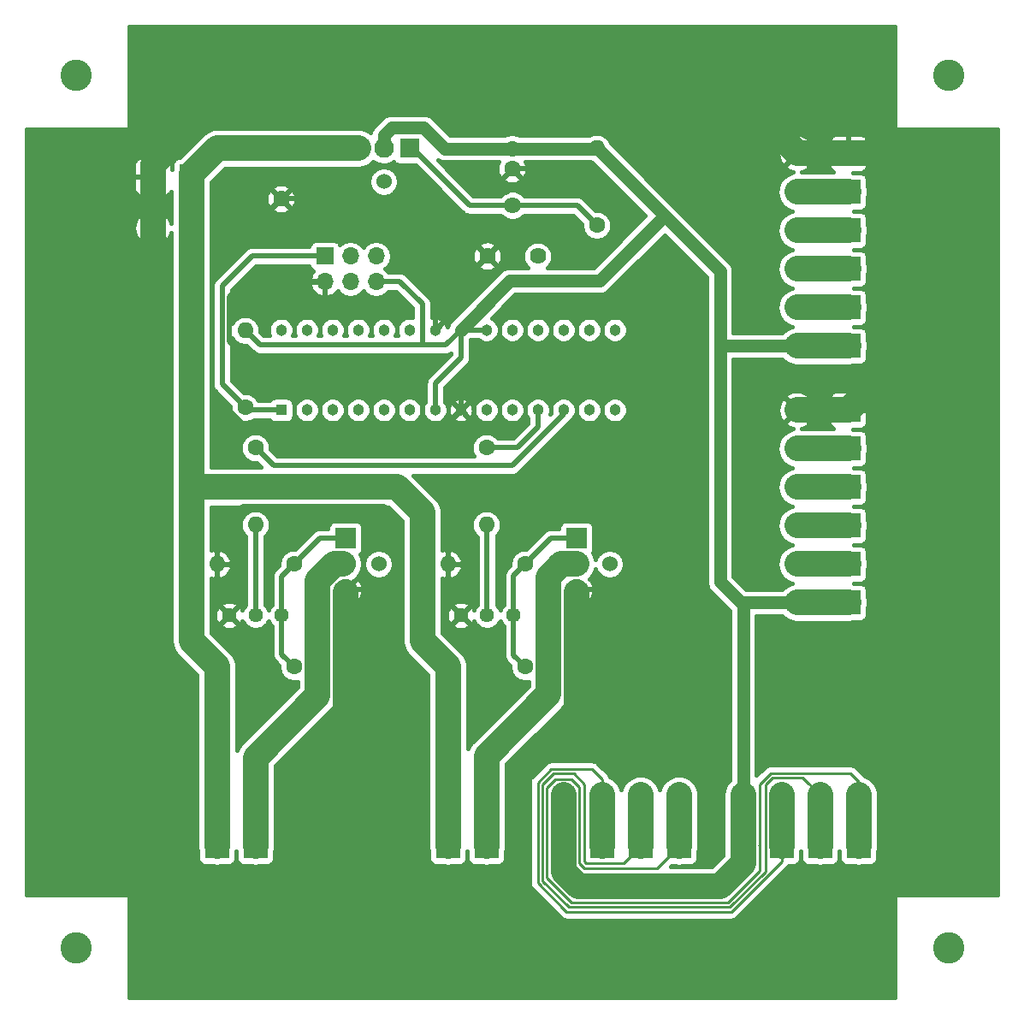
<source format=gbr>
%TF.GenerationSoftware,KiCad,Pcbnew,(5.1.10)-1*%
%TF.CreationDate,2021-12-22T13:08:42+01:00*%
%TF.ProjectId,Scheinwerfer_Dirk,53636865-696e-4776-9572-6665725f4469,V2.0*%
%TF.SameCoordinates,Original*%
%TF.FileFunction,Copper,L2,Bot*%
%TF.FilePolarity,Positive*%
%FSLAX46Y46*%
G04 Gerber Fmt 4.6, Leading zero omitted, Abs format (unit mm)*
G04 Created by KiCad (PCBNEW (5.1.10)-1) date 2021-12-22 13:08:42*
%MOMM*%
%LPD*%
G01*
G04 APERTURE LIST*
%TA.AperFunction,ComponentPad*%
%ADD10C,3.100000*%
%TD*%
%TA.AperFunction,ComponentPad*%
%ADD11C,1.133000*%
%TD*%
%TA.AperFunction,ComponentPad*%
%ADD12R,1.133000X1.133000*%
%TD*%
%TA.AperFunction,ComponentPad*%
%ADD13O,1.700000X1.700000*%
%TD*%
%TA.AperFunction,ComponentPad*%
%ADD14R,1.700000X1.700000*%
%TD*%
%TA.AperFunction,ComponentPad*%
%ADD15C,1.440000*%
%TD*%
%TA.AperFunction,ComponentPad*%
%ADD16C,2.070000*%
%TD*%
%TA.AperFunction,ComponentPad*%
%ADD17R,2.070000X2.070000*%
%TD*%
%TA.AperFunction,ComponentPad*%
%ADD18O,1.600000X1.600000*%
%TD*%
%TA.AperFunction,ComponentPad*%
%ADD19C,1.600000*%
%TD*%
%TA.AperFunction,ComponentPad*%
%ADD20C,1.620000*%
%TD*%
%TA.AperFunction,WasherPad*%
%ADD21C,1.524000*%
%TD*%
%TA.AperFunction,ComponentPad*%
%ADD22C,1.935000*%
%TD*%
%TA.AperFunction,ComponentPad*%
%ADD23R,1.935000X1.935000*%
%TD*%
%TA.AperFunction,ComponentPad*%
%ADD24C,2.400000*%
%TD*%
%TA.AperFunction,ComponentPad*%
%ADD25R,2.400000X2.400000*%
%TD*%
%TA.AperFunction,ViaPad*%
%ADD26C,0.800000*%
%TD*%
%TA.AperFunction,Conductor*%
%ADD27C,2.540000*%
%TD*%
%TA.AperFunction,Conductor*%
%ADD28C,0.508000*%
%TD*%
%TA.AperFunction,Conductor*%
%ADD29C,0.254000*%
%TD*%
%TA.AperFunction,Conductor*%
%ADD30C,1.270000*%
%TD*%
%TA.AperFunction,Conductor*%
%ADD31C,0.381000*%
%TD*%
%TA.AperFunction,Conductor*%
%ADD32C,0.100000*%
%TD*%
G04 APERTURE END LIST*
D10*
%TO.P,REF\u002A\u002A,1*%
%TO.N,N/C*%
X157470000Y-45646000D03*
%TD*%
%TO.P,REF\u002A\u002A,1*%
%TO.N,N/C*%
X157470000Y-132006000D03*
%TD*%
%TO.P,REF\u002A\u002A,1*%
%TO.N,N/C*%
X71110000Y-132006000D03*
%TD*%
%TO.P,REF\u002A\u002A,1*%
%TO.N,N/C*%
X71110000Y-45646000D03*
%TD*%
D11*
%TO.P,IC2,28*%
%TO.N,Net-(IC2-Pad28)*%
X91440000Y-70802000D03*
%TO.P,IC2,27*%
%TO.N,Net-(IC2-Pad27)*%
X93980000Y-70802000D03*
%TO.P,IC2,26*%
%TO.N,/Pot_Sys*%
X96520000Y-70802000D03*
%TO.P,IC2,25*%
%TO.N,/Pot_B*%
X99060000Y-70802000D03*
%TO.P,IC2,24*%
%TO.N,/Pot_G*%
X101600000Y-70802000D03*
%TO.P,IC2,23*%
%TO.N,/Pot_R*%
X104140000Y-70802000D03*
%TO.P,IC2,22*%
%TO.N,GND*%
X106680000Y-70802000D03*
%TO.P,IC2,21*%
%TO.N,+5V*%
X109220000Y-70802000D03*
%TO.P,IC2,20*%
X111760000Y-70802000D03*
%TO.P,IC2,19*%
%TO.N,/uC_SCK*%
X114300000Y-70802000D03*
%TO.P,IC2,18*%
%TO.N,/uC_MISO*%
X116840000Y-70802000D03*
%TO.P,IC2,17*%
%TO.N,/uC_MOSI*%
X119380000Y-70802000D03*
%TO.P,IC2,16*%
%TO.N,/PWM_G*%
X121920000Y-70802000D03*
%TO.P,IC2,15*%
%TO.N,/PWM_R*%
X124460000Y-70802000D03*
%TO.P,IC2,14*%
%TO.N,Net-(IC2-Pad14)*%
X124460000Y-78740000D03*
%TO.P,IC2,13*%
%TO.N,Net-(IC2-Pad13)*%
X121920000Y-78740000D03*
%TO.P,IC2,12*%
%TO.N,/PWM_1*%
X119380000Y-78740000D03*
%TO.P,IC2,11*%
%TO.N,/PWM_2*%
X116840000Y-78740000D03*
%TO.P,IC2,10*%
%TO.N,Net-(IC2-Pad10)*%
X114300000Y-78740000D03*
%TO.P,IC2,9*%
%TO.N,Net-(IC2-Pad9)*%
X111760000Y-78740000D03*
%TO.P,IC2,8*%
%TO.N,GND*%
X109220000Y-78740000D03*
%TO.P,IC2,7*%
%TO.N,+5V*%
X106680000Y-78740000D03*
%TO.P,IC2,6*%
%TO.N,Net-(IC2-Pad6)*%
X104140000Y-78740000D03*
%TO.P,IC2,5*%
%TO.N,/PWM_B*%
X101600000Y-78740000D03*
%TO.P,IC2,4*%
%TO.N,/SW_Mode*%
X99060000Y-78740000D03*
%TO.P,IC2,3*%
%TO.N,/LED_2*%
X96520000Y-78740000D03*
%TO.P,IC2,2*%
%TO.N,/LED_1*%
X93980000Y-78740000D03*
D12*
%TO.P,IC2,1*%
%TO.N,/uC_RESET*%
X91440000Y-78740000D03*
%TD*%
D13*
%TO.P,CON8,6*%
%TO.N,GND*%
X95758000Y-66040000D03*
%TO.P,CON8,5*%
%TO.N,/uC_MOSI*%
X98298000Y-66040000D03*
%TO.P,CON8,4*%
%TO.N,+5V*%
X100838000Y-66040000D03*
%TO.P,CON8,3*%
%TO.N,/uC_MISO*%
X100838000Y-63500000D03*
%TO.P,CON8,2*%
%TO.N,/uC_SCK*%
X98298000Y-63500000D03*
D14*
%TO.P,CON8,1*%
%TO.N,/uC_RESET*%
X95758000Y-63500000D03*
%TD*%
D15*
%TO.P,T4,3*%
%TO.N,GND*%
X109220000Y-99060000D03*
%TO.P,T4,2*%
%TO.N,Net-(R5-Pad2)*%
X111820000Y-99060000D03*
%TO.P,T4,1*%
%TO.N,Net-(D2-Pad1)*%
X114420000Y-99060000D03*
%TD*%
D16*
%TO.P,T3,3*%
%TO.N,GND*%
X120650000Y-96520000D03*
%TO.P,T3,2*%
%TO.N,Net-(CON7_2-Pad1)*%
X120650000Y-93980000D03*
D17*
%TO.P,T3,1*%
%TO.N,Net-(D2-Pad1)*%
X120650000Y-91440000D03*
%TD*%
D15*
%TO.P,T2,3*%
%TO.N,GND*%
X86300000Y-99060000D03*
%TO.P,T2,2*%
%TO.N,Net-(R3-Pad2)*%
X88900000Y-99060000D03*
%TO.P,T2,1*%
%TO.N,Net-(D1-Pad1)*%
X91500000Y-99060000D03*
%TD*%
D16*
%TO.P,T1,3*%
%TO.N,GND*%
X97790000Y-96520000D03*
%TO.P,T1,2*%
%TO.N,Net-(CON6_2-Pad1)*%
X97790000Y-93980000D03*
D17*
%TO.P,T1,1*%
%TO.N,Net-(D1-Pad1)*%
X97790000Y-91440000D03*
%TD*%
D18*
%TO.P,R7,2*%
%TO.N,+5V*%
X87874000Y-70866000D03*
D19*
%TO.P,R7,1*%
%TO.N,/uC_RESET*%
X87874000Y-78486000D03*
%TD*%
D18*
%TO.P,R6,2*%
%TO.N,+24V*%
X107950000Y-104140000D03*
D19*
%TO.P,R6,1*%
%TO.N,Net-(D2-Pad1)*%
X115570000Y-104140000D03*
%TD*%
D18*
%TO.P,R5,2*%
%TO.N,Net-(R5-Pad2)*%
X111750000Y-90096000D03*
D19*
%TO.P,R5,1*%
%TO.N,/PWM_2*%
X111750000Y-82476000D03*
%TD*%
D18*
%TO.P,R4,2*%
%TO.N,+24V*%
X85090000Y-104140000D03*
D19*
%TO.P,R4,1*%
%TO.N,Net-(D1-Pad1)*%
X92710000Y-104140000D03*
%TD*%
D18*
%TO.P,R3,2*%
%TO.N,Net-(R3-Pad2)*%
X88890000Y-90096000D03*
D19*
%TO.P,R3,1*%
%TO.N,/PWM_1*%
X88890000Y-82476000D03*
%TD*%
D20*
%TO.P,R2,1*%
%TO.N,Net-(R2-Pad1)*%
X116840000Y-63500000D03*
%TO.P,R2,2*%
%TO.N,Net-(IC1-Pad1)*%
X114340000Y-58500000D03*
%TO.P,R2,3*%
%TO.N,GND*%
X111840000Y-63500000D03*
%TD*%
D18*
%TO.P,R1,2*%
%TO.N,+5V*%
X122682000Y-52832000D03*
D19*
%TO.P,R1,1*%
%TO.N,Net-(IC1-Pad1)*%
X122682000Y-60452000D03*
%TD*%
D21*
%TO.P,KK3,*%
%TO.N,*%
X101600000Y-56134000D03*
%TD*%
%TO.P,KK2,*%
%TO.N,*%
X123952000Y-93980000D03*
%TD*%
%TO.P,KK1,*%
%TO.N,*%
X101092000Y-93980000D03*
%TD*%
D22*
%TO.P,IC1,3*%
%TO.N,+24V*%
X99060000Y-52832000D03*
%TO.P,IC1,2*%
%TO.N,+5V*%
X101600000Y-52832000D03*
D23*
%TO.P,IC1,1*%
%TO.N,Net-(IC1-Pad1)*%
X104140000Y-52832000D03*
%TD*%
D18*
%TO.P,D2,2*%
%TO.N,GND*%
X107950000Y-93980000D03*
D19*
%TO.P,D2,1*%
%TO.N,Net-(D2-Pad1)*%
X115570000Y-93980000D03*
%TD*%
D18*
%TO.P,D1,2*%
%TO.N,GND*%
X85090000Y-93980000D03*
D19*
%TO.P,D1,1*%
%TO.N,Net-(D1-Pad1)*%
X92710000Y-93980000D03*
%TD*%
D24*
%TO.P,CON7_2,2*%
%TO.N,Net-(CON7_2-Pad1)*%
X111760000Y-116840000D03*
D25*
%TO.P,CON7_2,1*%
X111760000Y-121920000D03*
%TD*%
D24*
%TO.P,CON7_1,2*%
%TO.N,+24V*%
X107950000Y-116840000D03*
D25*
%TO.P,CON7_1,1*%
X107950000Y-121920000D03*
%TD*%
D24*
%TO.P,CON6_2,2*%
%TO.N,Net-(CON6_2-Pad1)*%
X88900000Y-116840000D03*
D25*
%TO.P,CON6_2,1*%
X88900000Y-121920000D03*
%TD*%
D24*
%TO.P,CON6_1,2*%
%TO.N,+24V*%
X85090000Y-116840000D03*
D25*
%TO.P,CON6_1,1*%
X85090000Y-121920000D03*
%TD*%
D24*
%TO.P,CON5_4,2*%
%TO.N,/PWM_B*%
X148590000Y-116840000D03*
D25*
%TO.P,CON5_4,1*%
X148590000Y-121920000D03*
%TD*%
D24*
%TO.P,CON5_3,2*%
%TO.N,/PWM_G*%
X144780000Y-116840000D03*
D25*
%TO.P,CON5_3,1*%
X144780000Y-121920000D03*
%TD*%
D24*
%TO.P,CON5_2,2*%
%TO.N,/PWM_R*%
X140970000Y-116840000D03*
D25*
%TO.P,CON5_2,1*%
X140970000Y-121920000D03*
%TD*%
D24*
%TO.P,CON5_1,2*%
%TO.N,+5V*%
X137160000Y-116840000D03*
D25*
%TO.P,CON5_1,1*%
X137160000Y-121920000D03*
%TD*%
D24*
%TO.P,CON4_4,2*%
%TO.N,/PWM_B*%
X130810000Y-116840000D03*
D25*
%TO.P,CON4_4,1*%
X130810000Y-121920000D03*
%TD*%
D24*
%TO.P,CON4_3,2*%
%TO.N,/PWM_G*%
X127000000Y-116840000D03*
D25*
%TO.P,CON4_3,1*%
X127000000Y-121920000D03*
%TD*%
D24*
%TO.P,CON4_2,2*%
%TO.N,/PWM_R*%
X123190000Y-116840000D03*
D25*
%TO.P,CON4_2,1*%
X123190000Y-121920000D03*
%TD*%
D24*
%TO.P,CON4_1,2*%
%TO.N,+5V*%
X119380000Y-116840000D03*
D25*
%TO.P,CON4_1,1*%
X119380000Y-121920000D03*
%TD*%
D24*
%TO.P,CON3_6,2*%
%TO.N,GND*%
X142494000Y-53340000D03*
D25*
%TO.P,CON3_6,1*%
X147574000Y-53340000D03*
%TD*%
D24*
%TO.P,CON3_5,2*%
%TO.N,/Pot_Sys*%
X142494000Y-57150000D03*
D25*
%TO.P,CON3_5,1*%
X147574000Y-57150000D03*
%TD*%
D24*
%TO.P,CON3_4,2*%
%TO.N,/Pot_B*%
X142494000Y-60960000D03*
D25*
%TO.P,CON3_4,1*%
X147574000Y-60960000D03*
%TD*%
D24*
%TO.P,CON3_3,2*%
%TO.N,/Pot_G*%
X142494000Y-64770000D03*
D25*
%TO.P,CON3_3,1*%
X147574000Y-64770000D03*
%TD*%
D24*
%TO.P,CON3_2,2*%
%TO.N,/Pot_R*%
X142494000Y-68580000D03*
D25*
%TO.P,CON3_2,1*%
X147574000Y-68580000D03*
%TD*%
D24*
%TO.P,CON3_1,2*%
%TO.N,+5V*%
X142494000Y-72390000D03*
D25*
%TO.P,CON3_1,1*%
X147574000Y-72390000D03*
%TD*%
D24*
%TO.P,CON2_6,2*%
%TO.N,GND*%
X142494000Y-78740000D03*
D25*
%TO.P,CON2_6,1*%
X147574000Y-78740000D03*
%TD*%
D24*
%TO.P,CON2_5,2*%
%TO.N,/LED_2*%
X142494000Y-82550000D03*
D25*
%TO.P,CON2_5,1*%
X147574000Y-82550000D03*
%TD*%
D24*
%TO.P,CON2_4,2*%
%TO.N,/LED_1*%
X142494000Y-86360000D03*
D25*
%TO.P,CON2_4,1*%
X147574000Y-86360000D03*
%TD*%
D24*
%TO.P,CON2_3,2*%
%TO.N,/uC_RESET*%
X142494000Y-90170000D03*
D25*
%TO.P,CON2_3,1*%
X147574000Y-90170000D03*
%TD*%
D24*
%TO.P,CON2_2,2*%
%TO.N,/SW_Mode*%
X142494000Y-93980000D03*
D25*
%TO.P,CON2_2,1*%
X147574000Y-93980000D03*
%TD*%
D24*
%TO.P,CON2_1,2*%
%TO.N,+5V*%
X142494000Y-97790000D03*
D25*
%TO.P,CON2_1,1*%
X147574000Y-97790000D03*
%TD*%
D24*
%TO.P,CON1_2,2*%
%TO.N,GND*%
X78740000Y-60706000D03*
D25*
%TO.P,CON1_2,1*%
X78740000Y-55626000D03*
%TD*%
D24*
%TO.P,CON1_1,2*%
%TO.N,+24V*%
X82550000Y-60706000D03*
D25*
%TO.P,CON1_1,1*%
X82550000Y-55626000D03*
%TD*%
D19*
%TO.P,C2,2*%
%TO.N,GND*%
X114300000Y-54864000D03*
%TO.P,C2,1*%
%TO.N,+5V*%
X114300000Y-52864000D03*
%TD*%
%TO.P,C1,2*%
%TO.N,GND*%
X91440000Y-57832000D03*
%TO.P,C1,1*%
%TO.N,+24V*%
X91440000Y-52832000D03*
%TD*%
D26*
%TO.N,GND*%
X76190000Y-101526000D03*
X76190000Y-121846000D03*
X81270000Y-126926000D03*
X76190000Y-76126000D03*
X101590000Y-126926000D03*
X101590000Y-104066000D03*
X124450000Y-104066000D03*
X91430000Y-76126000D03*
X91430000Y-48186000D03*
X119370000Y-50726000D03*
X132070000Y-55806000D03*
X149850000Y-48186000D03*
X129530000Y-71046000D03*
X134610000Y-104066000D03*
X152390000Y-104066000D03*
X152390000Y-121846000D03*
X147310000Y-126926000D03*
X121910000Y-83746000D03*
X106670000Y-63426000D03*
X91356000Y-66040000D03*
X106670000Y-65966000D03*
X88890000Y-58346000D03*
X154930000Y-76126000D03*
X94478000Y-88826000D03*
X106670000Y-86286000D03*
%TD*%
D27*
%TO.N,GND*%
X78740000Y-55626000D02*
X78740000Y-60706000D01*
X147574000Y-78740000D02*
X142494000Y-78740000D01*
X142494000Y-53340000D02*
X147574000Y-53340000D01*
X78740000Y-54389998D02*
X85197998Y-47932000D01*
X78740000Y-55626000D02*
X78740000Y-54389998D01*
X137086000Y-47932000D02*
X142494000Y-53340000D01*
X85197998Y-47932000D02*
X137086000Y-47932000D01*
X147574000Y-53340000D02*
X150284000Y-53340000D01*
X150284000Y-53340000D02*
X152390000Y-55446000D01*
X152390000Y-73924000D02*
X147574000Y-78740000D01*
X152390000Y-55446000D02*
X152390000Y-73924000D01*
D28*
X85090000Y-97850000D02*
X86300000Y-99060000D01*
X85090000Y-93980000D02*
X85090000Y-97850000D01*
X85090000Y-93980000D02*
X85090000Y-90848000D01*
X85090000Y-90848000D02*
X87620000Y-88318000D01*
X87620000Y-88318000D02*
X94478000Y-88318000D01*
X101590000Y-88318000D02*
X103114000Y-89842000D01*
X103114000Y-89842000D02*
X103114000Y-94922000D01*
X101516000Y-96520000D02*
X97790000Y-96520000D01*
X103114000Y-94922000D02*
X101516000Y-96520000D01*
X107950000Y-97790000D02*
X109220000Y-99060000D01*
X107950000Y-93980000D02*
X107950000Y-97790000D01*
X107950000Y-93980000D02*
X107950000Y-90848000D01*
X107950000Y-90848000D02*
X110480000Y-88318000D01*
X110480000Y-88318000D02*
X123942000Y-88318000D01*
X126736000Y-91112000D02*
X126736000Y-95176000D01*
X125392000Y-96520000D02*
X120650000Y-96520000D01*
X126736000Y-95176000D02*
X125392000Y-96520000D01*
X120650000Y-54864000D02*
X125222000Y-59436000D01*
X114300000Y-54864000D02*
X120650000Y-54864000D01*
X125222000Y-61214000D02*
X123698000Y-62738000D01*
X125222000Y-59626000D02*
X125222000Y-61214000D01*
D29*
X125222000Y-59436000D02*
X125222000Y-59626000D01*
D28*
X120820000Y-62738000D02*
X119042000Y-60960000D01*
X123698000Y-62738000D02*
X120820000Y-62738000D01*
X114380000Y-60960000D02*
X111840000Y-63500000D01*
X119042000Y-60960000D02*
X114380000Y-60960000D01*
X106172000Y-57832000D02*
X111840000Y-63500000D01*
X91440000Y-57832000D02*
X106172000Y-57832000D01*
X111840000Y-63500000D02*
X106670000Y-68670000D01*
X106670000Y-70792000D02*
X106680000Y-70802000D01*
X106670000Y-68670000D02*
X106670000Y-70792000D01*
X124069000Y-88445000D02*
X126736000Y-91112000D01*
X123942000Y-88318000D02*
X124069000Y-88445000D01*
X129022000Y-76634000D02*
X129022000Y-83492000D01*
X126990000Y-74602000D02*
X129022000Y-76634000D01*
X109220000Y-75862000D02*
X110480000Y-74602000D01*
X129022000Y-83492000D02*
X124069000Y-88445000D01*
X110480000Y-74602000D02*
X126990000Y-74602000D01*
X109220000Y-78740000D02*
X109220000Y-75862000D01*
X105400000Y-79682000D02*
X106162000Y-80444000D01*
X105400000Y-75364000D02*
X105400000Y-79682000D01*
X103622000Y-73586000D02*
X105400000Y-75364000D01*
X87986078Y-73586000D02*
X103622000Y-73586000D01*
X86296011Y-67543989D02*
X86296011Y-71895933D01*
X86296011Y-71895933D02*
X87986078Y-73586000D01*
X87800000Y-66040000D02*
X86296011Y-67543989D01*
X95758000Y-66040000D02*
X91356000Y-66040000D01*
X84572000Y-64700000D02*
X84572000Y-77142000D01*
X91440000Y-57832000D02*
X84572000Y-64700000D01*
X87874000Y-80444000D02*
X106162000Y-80444000D01*
X84572000Y-77142000D02*
X87874000Y-80444000D01*
X108653501Y-79306499D02*
X109220000Y-78740000D01*
X107516000Y-80444000D02*
X108653501Y-79306499D01*
X106162000Y-80444000D02*
X107516000Y-80444000D01*
D27*
X97790000Y-108120000D02*
X97790000Y-96755009D01*
X97790000Y-120820000D02*
X97790000Y-108120000D01*
X91684000Y-126926000D02*
X97790000Y-120820000D01*
X120650000Y-108628000D02*
X120650000Y-96720010D01*
X114798000Y-124386000D02*
X114798000Y-114480000D01*
X112258000Y-126926000D02*
X114798000Y-124386000D01*
X81270000Y-126926000D02*
X81270000Y-126926000D01*
X114798000Y-114480000D02*
X120650000Y-108628000D01*
X78740000Y-124396000D02*
X81270000Y-126926000D01*
X78740000Y-60706000D02*
X78740000Y-124396000D01*
X81270000Y-126926000D02*
X101590000Y-126926000D01*
X101590000Y-126926000D02*
X112258000Y-126926000D01*
D28*
X91356000Y-66040000D02*
X87800000Y-66040000D01*
X94478000Y-88318000D02*
X101590000Y-88318000D01*
D27*
%TO.N,+24V*%
X82550000Y-55626000D02*
X82550000Y-60706000D01*
X82550000Y-55626000D02*
X82550000Y-55372000D01*
X85090000Y-52832000D02*
X91440000Y-52832000D01*
X82550000Y-55372000D02*
X85090000Y-52832000D01*
X91440000Y-52832000D02*
X99060000Y-52832000D01*
X82550000Y-101600000D02*
X85090000Y-104140000D01*
X85090000Y-121920000D02*
X85090000Y-116840000D01*
X85090000Y-116840000D02*
X85090000Y-104140000D01*
X107950000Y-121920000D02*
X107950000Y-116840000D01*
X107950000Y-116840000D02*
X107950000Y-104140000D01*
X107950000Y-104140000D02*
X105410000Y-101600000D01*
X105410000Y-101600000D02*
X105410000Y-88900000D01*
X102870000Y-86360000D02*
X82550000Y-86360000D01*
X105410000Y-88900000D02*
X102870000Y-86360000D01*
X82550000Y-86360000D02*
X82550000Y-101600000D01*
X82550000Y-60706000D02*
X82550000Y-86360000D01*
%TO.N,+5V*%
X119380000Y-121920000D02*
X119380000Y-116840000D01*
X137160000Y-121920000D02*
X137160000Y-116840000D01*
X142494000Y-97790000D02*
X147574000Y-97790000D01*
X142494000Y-72390000D02*
X147574000Y-72390000D01*
D30*
X101600000Y-52832000D02*
X101600000Y-51562000D01*
X101600000Y-51562000D02*
X102362000Y-50800000D01*
X107610002Y-52864000D02*
X114300000Y-52864000D01*
X105546002Y-50800000D02*
X107610002Y-52864000D01*
X102362000Y-50800000D02*
X105546002Y-50800000D01*
X122650000Y-52864000D02*
X122682000Y-52832000D01*
X114300000Y-52864000D02*
X122650000Y-52864000D01*
X134874000Y-72390000D02*
X142494000Y-72390000D01*
X134874000Y-72390000D02*
X134874000Y-95758000D01*
X136906000Y-97790000D02*
X142494000Y-97790000D01*
X134874000Y-95758000D02*
X136906000Y-97790000D01*
X136906000Y-116586000D02*
X137160000Y-116840000D01*
X137160000Y-97790000D02*
X137160000Y-108966000D01*
X137160000Y-108966000D02*
X137160000Y-116586000D01*
D28*
X109220000Y-70802000D02*
X109220000Y-73576000D01*
X106680000Y-76116000D02*
X106680000Y-78740000D01*
X109220000Y-73576000D02*
X106680000Y-76116000D01*
X109220000Y-70802000D02*
X111760000Y-70802000D01*
D27*
X134883022Y-125890978D02*
X120874977Y-125890978D01*
X119380000Y-124396001D02*
X119380000Y-121920000D01*
X137160000Y-123614000D02*
X134883022Y-125890978D01*
X120874977Y-125890978D02*
X119380000Y-124396001D01*
X137160000Y-121920000D02*
X137160000Y-123614000D01*
D30*
X134864000Y-72380000D02*
X134874000Y-72390000D01*
X134864000Y-65014000D02*
X134864000Y-72380000D01*
X109220000Y-70802000D02*
X114056000Y-65966000D01*
X122926000Y-65966000D02*
X129371000Y-59521000D01*
X114056000Y-65966000D02*
X122926000Y-65966000D01*
X129371000Y-59521000D02*
X134864000Y-65014000D01*
X122682000Y-52832000D02*
X129371000Y-59521000D01*
D28*
X107706000Y-72316000D02*
X109220000Y-70802000D01*
X105400000Y-72316000D02*
X107706000Y-72316000D01*
X105400000Y-68252000D02*
X105400000Y-72316000D01*
X103188000Y-66040000D02*
X105400000Y-68252000D01*
X100838000Y-66040000D02*
X103188000Y-66040000D01*
X89324000Y-72316000D02*
X87874000Y-70866000D01*
X105400000Y-72316000D02*
X89324000Y-72316000D01*
D27*
%TO.N,/uC_RESET*%
X142494000Y-90170000D02*
X147574000Y-90170000D01*
D28*
X88562000Y-63500000D02*
X95758000Y-63500000D01*
X85588000Y-66474000D02*
X88562000Y-63500000D01*
X85588000Y-76200000D02*
X85588000Y-66474000D01*
X87874000Y-78486000D02*
X85588000Y-76200000D01*
X87874000Y-78486000D02*
X87948000Y-78486000D01*
X88202000Y-78740000D02*
X91440000Y-78740000D01*
X87948000Y-78486000D02*
X88202000Y-78740000D01*
D27*
%TO.N,/SW_Mode*%
X142494000Y-93980000D02*
X147574000Y-93980000D01*
%TO.N,/LED_1*%
X142494000Y-86360000D02*
X147574000Y-86360000D01*
%TO.N,/LED_2*%
X142494000Y-82550000D02*
X147574000Y-82550000D01*
%TO.N,/Pot_R*%
X147574000Y-68580000D02*
X142494000Y-68580000D01*
%TO.N,/Pot_G*%
X147574000Y-64770000D02*
X142494000Y-64770000D01*
%TO.N,/Pot_B*%
X142494000Y-60960000D02*
X147574000Y-60960000D01*
%TO.N,/Pot_Sys*%
X147574000Y-57150000D02*
X142494000Y-57150000D01*
%TO.N,/PWM_R*%
X123190000Y-116840000D02*
X123190000Y-121920000D01*
X140970000Y-121920000D02*
X140970000Y-116840000D01*
D29*
X142002497Y-122581503D02*
X142002497Y-122207570D01*
X116830000Y-115615933D02*
X118165943Y-114279990D01*
X119423990Y-128130056D02*
X116830000Y-125536066D01*
X119689943Y-128396011D02*
X119423990Y-128130056D01*
X136008091Y-128396011D02*
X119689943Y-128396011D01*
X140970000Y-123434102D02*
X136008091Y-128396011D01*
X116830000Y-125536066D02*
X116830000Y-115615933D01*
X140970000Y-121920000D02*
X140970000Y-123434102D01*
X118165943Y-114279990D02*
X122217990Y-114279990D01*
X123190000Y-115252000D02*
X123190000Y-116840000D01*
X122217990Y-114279990D02*
X123190000Y-115252000D01*
D27*
%TO.N,/PWM_G*%
X127000000Y-121920000D02*
X127000000Y-116840000D01*
X144780000Y-121920000D02*
X144780000Y-116840000D01*
D29*
X139372990Y-124389044D02*
X139372990Y-115813010D01*
X140070010Y-115115990D02*
X143055990Y-115115990D01*
X118354000Y-114734001D02*
X117284011Y-115803990D01*
X120386001Y-114734001D02*
X118354000Y-114734001D01*
X143580001Y-115640001D02*
X144780000Y-116840000D01*
X135820034Y-127942000D02*
X139372990Y-124389044D01*
X119878001Y-127942000D02*
X135820034Y-127942000D01*
X117284011Y-125348009D02*
X119878001Y-127942000D01*
X121431021Y-123401320D02*
X121431021Y-115779021D01*
X121634679Y-123604978D02*
X121431021Y-123401320D01*
X125315022Y-123604978D02*
X121634679Y-123604978D01*
X127000000Y-121920000D02*
X125315022Y-123604978D01*
X117284011Y-115803990D02*
X117284011Y-125348009D01*
X143055990Y-115115990D02*
X143580001Y-115640001D01*
X139372990Y-115813010D02*
X140070010Y-115115990D01*
X121431021Y-115779021D02*
X120386001Y-114734001D01*
D27*
%TO.N,/PWM_B*%
X130810000Y-121920000D02*
X130810000Y-116840000D01*
X148590000Y-121920000D02*
X148590000Y-116840000D01*
D29*
X138791980Y-121728020D02*
X138757010Y-121762990D01*
X139881953Y-114661980D02*
X144860493Y-114661980D01*
X138791980Y-115751953D02*
X139881953Y-114661980D01*
X138791980Y-121728020D02*
X138791980Y-115751953D01*
X144860493Y-114661980D02*
X147745980Y-114661980D01*
X148590000Y-115506000D02*
X148590000Y-116840000D01*
X147745980Y-114661980D02*
X148590000Y-115506000D01*
X120132990Y-115242990D02*
X120977010Y-116087010D01*
X138791980Y-121728020D02*
X138791980Y-124327986D01*
X138791980Y-124327986D02*
X135631977Y-127487989D01*
X135631977Y-127487989D02*
X120213475Y-127487989D01*
X120977010Y-123589377D02*
X121446622Y-124058989D01*
X117738022Y-116111978D02*
X118607010Y-115242990D01*
X118607010Y-115242990D02*
X120132990Y-115242990D01*
X117738022Y-125012534D02*
X117738022Y-116111978D01*
X120977010Y-116087010D02*
X120977010Y-123589377D01*
X121446622Y-124058989D02*
X128671011Y-124058989D01*
X120213475Y-127487989D02*
X117738022Y-125012534D01*
X128671011Y-124058989D02*
X130810000Y-121920000D01*
D27*
%TO.N,Net-(CON6_2-Pad1)*%
X88900000Y-121920000D02*
X88900000Y-116840000D01*
X88890000Y-116830000D02*
X88900000Y-116840000D01*
X88890000Y-113145040D02*
X88890000Y-116830000D01*
X95049989Y-106985051D02*
X88890000Y-113145040D01*
X95049989Y-95620060D02*
X95049989Y-106985051D01*
X96690049Y-93980000D02*
X95049989Y-95620060D01*
X97536000Y-93980000D02*
X96690049Y-93980000D01*
%TO.N,Net-(CON7_2-Pad1)*%
X111760000Y-121920000D02*
X111760000Y-116840000D01*
X111759999Y-112982922D02*
X111760000Y-116840000D01*
X117899989Y-106842932D02*
X111759999Y-112982922D01*
X117899989Y-95266300D02*
X117899989Y-106842932D01*
X119186289Y-93980000D02*
X117899989Y-95266300D01*
X120650000Y-93980000D02*
X119186289Y-93980000D01*
D28*
%TO.N,Net-(D1-Pad1)*%
X95250000Y-91440000D02*
X97790000Y-91440000D01*
X92710000Y-93980000D02*
X95250000Y-91440000D01*
X91500000Y-95190000D02*
X92710000Y-93980000D01*
X91500000Y-99060000D02*
X91500000Y-95190000D01*
X91500000Y-102930000D02*
X92710000Y-104140000D01*
X91500000Y-99060000D02*
X91500000Y-102930000D01*
%TO.N,Net-(D2-Pad1)*%
X114420000Y-95130000D02*
X115570000Y-93980000D01*
X114420000Y-99060000D02*
X114420000Y-95130000D01*
X114420000Y-102990000D02*
X115570000Y-104140000D01*
X114420000Y-99060000D02*
X114420000Y-102990000D01*
X118110000Y-91440000D02*
X120650000Y-91440000D01*
X115570000Y-93980000D02*
X118110000Y-91440000D01*
%TO.N,Net-(IC1-Pad1)*%
X104404000Y-52832000D02*
X110072000Y-58500000D01*
X104140000Y-52832000D02*
X104404000Y-52832000D01*
X110072000Y-58500000D02*
X114340000Y-58500000D01*
X120730000Y-58500000D02*
X122682000Y-60452000D01*
X114340000Y-58500000D02*
X120730000Y-58500000D01*
%TO.N,/PWM_1*%
X119380000Y-78740000D02*
X119380000Y-79164000D01*
X119380000Y-79164000D02*
X114290000Y-84254000D01*
X90668000Y-84254000D02*
X88890000Y-82476000D01*
X114290000Y-84254000D02*
X90668000Y-84254000D01*
%TO.N,/PWM_2*%
X111750000Y-82476000D02*
X114798000Y-82476000D01*
X116840000Y-80434000D02*
X116840000Y-78740000D01*
X114798000Y-82476000D02*
X116840000Y-80434000D01*
%TO.N,Net-(R3-Pad2)*%
X88900000Y-90106000D02*
X88890000Y-90096000D01*
X88900000Y-99060000D02*
X88900000Y-90106000D01*
%TO.N,Net-(R5-Pad2)*%
X111750000Y-98990000D02*
X111820000Y-99060000D01*
X111820000Y-90166000D02*
X111750000Y-90096000D01*
X111820000Y-99060000D02*
X111820000Y-90166000D01*
%TD*%
D31*
%TO.N,GND*%
X152199500Y-50726000D02*
X152203160Y-50763165D01*
X152214001Y-50798901D01*
X152231605Y-50831836D01*
X152255296Y-50860704D01*
X152284164Y-50884395D01*
X152317099Y-50901999D01*
X152352835Y-50912840D01*
X152390000Y-50916500D01*
X162359500Y-50916500D01*
X162359500Y-126735500D01*
X152390000Y-126735500D01*
X152352835Y-126739160D01*
X152317099Y-126750001D01*
X152284164Y-126767605D01*
X152255296Y-126791296D01*
X152231605Y-126820164D01*
X152214001Y-126853099D01*
X152203160Y-126888835D01*
X152199500Y-126926000D01*
X152199500Y-136895500D01*
X76380500Y-136895500D01*
X76380500Y-126926000D01*
X76376840Y-126888835D01*
X76365999Y-126853099D01*
X76348395Y-126820164D01*
X76324704Y-126791296D01*
X76295836Y-126767605D01*
X76262901Y-126750001D01*
X76227165Y-126739160D01*
X76190000Y-126735500D01*
X66220500Y-126735500D01*
X66220500Y-61975537D01*
X77560265Y-61975537D01*
X77670684Y-62285820D01*
X77999438Y-62464077D01*
X78356652Y-62574773D01*
X78728597Y-62613652D01*
X79100981Y-62579222D01*
X79459492Y-62472805D01*
X79790353Y-62298491D01*
X79809316Y-62285820D01*
X79919735Y-61975537D01*
X78740000Y-60795803D01*
X77560265Y-61975537D01*
X66220500Y-61975537D01*
X66220500Y-60694597D01*
X76832348Y-60694597D01*
X76866778Y-61066981D01*
X76973195Y-61425492D01*
X77147509Y-61756353D01*
X77160180Y-61775316D01*
X77470463Y-61885735D01*
X78650197Y-60706000D01*
X77470463Y-59526265D01*
X77160180Y-59636684D01*
X76981923Y-59965438D01*
X76871227Y-60322652D01*
X76832348Y-60694597D01*
X66220500Y-60694597D01*
X66220500Y-59436463D01*
X77560265Y-59436463D01*
X78740000Y-60616197D01*
X79919735Y-59436463D01*
X79809316Y-59126180D01*
X79480562Y-58947923D01*
X79123348Y-58837227D01*
X78751403Y-58798348D01*
X78379019Y-58832778D01*
X78020508Y-58939195D01*
X77689647Y-59113509D01*
X77670684Y-59126180D01*
X77560265Y-59436463D01*
X66220500Y-59436463D01*
X66220500Y-56826000D01*
X76838120Y-56826000D01*
X76851606Y-56962930D01*
X76891547Y-57094598D01*
X76956408Y-57215944D01*
X77043696Y-57322304D01*
X77150056Y-57409592D01*
X77271402Y-57474453D01*
X77403070Y-57514394D01*
X77540000Y-57527880D01*
X78501875Y-57524500D01*
X78676500Y-57349875D01*
X78676500Y-55689500D01*
X77016125Y-55689500D01*
X76841500Y-55864125D01*
X76838120Y-56826000D01*
X66220500Y-56826000D01*
X66220500Y-54426000D01*
X76838120Y-54426000D01*
X76841500Y-55387875D01*
X77016125Y-55562500D01*
X78676500Y-55562500D01*
X78676500Y-53902125D01*
X78803500Y-53902125D01*
X78803500Y-55562500D01*
X78823500Y-55562500D01*
X78823500Y-55689500D01*
X78803500Y-55689500D01*
X78803500Y-57349875D01*
X78978125Y-57524500D01*
X79940000Y-57527880D01*
X80076930Y-57514394D01*
X80208598Y-57474453D01*
X80329944Y-57409592D01*
X80436304Y-57322304D01*
X80523592Y-57215944D01*
X80581500Y-57107606D01*
X80581501Y-60238153D01*
X80506805Y-59986508D01*
X80332491Y-59655647D01*
X80319820Y-59636684D01*
X80009537Y-59526265D01*
X78829803Y-60706000D01*
X80009537Y-61885735D01*
X80319820Y-61775316D01*
X80498077Y-61446562D01*
X80581500Y-61177357D01*
X80581501Y-86263291D01*
X80571976Y-86360000D01*
X80581500Y-86456699D01*
X80581501Y-101503301D01*
X80571977Y-101600000D01*
X80609984Y-101985893D01*
X80722545Y-102356957D01*
X80905334Y-102698931D01*
X81089684Y-102923563D01*
X81089689Y-102923568D01*
X81151327Y-102998674D01*
X81226433Y-103060312D01*
X83121501Y-104955380D01*
X83121500Y-116936698D01*
X83121501Y-116936708D01*
X83121500Y-122016698D01*
X83149983Y-122305892D01*
X83188121Y-122431616D01*
X83188121Y-123120000D01*
X83201607Y-123256930D01*
X83241548Y-123388597D01*
X83306409Y-123509943D01*
X83393697Y-123616303D01*
X83500057Y-123703591D01*
X83621403Y-123768452D01*
X83753070Y-123808393D01*
X83890000Y-123821879D01*
X84578383Y-123821879D01*
X84704107Y-123860017D01*
X85090000Y-123898024D01*
X85475892Y-123860017D01*
X85601616Y-123821879D01*
X86290000Y-123821879D01*
X86426930Y-123808393D01*
X86558597Y-123768452D01*
X86679943Y-123703591D01*
X86786303Y-123616303D01*
X86873591Y-123509943D01*
X86938452Y-123388597D01*
X86978393Y-123256930D01*
X86991879Y-123120000D01*
X86991879Y-122431617D01*
X86995000Y-122421328D01*
X86998121Y-122431616D01*
X86998121Y-123120000D01*
X87011607Y-123256930D01*
X87051548Y-123388597D01*
X87116409Y-123509943D01*
X87203697Y-123616303D01*
X87310057Y-123703591D01*
X87431403Y-123768452D01*
X87563070Y-123808393D01*
X87700000Y-123821879D01*
X88388383Y-123821879D01*
X88514107Y-123860017D01*
X88900000Y-123898024D01*
X89285892Y-123860017D01*
X89411616Y-123821879D01*
X90100000Y-123821879D01*
X90236930Y-123808393D01*
X90368597Y-123768452D01*
X90489943Y-123703591D01*
X90596303Y-123616303D01*
X90683591Y-123509943D01*
X90748452Y-123388597D01*
X90788393Y-123256930D01*
X90801879Y-123120000D01*
X90801879Y-122431617D01*
X90840017Y-122305893D01*
X90868500Y-122016699D01*
X90868500Y-116936688D01*
X90878023Y-116839999D01*
X90868500Y-116743310D01*
X90868500Y-116743301D01*
X90858500Y-116641769D01*
X90858500Y-113960419D01*
X96373557Y-108445363D01*
X96448663Y-108383725D01*
X96510301Y-108308619D01*
X96510305Y-108308615D01*
X96694655Y-108083983D01*
X96729651Y-108018511D01*
X96877445Y-107742008D01*
X96990006Y-107370944D01*
X97018489Y-107081750D01*
X97018489Y-107081740D01*
X97028012Y-106985051D01*
X97018489Y-106888362D01*
X97018489Y-98073386D01*
X97118893Y-98127416D01*
X97445380Y-98227456D01*
X97785110Y-98261880D01*
X98125028Y-98229365D01*
X98452070Y-98131159D01*
X98753670Y-97971038D01*
X98761803Y-97965604D01*
X98852411Y-97672214D01*
X97790000Y-96609803D01*
X97775858Y-96623945D01*
X97686055Y-96534142D01*
X97700197Y-96520000D01*
X97879803Y-96520000D01*
X98942214Y-97582411D01*
X99235604Y-97491803D01*
X99397416Y-97191107D01*
X99497456Y-96864620D01*
X99531880Y-96524890D01*
X99499365Y-96184972D01*
X99401159Y-95857930D01*
X99241038Y-95556330D01*
X99235604Y-95548197D01*
X98942214Y-95457589D01*
X97879803Y-96520000D01*
X97700197Y-96520000D01*
X97686055Y-96505858D01*
X97775858Y-96416055D01*
X97790000Y-96430197D01*
X98550287Y-95669910D01*
X98634931Y-95624667D01*
X98934674Y-95378674D01*
X99180667Y-95078931D01*
X99363456Y-94736957D01*
X99392653Y-94640709D01*
X99456883Y-94485643D01*
X99523500Y-94150735D01*
X99523500Y-93836153D01*
X99631500Y-93836153D01*
X99631500Y-94123847D01*
X99687626Y-94406012D01*
X99797721Y-94671806D01*
X99957555Y-94911015D01*
X100160985Y-95114445D01*
X100400194Y-95274279D01*
X100665988Y-95384374D01*
X100948153Y-95440500D01*
X101235847Y-95440500D01*
X101518012Y-95384374D01*
X101783806Y-95274279D01*
X102023015Y-95114445D01*
X102226445Y-94911015D01*
X102386279Y-94671806D01*
X102496374Y-94406012D01*
X102552500Y-94123847D01*
X102552500Y-93836153D01*
X102496374Y-93553988D01*
X102386279Y-93288194D01*
X102226445Y-93048985D01*
X102023015Y-92845555D01*
X101783806Y-92685721D01*
X101518012Y-92575626D01*
X101235847Y-92519500D01*
X100948153Y-92519500D01*
X100665988Y-92575626D01*
X100400194Y-92685721D01*
X100160985Y-92845555D01*
X99957555Y-93048985D01*
X99797721Y-93288194D01*
X99687626Y-93553988D01*
X99631500Y-93836153D01*
X99523500Y-93836153D01*
X99523500Y-93809265D01*
X99456883Y-93474357D01*
X99392653Y-93319291D01*
X99363456Y-93223043D01*
X99257073Y-93024015D01*
X99321303Y-92971303D01*
X99408591Y-92864943D01*
X99473452Y-92743597D01*
X99513393Y-92611930D01*
X99526879Y-92475000D01*
X99526879Y-90405000D01*
X99513393Y-90268070D01*
X99473452Y-90136403D01*
X99408591Y-90015057D01*
X99321303Y-89908697D01*
X99214943Y-89821409D01*
X99093597Y-89756548D01*
X98961930Y-89716607D01*
X98825000Y-89703121D01*
X96755000Y-89703121D01*
X96618070Y-89716607D01*
X96486403Y-89756548D01*
X96365057Y-89821409D01*
X96258697Y-89908697D01*
X96171409Y-90015057D01*
X96106548Y-90136403D01*
X96066607Y-90268070D01*
X96053121Y-90405000D01*
X96053121Y-90487500D01*
X95296784Y-90487500D01*
X95249999Y-90482892D01*
X95063277Y-90501283D01*
X94883731Y-90555748D01*
X94718259Y-90644194D01*
X94573222Y-90763222D01*
X94543393Y-90799569D01*
X92860819Y-92482143D01*
X92857589Y-92481500D01*
X92562411Y-92481500D01*
X92272904Y-92539086D01*
X92000194Y-92652046D01*
X91754762Y-92816039D01*
X91546039Y-93024762D01*
X91382046Y-93270194D01*
X91269086Y-93542904D01*
X91211500Y-93832411D01*
X91211500Y-94127589D01*
X91212143Y-94130819D01*
X90859565Y-94483397D01*
X90823223Y-94513222D01*
X90793399Y-94549563D01*
X90704194Y-94658260D01*
X90615749Y-94823731D01*
X90561283Y-95003278D01*
X90542892Y-95190000D01*
X90547501Y-95236794D01*
X90547500Y-98006438D01*
X90398179Y-98155759D01*
X90242941Y-98388088D01*
X90200000Y-98491757D01*
X90157059Y-98388088D01*
X90001821Y-98155759D01*
X89852500Y-98006438D01*
X89852500Y-91252699D01*
X90053961Y-91051238D01*
X90217954Y-90805806D01*
X90330914Y-90533096D01*
X90388500Y-90243589D01*
X90388500Y-89948411D01*
X90330914Y-89658904D01*
X90217954Y-89386194D01*
X90053961Y-89140762D01*
X89845238Y-88932039D01*
X89599806Y-88768046D01*
X89327096Y-88655086D01*
X89037589Y-88597500D01*
X88742411Y-88597500D01*
X88452904Y-88655086D01*
X88180194Y-88768046D01*
X87934762Y-88932039D01*
X87726039Y-89140762D01*
X87562046Y-89386194D01*
X87449086Y-89658904D01*
X87391500Y-89948411D01*
X87391500Y-90243589D01*
X87449086Y-90533096D01*
X87562046Y-90805806D01*
X87726039Y-91051238D01*
X87934762Y-91259961D01*
X87947501Y-91268473D01*
X87947500Y-98006438D01*
X87798179Y-98155759D01*
X87642941Y-98388088D01*
X87602403Y-98485955D01*
X87489323Y-98274397D01*
X87228167Y-98221636D01*
X86389803Y-99060000D01*
X87228167Y-99898364D01*
X87489323Y-99845603D01*
X87601772Y-99632520D01*
X87642941Y-99731912D01*
X87798179Y-99964241D01*
X87995759Y-100161821D01*
X88228088Y-100317059D01*
X88486239Y-100423988D01*
X88760290Y-100478500D01*
X89039710Y-100478500D01*
X89313761Y-100423988D01*
X89571912Y-100317059D01*
X89804241Y-100161821D01*
X90001821Y-99964241D01*
X90157059Y-99731912D01*
X90200000Y-99628243D01*
X90242941Y-99731912D01*
X90398179Y-99964241D01*
X90547500Y-100113562D01*
X90547501Y-102883206D01*
X90542892Y-102930000D01*
X90561283Y-103116722D01*
X90615749Y-103296269D01*
X90704194Y-103461740D01*
X90753435Y-103521740D01*
X90823223Y-103606778D01*
X90859565Y-103636603D01*
X91212143Y-103989181D01*
X91211500Y-103992411D01*
X91211500Y-104287589D01*
X91269086Y-104577096D01*
X91382046Y-104849806D01*
X91546039Y-105095238D01*
X91754762Y-105303961D01*
X92000194Y-105467954D01*
X92272904Y-105580914D01*
X92562411Y-105638500D01*
X92857589Y-105638500D01*
X93081490Y-105593964D01*
X93081490Y-106169670D01*
X87566437Y-111684724D01*
X87491326Y-111746366D01*
X87245333Y-112046109D01*
X87062544Y-112388084D01*
X87058500Y-112401415D01*
X87058500Y-104236688D01*
X87068023Y-104139999D01*
X87058500Y-104043310D01*
X87058500Y-104043301D01*
X87030017Y-103754107D01*
X86917456Y-103383043D01*
X86734667Y-103041069D01*
X86488674Y-102741326D01*
X86413563Y-102679684D01*
X84518500Y-100784621D01*
X84518500Y-99988167D01*
X85461636Y-99988167D01*
X85514397Y-100249323D01*
X85761517Y-100379734D01*
X86029332Y-100459429D01*
X86307547Y-100485344D01*
X86585472Y-100456484D01*
X86852428Y-100373958D01*
X87085603Y-100249323D01*
X87138364Y-99988167D01*
X86300000Y-99149803D01*
X85461636Y-99988167D01*
X84518500Y-99988167D01*
X84518500Y-99067547D01*
X84874656Y-99067547D01*
X84903516Y-99345472D01*
X84986042Y-99612428D01*
X85110677Y-99845603D01*
X85371833Y-99898364D01*
X86210197Y-99060000D01*
X85371833Y-98221636D01*
X85110677Y-98274397D01*
X84980266Y-98521517D01*
X84900571Y-98789332D01*
X84874656Y-99067547D01*
X84518500Y-99067547D01*
X84518500Y-98131833D01*
X85461636Y-98131833D01*
X86300000Y-98970197D01*
X87138364Y-98131833D01*
X87085603Y-97870677D01*
X86838483Y-97740266D01*
X86570668Y-97660571D01*
X86292453Y-97634656D01*
X86014528Y-97663516D01*
X85747572Y-97746042D01*
X85514397Y-97870677D01*
X85461636Y-98131833D01*
X84518500Y-98131833D01*
X84518500Y-95364562D01*
X84793075Y-95448790D01*
X85026500Y-95302531D01*
X85026500Y-94043500D01*
X85153500Y-94043500D01*
X85153500Y-95302531D01*
X85386925Y-95448790D01*
X85667766Y-95362640D01*
X85926404Y-95223356D01*
X86152899Y-95036291D01*
X86338548Y-94808633D01*
X86476216Y-94549131D01*
X86558788Y-94276925D01*
X86412351Y-94043500D01*
X85153500Y-94043500D01*
X85026500Y-94043500D01*
X85006500Y-94043500D01*
X85006500Y-93916500D01*
X85026500Y-93916500D01*
X85026500Y-92657469D01*
X85153500Y-92657469D01*
X85153500Y-93916500D01*
X86412351Y-93916500D01*
X86558788Y-93683075D01*
X86476216Y-93410869D01*
X86338548Y-93151367D01*
X86152899Y-92923709D01*
X85926404Y-92736644D01*
X85667766Y-92597360D01*
X85386925Y-92511210D01*
X85153500Y-92657469D01*
X85026500Y-92657469D01*
X84793075Y-92511210D01*
X84518500Y-92595438D01*
X84518500Y-88328500D01*
X102054621Y-88328500D01*
X103441501Y-89715380D01*
X103441500Y-101503311D01*
X103431977Y-101600000D01*
X103441500Y-101696689D01*
X103441500Y-101696698D01*
X103469983Y-101985892D01*
X103582544Y-102356956D01*
X103765333Y-102698931D01*
X104011326Y-102998674D01*
X104086437Y-103060316D01*
X105981501Y-104955380D01*
X105981500Y-116936698D01*
X105981501Y-116936708D01*
X105981500Y-122016698D01*
X106009983Y-122305892D01*
X106048121Y-122431616D01*
X106048121Y-123120000D01*
X106061607Y-123256930D01*
X106101548Y-123388597D01*
X106166409Y-123509943D01*
X106253697Y-123616303D01*
X106360057Y-123703591D01*
X106481403Y-123768452D01*
X106613070Y-123808393D01*
X106750000Y-123821879D01*
X107438383Y-123821879D01*
X107564107Y-123860017D01*
X107950000Y-123898024D01*
X108335892Y-123860017D01*
X108461616Y-123821879D01*
X109150000Y-123821879D01*
X109286930Y-123808393D01*
X109418597Y-123768452D01*
X109539943Y-123703591D01*
X109646303Y-123616303D01*
X109733591Y-123509943D01*
X109798452Y-123388597D01*
X109838393Y-123256930D01*
X109851879Y-123120000D01*
X109851879Y-122431617D01*
X109855000Y-122421328D01*
X109858121Y-122431616D01*
X109858121Y-123120000D01*
X109871607Y-123256930D01*
X109911548Y-123388597D01*
X109976409Y-123509943D01*
X110063697Y-123616303D01*
X110170057Y-123703591D01*
X110291403Y-123768452D01*
X110423070Y-123808393D01*
X110560000Y-123821879D01*
X111248383Y-123821879D01*
X111374107Y-123860017D01*
X111760000Y-123898024D01*
X112145892Y-123860017D01*
X112271616Y-123821879D01*
X112960000Y-123821879D01*
X113096930Y-123808393D01*
X113228597Y-123768452D01*
X113349943Y-123703591D01*
X113456303Y-123616303D01*
X113543591Y-123509943D01*
X113608452Y-123388597D01*
X113648393Y-123256930D01*
X113661879Y-123120000D01*
X113661879Y-122431617D01*
X113700017Y-122305893D01*
X113728500Y-122016699D01*
X113728500Y-116743300D01*
X113728498Y-113798302D01*
X119223557Y-108303244D01*
X119298663Y-108241606D01*
X119360301Y-108166500D01*
X119360305Y-108166496D01*
X119544655Y-107941864D01*
X119544656Y-107941863D01*
X119727445Y-107599889D01*
X119840006Y-107228825D01*
X119868489Y-106939631D01*
X119868489Y-106939622D01*
X119878012Y-106842933D01*
X119868489Y-106746244D01*
X119868489Y-98068005D01*
X119978893Y-98127416D01*
X120305380Y-98227456D01*
X120645110Y-98261880D01*
X120985028Y-98229365D01*
X121312070Y-98131159D01*
X121613670Y-97971038D01*
X121621803Y-97965604D01*
X121712411Y-97672214D01*
X120650000Y-96609803D01*
X120635858Y-96623945D01*
X120546055Y-96534142D01*
X120560197Y-96520000D01*
X120546055Y-96505858D01*
X120635858Y-96416055D01*
X120650000Y-96430197D01*
X120664142Y-96416055D01*
X120753945Y-96505858D01*
X120739803Y-96520000D01*
X121802214Y-97582411D01*
X122095604Y-97491803D01*
X122257416Y-97191107D01*
X122357456Y-96864620D01*
X122391880Y-96524890D01*
X122359365Y-96184972D01*
X122261159Y-95857930D01*
X122101038Y-95556330D01*
X122095604Y-95548197D01*
X121911420Y-95491315D01*
X122048674Y-95378674D01*
X122294667Y-95078931D01*
X122477456Y-94736957D01*
X122565071Y-94448128D01*
X122657721Y-94671806D01*
X122817555Y-94911015D01*
X123020985Y-95114445D01*
X123260194Y-95274279D01*
X123525988Y-95384374D01*
X123808153Y-95440500D01*
X124095847Y-95440500D01*
X124378012Y-95384374D01*
X124643806Y-95274279D01*
X124883015Y-95114445D01*
X125086445Y-94911015D01*
X125246279Y-94671806D01*
X125356374Y-94406012D01*
X125412500Y-94123847D01*
X125412500Y-93836153D01*
X125356374Y-93553988D01*
X125246279Y-93288194D01*
X125086445Y-93048985D01*
X124883015Y-92845555D01*
X124643806Y-92685721D01*
X124378012Y-92575626D01*
X124095847Y-92519500D01*
X123808153Y-92519500D01*
X123525988Y-92575626D01*
X123260194Y-92685721D01*
X123020985Y-92845555D01*
X122817555Y-93048985D01*
X122657721Y-93288194D01*
X122565071Y-93511872D01*
X122477456Y-93223043D01*
X122294667Y-92881069D01*
X122273656Y-92855467D01*
X122333452Y-92743597D01*
X122373393Y-92611930D01*
X122386879Y-92475000D01*
X122386879Y-90405000D01*
X122373393Y-90268070D01*
X122333452Y-90136403D01*
X122268591Y-90015057D01*
X122181303Y-89908697D01*
X122074943Y-89821409D01*
X121953597Y-89756548D01*
X121821930Y-89716607D01*
X121685000Y-89703121D01*
X119615000Y-89703121D01*
X119478070Y-89716607D01*
X119346403Y-89756548D01*
X119225057Y-89821409D01*
X119118697Y-89908697D01*
X119031409Y-90015057D01*
X118966548Y-90136403D01*
X118926607Y-90268070D01*
X118913121Y-90405000D01*
X118913121Y-90487500D01*
X118156784Y-90487500D01*
X118109999Y-90482892D01*
X117923277Y-90501283D01*
X117743731Y-90555748D01*
X117578259Y-90644194D01*
X117433222Y-90763222D01*
X117403393Y-90799569D01*
X115720819Y-92482143D01*
X115717589Y-92481500D01*
X115422411Y-92481500D01*
X115132904Y-92539086D01*
X114860194Y-92652046D01*
X114614762Y-92816039D01*
X114406039Y-93024762D01*
X114242046Y-93270194D01*
X114129086Y-93542904D01*
X114071500Y-93832411D01*
X114071500Y-94127589D01*
X114072143Y-94130819D01*
X113779565Y-94423397D01*
X113743223Y-94453222D01*
X113713399Y-94489563D01*
X113624194Y-94598260D01*
X113535749Y-94763731D01*
X113481283Y-94943278D01*
X113462892Y-95130000D01*
X113467501Y-95176794D01*
X113467500Y-98006438D01*
X113318179Y-98155759D01*
X113162941Y-98388088D01*
X113120000Y-98491757D01*
X113077059Y-98388088D01*
X112921821Y-98155759D01*
X112772500Y-98006438D01*
X112772500Y-91192699D01*
X112913961Y-91051238D01*
X113077954Y-90805806D01*
X113190914Y-90533096D01*
X113248500Y-90243589D01*
X113248500Y-89948411D01*
X113190914Y-89658904D01*
X113077954Y-89386194D01*
X112913961Y-89140762D01*
X112705238Y-88932039D01*
X112459806Y-88768046D01*
X112187096Y-88655086D01*
X111897589Y-88597500D01*
X111602411Y-88597500D01*
X111312904Y-88655086D01*
X111040194Y-88768046D01*
X110794762Y-88932039D01*
X110586039Y-89140762D01*
X110422046Y-89386194D01*
X110309086Y-89658904D01*
X110251500Y-89948411D01*
X110251500Y-90243589D01*
X110309086Y-90533096D01*
X110422046Y-90805806D01*
X110586039Y-91051238D01*
X110794762Y-91259961D01*
X110867501Y-91308564D01*
X110867500Y-98006438D01*
X110718179Y-98155759D01*
X110562941Y-98388088D01*
X110522403Y-98485955D01*
X110409323Y-98274397D01*
X110148167Y-98221636D01*
X109309803Y-99060000D01*
X110148167Y-99898364D01*
X110409323Y-99845603D01*
X110521772Y-99632520D01*
X110562941Y-99731912D01*
X110718179Y-99964241D01*
X110915759Y-100161821D01*
X111148088Y-100317059D01*
X111406239Y-100423988D01*
X111680290Y-100478500D01*
X111959710Y-100478500D01*
X112233761Y-100423988D01*
X112491912Y-100317059D01*
X112724241Y-100161821D01*
X112921821Y-99964241D01*
X113077059Y-99731912D01*
X113120000Y-99628243D01*
X113162941Y-99731912D01*
X113318179Y-99964241D01*
X113467500Y-100113562D01*
X113467501Y-102943206D01*
X113462892Y-102990000D01*
X113481283Y-103176722D01*
X113535749Y-103356269D01*
X113624194Y-103521740D01*
X113670385Y-103578024D01*
X113743223Y-103666778D01*
X113779565Y-103696603D01*
X114072143Y-103989181D01*
X114071500Y-103992411D01*
X114071500Y-104287589D01*
X114129086Y-104577096D01*
X114242046Y-104849806D01*
X114406039Y-105095238D01*
X114614762Y-105303961D01*
X114860194Y-105467954D01*
X115132904Y-105580914D01*
X115422411Y-105638500D01*
X115717589Y-105638500D01*
X115931490Y-105595953D01*
X115931490Y-106027551D01*
X110436431Y-111522611D01*
X110361325Y-111584249D01*
X110299687Y-111659355D01*
X110299683Y-111659359D01*
X110166637Y-111821477D01*
X110115332Y-111883992D01*
X109932543Y-112225966D01*
X109918500Y-112272260D01*
X109918500Y-104236688D01*
X109928023Y-104139999D01*
X109918500Y-104043310D01*
X109918500Y-104043301D01*
X109890017Y-103754107D01*
X109777456Y-103383043D01*
X109594667Y-103041069D01*
X109348674Y-102741326D01*
X109273563Y-102679684D01*
X107378500Y-100784621D01*
X107378500Y-99988167D01*
X108381636Y-99988167D01*
X108434397Y-100249323D01*
X108681517Y-100379734D01*
X108949332Y-100459429D01*
X109227547Y-100485344D01*
X109505472Y-100456484D01*
X109772428Y-100373958D01*
X110005603Y-100249323D01*
X110058364Y-99988167D01*
X109220000Y-99149803D01*
X108381636Y-99988167D01*
X107378500Y-99988167D01*
X107378500Y-99067547D01*
X107794656Y-99067547D01*
X107823516Y-99345472D01*
X107906042Y-99612428D01*
X108030677Y-99845603D01*
X108291833Y-99898364D01*
X109130197Y-99060000D01*
X108291833Y-98221636D01*
X108030677Y-98274397D01*
X107900266Y-98521517D01*
X107820571Y-98789332D01*
X107794656Y-99067547D01*
X107378500Y-99067547D01*
X107378500Y-98131833D01*
X108381636Y-98131833D01*
X109220000Y-98970197D01*
X110058364Y-98131833D01*
X110005603Y-97870677D01*
X109758483Y-97740266D01*
X109490668Y-97660571D01*
X109212453Y-97634656D01*
X108934528Y-97663516D01*
X108667572Y-97746042D01*
X108434397Y-97870677D01*
X108381636Y-98131833D01*
X107378500Y-98131833D01*
X107378500Y-95364562D01*
X107653075Y-95448790D01*
X107886500Y-95302531D01*
X107886500Y-94043500D01*
X108013500Y-94043500D01*
X108013500Y-95302531D01*
X108246925Y-95448790D01*
X108527766Y-95362640D01*
X108786404Y-95223356D01*
X109012899Y-95036291D01*
X109198548Y-94808633D01*
X109336216Y-94549131D01*
X109418788Y-94276925D01*
X109272351Y-94043500D01*
X108013500Y-94043500D01*
X107886500Y-94043500D01*
X107866500Y-94043500D01*
X107866500Y-93916500D01*
X107886500Y-93916500D01*
X107886500Y-92657469D01*
X108013500Y-92657469D01*
X108013500Y-93916500D01*
X109272351Y-93916500D01*
X109418788Y-93683075D01*
X109336216Y-93410869D01*
X109198548Y-93151367D01*
X109012899Y-92923709D01*
X108786404Y-92736644D01*
X108527766Y-92597360D01*
X108246925Y-92511210D01*
X108013500Y-92657469D01*
X107886500Y-92657469D01*
X107653075Y-92511210D01*
X107378500Y-92595438D01*
X107378500Y-88996688D01*
X107388023Y-88899999D01*
X107378500Y-88803310D01*
X107378500Y-88803301D01*
X107350017Y-88514107D01*
X107237456Y-88143043D01*
X107054667Y-87801069D01*
X106808674Y-87501326D01*
X106733563Y-87439684D01*
X104500379Y-85206500D01*
X114243215Y-85206500D01*
X114290000Y-85211108D01*
X114336785Y-85206500D01*
X114476723Y-85192717D01*
X114656269Y-85138252D01*
X114821741Y-85049806D01*
X114966778Y-84930778D01*
X114996607Y-84894431D01*
X120020436Y-79870603D01*
X120056778Y-79840778D01*
X120114168Y-79770848D01*
X120186391Y-79722590D01*
X120362590Y-79546391D01*
X120501029Y-79339202D01*
X120596387Y-79108987D01*
X120645000Y-78864592D01*
X120645000Y-78615408D01*
X120655000Y-78615408D01*
X120655000Y-78864592D01*
X120703613Y-79108987D01*
X120798971Y-79339202D01*
X120937410Y-79546391D01*
X121113609Y-79722590D01*
X121320798Y-79861029D01*
X121551013Y-79956387D01*
X121795408Y-80005000D01*
X122044592Y-80005000D01*
X122288987Y-79956387D01*
X122519202Y-79861029D01*
X122726391Y-79722590D01*
X122902590Y-79546391D01*
X123041029Y-79339202D01*
X123136387Y-79108987D01*
X123185000Y-78864592D01*
X123185000Y-78615408D01*
X123195000Y-78615408D01*
X123195000Y-78864592D01*
X123243613Y-79108987D01*
X123338971Y-79339202D01*
X123477410Y-79546391D01*
X123653609Y-79722590D01*
X123860798Y-79861029D01*
X124091013Y-79956387D01*
X124335408Y-80005000D01*
X124584592Y-80005000D01*
X124828987Y-79956387D01*
X125059202Y-79861029D01*
X125266391Y-79722590D01*
X125442590Y-79546391D01*
X125581029Y-79339202D01*
X125676387Y-79108987D01*
X125725000Y-78864592D01*
X125725000Y-78615408D01*
X125676387Y-78371013D01*
X125581029Y-78140798D01*
X125442590Y-77933609D01*
X125266391Y-77757410D01*
X125059202Y-77618971D01*
X124828987Y-77523613D01*
X124584592Y-77475000D01*
X124335408Y-77475000D01*
X124091013Y-77523613D01*
X123860798Y-77618971D01*
X123653609Y-77757410D01*
X123477410Y-77933609D01*
X123338971Y-78140798D01*
X123243613Y-78371013D01*
X123195000Y-78615408D01*
X123185000Y-78615408D01*
X123136387Y-78371013D01*
X123041029Y-78140798D01*
X122902590Y-77933609D01*
X122726391Y-77757410D01*
X122519202Y-77618971D01*
X122288987Y-77523613D01*
X122044592Y-77475000D01*
X121795408Y-77475000D01*
X121551013Y-77523613D01*
X121320798Y-77618971D01*
X121113609Y-77757410D01*
X120937410Y-77933609D01*
X120798971Y-78140798D01*
X120703613Y-78371013D01*
X120655000Y-78615408D01*
X120645000Y-78615408D01*
X120596387Y-78371013D01*
X120501029Y-78140798D01*
X120362590Y-77933609D01*
X120186391Y-77757410D01*
X119979202Y-77618971D01*
X119748987Y-77523613D01*
X119504592Y-77475000D01*
X119255408Y-77475000D01*
X119011013Y-77523613D01*
X118780798Y-77618971D01*
X118573609Y-77757410D01*
X118397410Y-77933609D01*
X118258971Y-78140798D01*
X118163613Y-78371013D01*
X118115000Y-78615408D01*
X118115000Y-78864592D01*
X118151064Y-79045897D01*
X118034052Y-79162910D01*
X118056387Y-79108987D01*
X118105000Y-78864592D01*
X118105000Y-78615408D01*
X118056387Y-78371013D01*
X117961029Y-78140798D01*
X117822590Y-77933609D01*
X117646391Y-77757410D01*
X117439202Y-77618971D01*
X117208987Y-77523613D01*
X116964592Y-77475000D01*
X116715408Y-77475000D01*
X116471013Y-77523613D01*
X116240798Y-77618971D01*
X116033609Y-77757410D01*
X115857410Y-77933609D01*
X115718971Y-78140798D01*
X115623613Y-78371013D01*
X115575000Y-78615408D01*
X115575000Y-78864592D01*
X115623613Y-79108987D01*
X115718971Y-79339202D01*
X115857410Y-79546391D01*
X115887501Y-79576482D01*
X115887500Y-80039461D01*
X114403462Y-81523500D01*
X112915790Y-81523500D01*
X112913961Y-81520762D01*
X112705238Y-81312039D01*
X112459806Y-81148046D01*
X112187096Y-81035086D01*
X111897589Y-80977500D01*
X111602411Y-80977500D01*
X111312904Y-81035086D01*
X111040194Y-81148046D01*
X110794762Y-81312039D01*
X110586039Y-81520762D01*
X110422046Y-81766194D01*
X110309086Y-82038904D01*
X110251500Y-82328411D01*
X110251500Y-82623589D01*
X110309086Y-82913096D01*
X110422046Y-83185806D01*
X110499351Y-83301500D01*
X91062539Y-83301500D01*
X90387858Y-82626819D01*
X90388500Y-82623589D01*
X90388500Y-82328411D01*
X90330914Y-82038904D01*
X90217954Y-81766194D01*
X90053961Y-81520762D01*
X89845238Y-81312039D01*
X89599806Y-81148046D01*
X89327096Y-81035086D01*
X89037589Y-80977500D01*
X88742411Y-80977500D01*
X88452904Y-81035086D01*
X88180194Y-81148046D01*
X87934762Y-81312039D01*
X87726039Y-81520762D01*
X87562046Y-81766194D01*
X87449086Y-82038904D01*
X87391500Y-82328411D01*
X87391500Y-82623589D01*
X87449086Y-82913096D01*
X87562046Y-83185806D01*
X87726039Y-83431238D01*
X87934762Y-83639961D01*
X88180194Y-83803954D01*
X88452904Y-83916914D01*
X88742411Y-83974500D01*
X89037589Y-83974500D01*
X89040819Y-83973858D01*
X89458461Y-84391500D01*
X84518500Y-84391500D01*
X84518500Y-58817078D01*
X90544724Y-58817078D01*
X90607102Y-59086419D01*
X90867831Y-59224806D01*
X91150548Y-59309669D01*
X91444389Y-59337745D01*
X91738061Y-59307957D01*
X92020279Y-59221448D01*
X92272898Y-59086419D01*
X92335276Y-58817078D01*
X91440000Y-57921803D01*
X90544724Y-58817078D01*
X84518500Y-58817078D01*
X84518500Y-57836389D01*
X89934255Y-57836389D01*
X89964043Y-58130061D01*
X90050552Y-58412279D01*
X90185581Y-58664898D01*
X90454922Y-58727276D01*
X91350197Y-57832000D01*
X91529803Y-57832000D01*
X92425078Y-58727276D01*
X92694419Y-58664898D01*
X92832806Y-58404169D01*
X92917669Y-58121452D01*
X92945745Y-57827611D01*
X92915957Y-57533939D01*
X92829448Y-57251721D01*
X92694419Y-56999102D01*
X92425078Y-56936724D01*
X91529803Y-57832000D01*
X91350197Y-57832000D01*
X90454922Y-56936724D01*
X90185581Y-56999102D01*
X90047194Y-57259831D01*
X89962331Y-57542548D01*
X89934255Y-57836389D01*
X84518500Y-57836389D01*
X84518500Y-56846922D01*
X90544724Y-56846922D01*
X91440000Y-57742197D01*
X92335276Y-56846922D01*
X92272898Y-56577581D01*
X92012169Y-56439194D01*
X91729452Y-56354331D01*
X91435611Y-56326255D01*
X91141939Y-56356043D01*
X90859721Y-56442552D01*
X90607102Y-56577581D01*
X90544724Y-56846922D01*
X84518500Y-56846922D01*
X84518500Y-56187379D01*
X84715726Y-55990153D01*
X100139500Y-55990153D01*
X100139500Y-56277847D01*
X100195626Y-56560012D01*
X100305721Y-56825806D01*
X100465555Y-57065015D01*
X100668985Y-57268445D01*
X100908194Y-57428279D01*
X101173988Y-57538374D01*
X101456153Y-57594500D01*
X101743847Y-57594500D01*
X102026012Y-57538374D01*
X102291806Y-57428279D01*
X102531015Y-57268445D01*
X102734445Y-57065015D01*
X102894279Y-56825806D01*
X103004374Y-56560012D01*
X103060500Y-56277847D01*
X103060500Y-55990153D01*
X103004374Y-55707988D01*
X102894279Y-55442194D01*
X102734445Y-55202985D01*
X102531015Y-54999555D01*
X102291806Y-54839721D01*
X102026012Y-54729626D01*
X101743847Y-54673500D01*
X101456153Y-54673500D01*
X101173988Y-54729626D01*
X100908194Y-54839721D01*
X100668985Y-54999555D01*
X100465555Y-55202985D01*
X100305721Y-55442194D01*
X100195626Y-55707988D01*
X100139500Y-55990153D01*
X84715726Y-55990153D01*
X85905379Y-54800500D01*
X99156699Y-54800500D01*
X99445893Y-54772017D01*
X99816957Y-54659456D01*
X100158931Y-54476667D01*
X100458674Y-54230674D01*
X100542208Y-54128887D01*
X100810853Y-54308390D01*
X101114046Y-54433976D01*
X101435913Y-54498000D01*
X101764087Y-54498000D01*
X102085954Y-54433976D01*
X102389147Y-54308390D01*
X102583187Y-54178737D01*
X102588909Y-54189443D01*
X102676197Y-54295803D01*
X102782557Y-54383091D01*
X102903903Y-54447952D01*
X103035570Y-54487893D01*
X103172500Y-54501379D01*
X104726341Y-54501379D01*
X109365393Y-59140431D01*
X109395222Y-59176778D01*
X109540259Y-59295806D01*
X109705731Y-59384252D01*
X109877847Y-59436463D01*
X109885277Y-59438717D01*
X110071999Y-59457108D01*
X110118784Y-59452500D01*
X113162183Y-59452500D01*
X113168272Y-59461613D01*
X113378387Y-59671728D01*
X113625457Y-59836815D01*
X113899987Y-59950529D01*
X114191426Y-60008500D01*
X114488574Y-60008500D01*
X114780013Y-59950529D01*
X115054543Y-59836815D01*
X115301613Y-59671728D01*
X115511728Y-59461613D01*
X115517817Y-59452500D01*
X120335462Y-59452500D01*
X121184142Y-60301181D01*
X121183500Y-60304411D01*
X121183500Y-60599589D01*
X121241086Y-60889096D01*
X121354046Y-61161806D01*
X121518039Y-61407238D01*
X121726762Y-61615961D01*
X121972194Y-61779954D01*
X122244904Y-61892914D01*
X122534411Y-61950500D01*
X122829589Y-61950500D01*
X123119096Y-61892914D01*
X123391806Y-61779954D01*
X123637238Y-61615961D01*
X123845961Y-61407238D01*
X124009954Y-61161806D01*
X124122914Y-60889096D01*
X124180500Y-60599589D01*
X124180500Y-60304411D01*
X124122914Y-60014904D01*
X124009954Y-59742194D01*
X123845961Y-59496762D01*
X123637238Y-59288039D01*
X123391806Y-59124046D01*
X123119096Y-59011086D01*
X122829589Y-58953500D01*
X122534411Y-58953500D01*
X122531181Y-58954142D01*
X121436607Y-57859569D01*
X121406778Y-57823222D01*
X121261741Y-57704194D01*
X121096269Y-57615748D01*
X120916723Y-57561283D01*
X120776785Y-57547500D01*
X120730000Y-57542892D01*
X120683215Y-57547500D01*
X115517817Y-57547500D01*
X115511728Y-57538387D01*
X115301613Y-57328272D01*
X115054543Y-57163185D01*
X114780013Y-57049471D01*
X114488574Y-56991500D01*
X114191426Y-56991500D01*
X113899987Y-57049471D01*
X113625457Y-57163185D01*
X113378387Y-57328272D01*
X113168272Y-57538387D01*
X113162183Y-57547500D01*
X110466538Y-57547500D01*
X108768116Y-55849078D01*
X113404724Y-55849078D01*
X113467102Y-56118419D01*
X113727831Y-56256806D01*
X114010548Y-56341669D01*
X114304389Y-56369745D01*
X114598061Y-56339957D01*
X114880279Y-56253448D01*
X115132898Y-56118419D01*
X115195276Y-55849078D01*
X114300000Y-54953803D01*
X113404724Y-55849078D01*
X108768116Y-55849078D01*
X106933455Y-54014417D01*
X107097225Y-54101954D01*
X107348590Y-54178205D01*
X107544494Y-54197500D01*
X107544504Y-54197500D01*
X107610002Y-54203951D01*
X107675499Y-54197500D01*
X112957262Y-54197500D01*
X112907194Y-54291831D01*
X112822331Y-54574548D01*
X112794255Y-54868389D01*
X112824043Y-55162061D01*
X112910552Y-55444279D01*
X113045581Y-55696898D01*
X113314922Y-55759276D01*
X114210197Y-54864000D01*
X114196055Y-54849858D01*
X114285858Y-54760055D01*
X114300000Y-54774197D01*
X114314142Y-54760055D01*
X114403945Y-54849858D01*
X114389803Y-54864000D01*
X115285078Y-55759276D01*
X115554419Y-55696898D01*
X115692806Y-55436169D01*
X115777669Y-55153452D01*
X115805745Y-54859611D01*
X115775957Y-54565939D01*
X115689448Y-54283721D01*
X115643361Y-54197500D01*
X122062838Y-54197500D01*
X122231515Y-54267368D01*
X127485146Y-59521000D01*
X122373647Y-64632500D01*
X117840841Y-64632500D01*
X118011728Y-64461613D01*
X118176815Y-64214543D01*
X118290529Y-63940013D01*
X118348500Y-63648574D01*
X118348500Y-63351426D01*
X118290529Y-63059987D01*
X118176815Y-62785457D01*
X118011728Y-62538387D01*
X117801613Y-62328272D01*
X117554543Y-62163185D01*
X117280013Y-62049471D01*
X116988574Y-61991500D01*
X116691426Y-61991500D01*
X116399987Y-62049471D01*
X116125457Y-62163185D01*
X115878387Y-62328272D01*
X115668272Y-62538387D01*
X115503185Y-62785457D01*
X115389471Y-63059987D01*
X115331500Y-63351426D01*
X115331500Y-63648574D01*
X115389471Y-63940013D01*
X115503185Y-64214543D01*
X115668272Y-64461613D01*
X115839159Y-64632500D01*
X114121497Y-64632500D01*
X114056000Y-64626049D01*
X113990502Y-64632500D01*
X113990492Y-64632500D01*
X113794588Y-64651795D01*
X113543223Y-64728046D01*
X113464733Y-64770000D01*
X113311563Y-64851871D01*
X113159394Y-64976752D01*
X113159391Y-64976755D01*
X113108511Y-65018511D01*
X113066755Y-65069391D01*
X108230752Y-69905395D01*
X108105871Y-70057563D01*
X107982047Y-70289223D01*
X107914697Y-70511248D01*
X107849088Y-70303017D01*
X107744399Y-70107159D01*
X107498940Y-70072863D01*
X106769803Y-70802000D01*
X106783945Y-70816142D01*
X106694142Y-70905945D01*
X106680000Y-70891803D01*
X106665858Y-70905945D01*
X106576055Y-70816142D01*
X106590197Y-70802000D01*
X106576055Y-70787858D01*
X106665858Y-70698055D01*
X106680000Y-70712197D01*
X107409137Y-69983060D01*
X107374841Y-69737601D01*
X107153836Y-69622497D01*
X106914622Y-69552720D01*
X106666391Y-69530952D01*
X106418683Y-69558029D01*
X106352500Y-69578882D01*
X106352500Y-68298784D01*
X106357108Y-68251999D01*
X106338717Y-68065277D01*
X106284252Y-67885731D01*
X106195806Y-67720259D01*
X106076778Y-67575222D01*
X106040431Y-67545393D01*
X103894607Y-65399569D01*
X103864778Y-65363222D01*
X103719741Y-65244194D01*
X103554269Y-65155748D01*
X103374723Y-65101283D01*
X103234785Y-65087500D01*
X103188000Y-65082892D01*
X103141215Y-65087500D01*
X102063926Y-65087500D01*
X102040799Y-65052888D01*
X101825112Y-64837201D01*
X101724538Y-64770000D01*
X101825112Y-64702799D01*
X102035720Y-64492191D01*
X110937612Y-64492191D01*
X111001190Y-64762555D01*
X111263620Y-64901939D01*
X111548200Y-64987447D01*
X111843993Y-65015794D01*
X112139633Y-64985889D01*
X112423758Y-64898883D01*
X112678810Y-64762555D01*
X112742388Y-64492191D01*
X111840000Y-63589803D01*
X110937612Y-64492191D01*
X102035720Y-64492191D01*
X102040799Y-64487112D01*
X102210263Y-64233490D01*
X102326992Y-63951681D01*
X102386500Y-63652514D01*
X102386500Y-63503993D01*
X110324206Y-63503993D01*
X110354111Y-63799633D01*
X110441117Y-64083758D01*
X110577445Y-64338810D01*
X110847809Y-64402388D01*
X111750197Y-63500000D01*
X111929803Y-63500000D01*
X112832191Y-64402388D01*
X113102555Y-64338810D01*
X113241939Y-64076380D01*
X113327447Y-63791800D01*
X113355794Y-63496007D01*
X113325889Y-63200367D01*
X113238883Y-62916242D01*
X113102555Y-62661190D01*
X112832191Y-62597612D01*
X111929803Y-63500000D01*
X111750197Y-63500000D01*
X110847809Y-62597612D01*
X110577445Y-62661190D01*
X110438061Y-62923620D01*
X110352553Y-63208200D01*
X110324206Y-63503993D01*
X102386500Y-63503993D01*
X102386500Y-63347486D01*
X102326992Y-63048319D01*
X102210263Y-62766510D01*
X102040799Y-62512888D01*
X102035720Y-62507809D01*
X110937612Y-62507809D01*
X111840000Y-63410197D01*
X112742388Y-62507809D01*
X112678810Y-62237445D01*
X112416380Y-62098061D01*
X112131800Y-62012553D01*
X111836007Y-61984206D01*
X111540367Y-62014111D01*
X111256242Y-62101117D01*
X111001190Y-62237445D01*
X110937612Y-62507809D01*
X102035720Y-62507809D01*
X101825112Y-62297201D01*
X101571490Y-62127737D01*
X101289681Y-62011008D01*
X100990514Y-61951500D01*
X100685486Y-61951500D01*
X100386319Y-62011008D01*
X100104510Y-62127737D01*
X99850888Y-62297201D01*
X99635201Y-62512888D01*
X99568000Y-62613462D01*
X99500799Y-62512888D01*
X99285112Y-62297201D01*
X99031490Y-62127737D01*
X98749681Y-62011008D01*
X98450514Y-61951500D01*
X98145486Y-61951500D01*
X97846319Y-62011008D01*
X97564510Y-62127737D01*
X97310888Y-62297201D01*
X97246084Y-62362005D01*
X97191591Y-62260057D01*
X97104303Y-62153697D01*
X96997943Y-62066409D01*
X96876597Y-62001548D01*
X96744930Y-61961607D01*
X96608000Y-61948121D01*
X94908000Y-61948121D01*
X94771070Y-61961607D01*
X94639403Y-62001548D01*
X94518057Y-62066409D01*
X94411697Y-62153697D01*
X94324409Y-62260057D01*
X94259548Y-62381403D01*
X94219607Y-62513070D01*
X94216216Y-62547500D01*
X88608784Y-62547500D01*
X88561999Y-62542892D01*
X88490411Y-62549943D01*
X88375277Y-62561283D01*
X88195731Y-62615748D01*
X88030259Y-62704194D01*
X87885222Y-62823222D01*
X87855397Y-62859564D01*
X84947564Y-65767398D01*
X84911223Y-65797222D01*
X84881399Y-65833563D01*
X84792194Y-65942260D01*
X84703749Y-66107731D01*
X84649283Y-66287278D01*
X84630892Y-66474000D01*
X84635501Y-66520795D01*
X84635500Y-76153215D01*
X84630892Y-76200000D01*
X84635500Y-76246784D01*
X84649283Y-76386722D01*
X84703748Y-76566268D01*
X84792194Y-76731741D01*
X84911222Y-76876778D01*
X84947569Y-76906607D01*
X86376142Y-78335181D01*
X86375500Y-78338411D01*
X86375500Y-78633589D01*
X86433086Y-78923096D01*
X86546046Y-79195806D01*
X86710039Y-79441238D01*
X86918762Y-79649961D01*
X87164194Y-79813954D01*
X87436904Y-79926914D01*
X87726411Y-79984500D01*
X88021589Y-79984500D01*
X88311096Y-79926914D01*
X88583806Y-79813954D01*
X88765574Y-79692500D01*
X90287801Y-79692500D01*
X90289909Y-79696443D01*
X90377197Y-79802803D01*
X90483557Y-79890091D01*
X90604903Y-79954952D01*
X90736570Y-79994893D01*
X90873500Y-80008379D01*
X92006500Y-80008379D01*
X92143430Y-79994893D01*
X92275097Y-79954952D01*
X92396443Y-79890091D01*
X92502803Y-79802803D01*
X92590091Y-79696443D01*
X92654952Y-79575097D01*
X92694893Y-79443430D01*
X92708379Y-79306500D01*
X92708379Y-78615408D01*
X92715000Y-78615408D01*
X92715000Y-78864592D01*
X92763613Y-79108987D01*
X92858971Y-79339202D01*
X92997410Y-79546391D01*
X93173609Y-79722590D01*
X93380798Y-79861029D01*
X93611013Y-79956387D01*
X93855408Y-80005000D01*
X94104592Y-80005000D01*
X94348987Y-79956387D01*
X94579202Y-79861029D01*
X94786391Y-79722590D01*
X94962590Y-79546391D01*
X95101029Y-79339202D01*
X95196387Y-79108987D01*
X95245000Y-78864592D01*
X95245000Y-78615408D01*
X95255000Y-78615408D01*
X95255000Y-78864592D01*
X95303613Y-79108987D01*
X95398971Y-79339202D01*
X95537410Y-79546391D01*
X95713609Y-79722590D01*
X95920798Y-79861029D01*
X96151013Y-79956387D01*
X96395408Y-80005000D01*
X96644592Y-80005000D01*
X96888987Y-79956387D01*
X97119202Y-79861029D01*
X97326391Y-79722590D01*
X97502590Y-79546391D01*
X97641029Y-79339202D01*
X97736387Y-79108987D01*
X97785000Y-78864592D01*
X97785000Y-78615408D01*
X97795000Y-78615408D01*
X97795000Y-78864592D01*
X97843613Y-79108987D01*
X97938971Y-79339202D01*
X98077410Y-79546391D01*
X98253609Y-79722590D01*
X98460798Y-79861029D01*
X98691013Y-79956387D01*
X98935408Y-80005000D01*
X99184592Y-80005000D01*
X99428987Y-79956387D01*
X99659202Y-79861029D01*
X99866391Y-79722590D01*
X100042590Y-79546391D01*
X100181029Y-79339202D01*
X100276387Y-79108987D01*
X100325000Y-78864592D01*
X100325000Y-78615408D01*
X100335000Y-78615408D01*
X100335000Y-78864592D01*
X100383613Y-79108987D01*
X100478971Y-79339202D01*
X100617410Y-79546391D01*
X100793609Y-79722590D01*
X101000798Y-79861029D01*
X101231013Y-79956387D01*
X101475408Y-80005000D01*
X101724592Y-80005000D01*
X101968987Y-79956387D01*
X102199202Y-79861029D01*
X102406391Y-79722590D01*
X102582590Y-79546391D01*
X102721029Y-79339202D01*
X102816387Y-79108987D01*
X102865000Y-78864592D01*
X102865000Y-78615408D01*
X102875000Y-78615408D01*
X102875000Y-78864592D01*
X102923613Y-79108987D01*
X103018971Y-79339202D01*
X103157410Y-79546391D01*
X103333609Y-79722590D01*
X103540798Y-79861029D01*
X103771013Y-79956387D01*
X104015408Y-80005000D01*
X104264592Y-80005000D01*
X104508987Y-79956387D01*
X104739202Y-79861029D01*
X104946391Y-79722590D01*
X105122590Y-79546391D01*
X105261029Y-79339202D01*
X105356387Y-79108987D01*
X105405000Y-78864592D01*
X105405000Y-78615408D01*
X105356387Y-78371013D01*
X105261029Y-78140798D01*
X105122590Y-77933609D01*
X104946391Y-77757410D01*
X104739202Y-77618971D01*
X104508987Y-77523613D01*
X104264592Y-77475000D01*
X104015408Y-77475000D01*
X103771013Y-77523613D01*
X103540798Y-77618971D01*
X103333609Y-77757410D01*
X103157410Y-77933609D01*
X103018971Y-78140798D01*
X102923613Y-78371013D01*
X102875000Y-78615408D01*
X102865000Y-78615408D01*
X102816387Y-78371013D01*
X102721029Y-78140798D01*
X102582590Y-77933609D01*
X102406391Y-77757410D01*
X102199202Y-77618971D01*
X101968987Y-77523613D01*
X101724592Y-77475000D01*
X101475408Y-77475000D01*
X101231013Y-77523613D01*
X101000798Y-77618971D01*
X100793609Y-77757410D01*
X100617410Y-77933609D01*
X100478971Y-78140798D01*
X100383613Y-78371013D01*
X100335000Y-78615408D01*
X100325000Y-78615408D01*
X100276387Y-78371013D01*
X100181029Y-78140798D01*
X100042590Y-77933609D01*
X99866391Y-77757410D01*
X99659202Y-77618971D01*
X99428987Y-77523613D01*
X99184592Y-77475000D01*
X98935408Y-77475000D01*
X98691013Y-77523613D01*
X98460798Y-77618971D01*
X98253609Y-77757410D01*
X98077410Y-77933609D01*
X97938971Y-78140798D01*
X97843613Y-78371013D01*
X97795000Y-78615408D01*
X97785000Y-78615408D01*
X97736387Y-78371013D01*
X97641029Y-78140798D01*
X97502590Y-77933609D01*
X97326391Y-77757410D01*
X97119202Y-77618971D01*
X96888987Y-77523613D01*
X96644592Y-77475000D01*
X96395408Y-77475000D01*
X96151013Y-77523613D01*
X95920798Y-77618971D01*
X95713609Y-77757410D01*
X95537410Y-77933609D01*
X95398971Y-78140798D01*
X95303613Y-78371013D01*
X95255000Y-78615408D01*
X95245000Y-78615408D01*
X95196387Y-78371013D01*
X95101029Y-78140798D01*
X94962590Y-77933609D01*
X94786391Y-77757410D01*
X94579202Y-77618971D01*
X94348987Y-77523613D01*
X94104592Y-77475000D01*
X93855408Y-77475000D01*
X93611013Y-77523613D01*
X93380798Y-77618971D01*
X93173609Y-77757410D01*
X92997410Y-77933609D01*
X92858971Y-78140798D01*
X92763613Y-78371013D01*
X92715000Y-78615408D01*
X92708379Y-78615408D01*
X92708379Y-78173500D01*
X92694893Y-78036570D01*
X92654952Y-77904903D01*
X92590091Y-77783557D01*
X92502803Y-77677197D01*
X92396443Y-77589909D01*
X92275097Y-77525048D01*
X92143430Y-77485107D01*
X92006500Y-77471621D01*
X90873500Y-77471621D01*
X90736570Y-77485107D01*
X90604903Y-77525048D01*
X90483557Y-77589909D01*
X90377197Y-77677197D01*
X90289909Y-77783557D01*
X90287801Y-77787500D01*
X89206637Y-77787500D01*
X89201954Y-77776194D01*
X89037961Y-77530762D01*
X88829238Y-77322039D01*
X88583806Y-77158046D01*
X88311096Y-77045086D01*
X88021589Y-76987500D01*
X87726411Y-76987500D01*
X87723181Y-76988142D01*
X86540500Y-75805462D01*
X86540500Y-71562417D01*
X86546046Y-71575806D01*
X86710039Y-71821238D01*
X86918762Y-72029961D01*
X87164194Y-72193954D01*
X87436904Y-72306914D01*
X87726411Y-72364500D01*
X88021589Y-72364500D01*
X88024819Y-72363857D01*
X88617393Y-72956431D01*
X88647222Y-72992778D01*
X88792259Y-73111806D01*
X88874995Y-73156029D01*
X88957730Y-73200252D01*
X88988982Y-73209732D01*
X89137277Y-73254717D01*
X89277215Y-73268500D01*
X89324000Y-73273108D01*
X89370785Y-73268500D01*
X105353215Y-73268500D01*
X105400000Y-73273108D01*
X105446785Y-73268500D01*
X107659215Y-73268500D01*
X107706000Y-73273108D01*
X107752785Y-73268500D01*
X107892723Y-73254717D01*
X108072269Y-73200252D01*
X108237741Y-73111806D01*
X108267501Y-73087383D01*
X108267501Y-73181461D01*
X106039569Y-75409393D01*
X106003222Y-75439222D01*
X105884194Y-75584259D01*
X105795748Y-75749732D01*
X105770267Y-75833731D01*
X105741283Y-75929278D01*
X105722892Y-76116000D01*
X105727500Y-76162785D01*
X105727501Y-77903518D01*
X105697410Y-77933609D01*
X105558971Y-78140798D01*
X105463613Y-78371013D01*
X105415000Y-78615408D01*
X105415000Y-78864592D01*
X105463613Y-79108987D01*
X105558971Y-79339202D01*
X105697410Y-79546391D01*
X105873609Y-79722590D01*
X106080798Y-79861029D01*
X106311013Y-79956387D01*
X106555408Y-80005000D01*
X106804592Y-80005000D01*
X107048987Y-79956387D01*
X107279202Y-79861029D01*
X107486391Y-79722590D01*
X107650041Y-79558940D01*
X108490863Y-79558940D01*
X108525159Y-79804399D01*
X108746164Y-79919503D01*
X108985378Y-79989280D01*
X109233609Y-80011048D01*
X109481317Y-79983971D01*
X109718983Y-79909088D01*
X109914841Y-79804399D01*
X109949137Y-79558940D01*
X109220000Y-78829803D01*
X108490863Y-79558940D01*
X107650041Y-79558940D01*
X107662590Y-79546391D01*
X107801029Y-79339202D01*
X107896387Y-79108987D01*
X107945000Y-78864592D01*
X107945000Y-78753609D01*
X107948952Y-78753609D01*
X107976029Y-79001317D01*
X108050912Y-79238983D01*
X108155601Y-79434841D01*
X108401060Y-79469137D01*
X109130197Y-78740000D01*
X109309803Y-78740000D01*
X110038940Y-79469137D01*
X110284399Y-79434841D01*
X110399503Y-79213836D01*
X110469280Y-78974622D01*
X110491048Y-78726391D01*
X110478917Y-78615408D01*
X110495000Y-78615408D01*
X110495000Y-78864592D01*
X110543613Y-79108987D01*
X110638971Y-79339202D01*
X110777410Y-79546391D01*
X110953609Y-79722590D01*
X111160798Y-79861029D01*
X111391013Y-79956387D01*
X111635408Y-80005000D01*
X111884592Y-80005000D01*
X112128987Y-79956387D01*
X112359202Y-79861029D01*
X112566391Y-79722590D01*
X112742590Y-79546391D01*
X112881029Y-79339202D01*
X112976387Y-79108987D01*
X113025000Y-78864592D01*
X113025000Y-78615408D01*
X113035000Y-78615408D01*
X113035000Y-78864592D01*
X113083613Y-79108987D01*
X113178971Y-79339202D01*
X113317410Y-79546391D01*
X113493609Y-79722590D01*
X113700798Y-79861029D01*
X113931013Y-79956387D01*
X114175408Y-80005000D01*
X114424592Y-80005000D01*
X114668987Y-79956387D01*
X114899202Y-79861029D01*
X115106391Y-79722590D01*
X115282590Y-79546391D01*
X115421029Y-79339202D01*
X115516387Y-79108987D01*
X115565000Y-78864592D01*
X115565000Y-78615408D01*
X115516387Y-78371013D01*
X115421029Y-78140798D01*
X115282590Y-77933609D01*
X115106391Y-77757410D01*
X114899202Y-77618971D01*
X114668987Y-77523613D01*
X114424592Y-77475000D01*
X114175408Y-77475000D01*
X113931013Y-77523613D01*
X113700798Y-77618971D01*
X113493609Y-77757410D01*
X113317410Y-77933609D01*
X113178971Y-78140798D01*
X113083613Y-78371013D01*
X113035000Y-78615408D01*
X113025000Y-78615408D01*
X112976387Y-78371013D01*
X112881029Y-78140798D01*
X112742590Y-77933609D01*
X112566391Y-77757410D01*
X112359202Y-77618971D01*
X112128987Y-77523613D01*
X111884592Y-77475000D01*
X111635408Y-77475000D01*
X111391013Y-77523613D01*
X111160798Y-77618971D01*
X110953609Y-77757410D01*
X110777410Y-77933609D01*
X110638971Y-78140798D01*
X110543613Y-78371013D01*
X110495000Y-78615408D01*
X110478917Y-78615408D01*
X110463971Y-78478683D01*
X110389088Y-78241017D01*
X110284399Y-78045159D01*
X110038940Y-78010863D01*
X109309803Y-78740000D01*
X109130197Y-78740000D01*
X108401060Y-78010863D01*
X108155601Y-78045159D01*
X108040497Y-78266164D01*
X107970720Y-78505378D01*
X107948952Y-78753609D01*
X107945000Y-78753609D01*
X107945000Y-78615408D01*
X107896387Y-78371013D01*
X107801029Y-78140798D01*
X107662590Y-77933609D01*
X107650041Y-77921060D01*
X108490863Y-77921060D01*
X109220000Y-78650197D01*
X109949137Y-77921060D01*
X109914841Y-77675601D01*
X109693836Y-77560497D01*
X109454622Y-77490720D01*
X109206391Y-77468952D01*
X108958683Y-77496029D01*
X108721017Y-77570912D01*
X108525159Y-77675601D01*
X108490863Y-77921060D01*
X107650041Y-77921060D01*
X107632500Y-77903519D01*
X107632500Y-76510538D01*
X109860431Y-74282607D01*
X109896778Y-74252778D01*
X110015806Y-74107741D01*
X110104252Y-73942269D01*
X110158717Y-73762723D01*
X110172500Y-73622785D01*
X110177108Y-73576001D01*
X110172500Y-73529216D01*
X110172500Y-71754500D01*
X110923519Y-71754500D01*
X110953609Y-71784590D01*
X111160798Y-71923029D01*
X111391013Y-72018387D01*
X111635408Y-72067000D01*
X111884592Y-72067000D01*
X112128987Y-72018387D01*
X112359202Y-71923029D01*
X112566391Y-71784590D01*
X112742590Y-71608391D01*
X112881029Y-71401202D01*
X112976387Y-71170987D01*
X113025000Y-70926592D01*
X113025000Y-70677408D01*
X113035000Y-70677408D01*
X113035000Y-70926592D01*
X113083613Y-71170987D01*
X113178971Y-71401202D01*
X113317410Y-71608391D01*
X113493609Y-71784590D01*
X113700798Y-71923029D01*
X113931013Y-72018387D01*
X114175408Y-72067000D01*
X114424592Y-72067000D01*
X114668987Y-72018387D01*
X114899202Y-71923029D01*
X115106391Y-71784590D01*
X115282590Y-71608391D01*
X115421029Y-71401202D01*
X115516387Y-71170987D01*
X115565000Y-70926592D01*
X115565000Y-70677408D01*
X115575000Y-70677408D01*
X115575000Y-70926592D01*
X115623613Y-71170987D01*
X115718971Y-71401202D01*
X115857410Y-71608391D01*
X116033609Y-71784590D01*
X116240798Y-71923029D01*
X116471013Y-72018387D01*
X116715408Y-72067000D01*
X116964592Y-72067000D01*
X117208987Y-72018387D01*
X117439202Y-71923029D01*
X117646391Y-71784590D01*
X117822590Y-71608391D01*
X117961029Y-71401202D01*
X118056387Y-71170987D01*
X118105000Y-70926592D01*
X118105000Y-70677408D01*
X118115000Y-70677408D01*
X118115000Y-70926592D01*
X118163613Y-71170987D01*
X118258971Y-71401202D01*
X118397410Y-71608391D01*
X118573609Y-71784590D01*
X118780798Y-71923029D01*
X119011013Y-72018387D01*
X119255408Y-72067000D01*
X119504592Y-72067000D01*
X119748987Y-72018387D01*
X119979202Y-71923029D01*
X120186391Y-71784590D01*
X120362590Y-71608391D01*
X120501029Y-71401202D01*
X120596387Y-71170987D01*
X120645000Y-70926592D01*
X120645000Y-70677408D01*
X120655000Y-70677408D01*
X120655000Y-70926592D01*
X120703613Y-71170987D01*
X120798971Y-71401202D01*
X120937410Y-71608391D01*
X121113609Y-71784590D01*
X121320798Y-71923029D01*
X121551013Y-72018387D01*
X121795408Y-72067000D01*
X122044592Y-72067000D01*
X122288987Y-72018387D01*
X122519202Y-71923029D01*
X122726391Y-71784590D01*
X122902590Y-71608391D01*
X123041029Y-71401202D01*
X123136387Y-71170987D01*
X123185000Y-70926592D01*
X123185000Y-70677408D01*
X123195000Y-70677408D01*
X123195000Y-70926592D01*
X123243613Y-71170987D01*
X123338971Y-71401202D01*
X123477410Y-71608391D01*
X123653609Y-71784590D01*
X123860798Y-71923029D01*
X124091013Y-72018387D01*
X124335408Y-72067000D01*
X124584592Y-72067000D01*
X124828987Y-72018387D01*
X125059202Y-71923029D01*
X125266391Y-71784590D01*
X125442590Y-71608391D01*
X125581029Y-71401202D01*
X125676387Y-71170987D01*
X125725000Y-70926592D01*
X125725000Y-70677408D01*
X125676387Y-70433013D01*
X125581029Y-70202798D01*
X125442590Y-69995609D01*
X125266391Y-69819410D01*
X125059202Y-69680971D01*
X124828987Y-69585613D01*
X124584592Y-69537000D01*
X124335408Y-69537000D01*
X124091013Y-69585613D01*
X123860798Y-69680971D01*
X123653609Y-69819410D01*
X123477410Y-69995609D01*
X123338971Y-70202798D01*
X123243613Y-70433013D01*
X123195000Y-70677408D01*
X123185000Y-70677408D01*
X123136387Y-70433013D01*
X123041029Y-70202798D01*
X122902590Y-69995609D01*
X122726391Y-69819410D01*
X122519202Y-69680971D01*
X122288987Y-69585613D01*
X122044592Y-69537000D01*
X121795408Y-69537000D01*
X121551013Y-69585613D01*
X121320798Y-69680971D01*
X121113609Y-69819410D01*
X120937410Y-69995609D01*
X120798971Y-70202798D01*
X120703613Y-70433013D01*
X120655000Y-70677408D01*
X120645000Y-70677408D01*
X120596387Y-70433013D01*
X120501029Y-70202798D01*
X120362590Y-69995609D01*
X120186391Y-69819410D01*
X119979202Y-69680971D01*
X119748987Y-69585613D01*
X119504592Y-69537000D01*
X119255408Y-69537000D01*
X119011013Y-69585613D01*
X118780798Y-69680971D01*
X118573609Y-69819410D01*
X118397410Y-69995609D01*
X118258971Y-70202798D01*
X118163613Y-70433013D01*
X118115000Y-70677408D01*
X118105000Y-70677408D01*
X118056387Y-70433013D01*
X117961029Y-70202798D01*
X117822590Y-69995609D01*
X117646391Y-69819410D01*
X117439202Y-69680971D01*
X117208987Y-69585613D01*
X116964592Y-69537000D01*
X116715408Y-69537000D01*
X116471013Y-69585613D01*
X116240798Y-69680971D01*
X116033609Y-69819410D01*
X115857410Y-69995609D01*
X115718971Y-70202798D01*
X115623613Y-70433013D01*
X115575000Y-70677408D01*
X115565000Y-70677408D01*
X115516387Y-70433013D01*
X115421029Y-70202798D01*
X115282590Y-69995609D01*
X115106391Y-69819410D01*
X114899202Y-69680971D01*
X114668987Y-69585613D01*
X114424592Y-69537000D01*
X114175408Y-69537000D01*
X113931013Y-69585613D01*
X113700798Y-69680971D01*
X113493609Y-69819410D01*
X113317410Y-69995609D01*
X113178971Y-70202798D01*
X113083613Y-70433013D01*
X113035000Y-70677408D01*
X113025000Y-70677408D01*
X112976387Y-70433013D01*
X112881029Y-70202798D01*
X112742590Y-69995609D01*
X112566391Y-69819410D01*
X112359202Y-69680971D01*
X112265638Y-69642216D01*
X114608354Y-67299500D01*
X122860503Y-67299500D01*
X122926000Y-67305951D01*
X122991497Y-67299500D01*
X122991508Y-67299500D01*
X123187412Y-67280205D01*
X123438777Y-67203954D01*
X123670437Y-67080129D01*
X123873489Y-66913489D01*
X123915250Y-66862603D01*
X129371000Y-61406853D01*
X133530500Y-65566353D01*
X133530501Y-72314493D01*
X133524049Y-72380000D01*
X133530501Y-72445508D01*
X133540500Y-72547029D01*
X133540501Y-95692492D01*
X133534049Y-95758000D01*
X133540501Y-95823508D01*
X133559796Y-96019412D01*
X133597994Y-96145333D01*
X133636047Y-96270777D01*
X133759871Y-96502437D01*
X133884752Y-96654605D01*
X133884756Y-96654609D01*
X133926512Y-96705489D01*
X133977392Y-96747245D01*
X135826500Y-98596354D01*
X135826501Y-108900483D01*
X135826500Y-108900493D01*
X135826501Y-115387839D01*
X135761327Y-115441326D01*
X135515334Y-115741069D01*
X135332545Y-116083043D01*
X135219984Y-116454107D01*
X135191501Y-116743301D01*
X135191500Y-121823301D01*
X135191500Y-122798620D01*
X134067643Y-123922478D01*
X129974954Y-123922478D01*
X130075553Y-123821879D01*
X130298383Y-123821879D01*
X130424107Y-123860017D01*
X130810000Y-123898024D01*
X131195892Y-123860017D01*
X131321616Y-123821879D01*
X132010000Y-123821879D01*
X132146930Y-123808393D01*
X132278597Y-123768452D01*
X132399943Y-123703591D01*
X132506303Y-123616303D01*
X132593591Y-123509943D01*
X132658452Y-123388597D01*
X132698393Y-123256930D01*
X132711879Y-123120000D01*
X132711879Y-122431617D01*
X132750017Y-122305893D01*
X132778500Y-122016699D01*
X132778500Y-116743301D01*
X132750017Y-116454107D01*
X132637456Y-116083043D01*
X132454667Y-115741069D01*
X132208674Y-115441326D01*
X131908931Y-115195333D01*
X131566957Y-115012544D01*
X131195893Y-114899983D01*
X130810000Y-114861976D01*
X130424108Y-114899983D01*
X130053044Y-115012544D01*
X129711070Y-115195333D01*
X129411327Y-115441326D01*
X129165334Y-115741069D01*
X128982545Y-116083043D01*
X128905001Y-116338673D01*
X128827456Y-116083043D01*
X128644667Y-115741069D01*
X128398674Y-115441326D01*
X128098931Y-115195333D01*
X127756957Y-115012544D01*
X127385893Y-114899983D01*
X127000000Y-114861976D01*
X126614108Y-114899983D01*
X126243044Y-115012544D01*
X125901070Y-115195333D01*
X125601327Y-115441326D01*
X125355334Y-115741069D01*
X125172545Y-116083043D01*
X125095001Y-116338673D01*
X125017456Y-116083043D01*
X124834667Y-115741069D01*
X124588674Y-115441326D01*
X124288931Y-115195333D01*
X123986403Y-115033629D01*
X123956353Y-114934566D01*
X123932523Y-114889984D01*
X123879699Y-114791157D01*
X123802392Y-114696958D01*
X123802389Y-114696955D01*
X123776541Y-114665459D01*
X123745046Y-114639612D01*
X122830387Y-113724955D01*
X122804531Y-113693449D01*
X122678832Y-113590291D01*
X122535424Y-113513637D01*
X122379816Y-113466434D01*
X122258543Y-113454490D01*
X122258540Y-113454490D01*
X122217990Y-113450496D01*
X122177440Y-113454490D01*
X118206493Y-113454490D01*
X118165943Y-113450496D01*
X118125392Y-113454490D01*
X118125390Y-113454490D01*
X118004117Y-113466434D01*
X117848509Y-113513637D01*
X117705100Y-113590291D01*
X117610901Y-113667598D01*
X117610900Y-113667599D01*
X117579402Y-113693449D01*
X117553554Y-113724945D01*
X116274961Y-115003540D01*
X116243460Y-115029392D01*
X116217609Y-115060892D01*
X116140301Y-115155091D01*
X116063647Y-115298500D01*
X116016445Y-115454107D01*
X116000506Y-115615933D01*
X116004501Y-115656493D01*
X116004500Y-125495516D01*
X116000506Y-125536066D01*
X116004500Y-125576616D01*
X116004500Y-125576618D01*
X116016444Y-125697891D01*
X116041014Y-125778887D01*
X116063647Y-125853499D01*
X116140301Y-125996908D01*
X116173785Y-126037708D01*
X116243459Y-126122607D01*
X116274966Y-126148464D01*
X118868948Y-128742448D01*
X118868952Y-128742451D01*
X119077548Y-128951049D01*
X119103402Y-128982552D01*
X119188667Y-129052527D01*
X119229098Y-129085708D01*
X119229100Y-129085709D01*
X119229101Y-129085710D01*
X119372509Y-129162364D01*
X119528117Y-129209567D01*
X119649390Y-129221511D01*
X119649392Y-129221511D01*
X119689940Y-129225505D01*
X119730493Y-129221511D01*
X135967541Y-129221511D01*
X136008091Y-129225505D01*
X136048641Y-129221511D01*
X136048644Y-129221511D01*
X136169917Y-129209567D01*
X136325525Y-129162364D01*
X136468933Y-129085710D01*
X136594632Y-128982552D01*
X136620489Y-128951045D01*
X141525040Y-124046495D01*
X141556541Y-124020643D01*
X141637158Y-123922411D01*
X141659699Y-123894945D01*
X141698754Y-123821879D01*
X142170000Y-123821879D01*
X142306930Y-123808393D01*
X142438597Y-123768452D01*
X142559943Y-123703591D01*
X142666303Y-123616303D01*
X142753591Y-123509943D01*
X142818452Y-123388597D01*
X142858393Y-123256930D01*
X142871879Y-123120000D01*
X142871879Y-122431617D01*
X142875000Y-122421328D01*
X142878121Y-122431616D01*
X142878121Y-123120000D01*
X142891607Y-123256930D01*
X142931548Y-123388597D01*
X142996409Y-123509943D01*
X143083697Y-123616303D01*
X143190057Y-123703591D01*
X143311403Y-123768452D01*
X143443070Y-123808393D01*
X143580000Y-123821879D01*
X144268383Y-123821879D01*
X144394107Y-123860017D01*
X144780000Y-123898024D01*
X145165892Y-123860017D01*
X145291616Y-123821879D01*
X145980000Y-123821879D01*
X146116930Y-123808393D01*
X146248597Y-123768452D01*
X146369943Y-123703591D01*
X146476303Y-123616303D01*
X146563591Y-123509943D01*
X146628452Y-123388597D01*
X146668393Y-123256930D01*
X146681879Y-123120000D01*
X146681879Y-122431617D01*
X146685000Y-122421328D01*
X146688121Y-122431616D01*
X146688121Y-123120000D01*
X146701607Y-123256930D01*
X146741548Y-123388597D01*
X146806409Y-123509943D01*
X146893697Y-123616303D01*
X147000057Y-123703591D01*
X147121403Y-123768452D01*
X147253070Y-123808393D01*
X147390000Y-123821879D01*
X148078383Y-123821879D01*
X148204107Y-123860017D01*
X148590000Y-123898024D01*
X148975892Y-123860017D01*
X149101616Y-123821879D01*
X149790000Y-123821879D01*
X149926930Y-123808393D01*
X150058597Y-123768452D01*
X150179943Y-123703591D01*
X150286303Y-123616303D01*
X150373591Y-123509943D01*
X150438452Y-123388597D01*
X150478393Y-123256930D01*
X150491879Y-123120000D01*
X150491879Y-122431617D01*
X150530017Y-122305893D01*
X150558500Y-122016699D01*
X150558500Y-116743301D01*
X150530017Y-116454107D01*
X150417456Y-116083043D01*
X150234667Y-115741069D01*
X149988674Y-115441326D01*
X149688931Y-115195333D01*
X149346957Y-115012544D01*
X149221769Y-114974569D01*
X149202392Y-114950958D01*
X149202389Y-114950955D01*
X149176541Y-114919459D01*
X149145046Y-114893612D01*
X148358377Y-114106945D01*
X148332521Y-114075439D01*
X148206822Y-113972281D01*
X148063414Y-113895627D01*
X147907806Y-113848424D01*
X147786533Y-113836480D01*
X147786530Y-113836480D01*
X147745980Y-113832486D01*
X147705430Y-113836480D01*
X139922503Y-113836480D01*
X139881953Y-113832486D01*
X139841402Y-113836480D01*
X139841400Y-113836480D01*
X139720127Y-113848424D01*
X139564519Y-113895627D01*
X139421110Y-113972281D01*
X139326911Y-114049588D01*
X139326910Y-114049589D01*
X139295412Y-114075439D01*
X139269564Y-114106935D01*
X138493500Y-114883000D01*
X138493500Y-99123500D01*
X141041839Y-99123500D01*
X141095326Y-99188674D01*
X141395069Y-99434667D01*
X141737043Y-99617456D01*
X142108107Y-99730017D01*
X142397301Y-99758500D01*
X147670699Y-99758500D01*
X147959893Y-99730017D01*
X148085617Y-99691879D01*
X148774000Y-99691879D01*
X148910930Y-99678393D01*
X149042597Y-99638452D01*
X149163943Y-99573591D01*
X149270303Y-99486303D01*
X149357591Y-99379943D01*
X149422452Y-99258597D01*
X149462393Y-99126930D01*
X149475879Y-98990000D01*
X149475879Y-98301617D01*
X149514017Y-98175893D01*
X149552024Y-97790000D01*
X149514017Y-97404107D01*
X149475879Y-97278383D01*
X149475879Y-96590000D01*
X149462393Y-96453070D01*
X149422452Y-96321403D01*
X149357591Y-96200057D01*
X149270303Y-96093697D01*
X149163943Y-96006409D01*
X149042597Y-95941548D01*
X148910930Y-95901607D01*
X148774000Y-95888121D01*
X148085617Y-95888121D01*
X148075329Y-95885000D01*
X148085617Y-95881879D01*
X148774000Y-95881879D01*
X148910930Y-95868393D01*
X149042597Y-95828452D01*
X149163943Y-95763591D01*
X149270303Y-95676303D01*
X149357591Y-95569943D01*
X149422452Y-95448597D01*
X149462393Y-95316930D01*
X149475879Y-95180000D01*
X149475879Y-94491617D01*
X149514017Y-94365893D01*
X149552024Y-93980000D01*
X149514017Y-93594107D01*
X149475879Y-93468383D01*
X149475879Y-92780000D01*
X149462393Y-92643070D01*
X149422452Y-92511403D01*
X149357591Y-92390057D01*
X149270303Y-92283697D01*
X149163943Y-92196409D01*
X149042597Y-92131548D01*
X148910930Y-92091607D01*
X148774000Y-92078121D01*
X148085617Y-92078121D01*
X148075329Y-92075000D01*
X148085617Y-92071879D01*
X148774000Y-92071879D01*
X148910930Y-92058393D01*
X149042597Y-92018452D01*
X149163943Y-91953591D01*
X149270303Y-91866303D01*
X149357591Y-91759943D01*
X149422452Y-91638597D01*
X149462393Y-91506930D01*
X149475879Y-91370000D01*
X149475879Y-90681617D01*
X149514017Y-90555893D01*
X149552024Y-90170000D01*
X149514017Y-89784107D01*
X149475879Y-89658383D01*
X149475879Y-88970000D01*
X149462393Y-88833070D01*
X149422452Y-88701403D01*
X149357591Y-88580057D01*
X149270303Y-88473697D01*
X149163943Y-88386409D01*
X149042597Y-88321548D01*
X148910930Y-88281607D01*
X148774000Y-88268121D01*
X148085617Y-88268121D01*
X148075329Y-88265000D01*
X148085617Y-88261879D01*
X148774000Y-88261879D01*
X148910930Y-88248393D01*
X149042597Y-88208452D01*
X149163943Y-88143591D01*
X149270303Y-88056303D01*
X149357591Y-87949943D01*
X149422452Y-87828597D01*
X149462393Y-87696930D01*
X149475879Y-87560000D01*
X149475879Y-86871617D01*
X149514017Y-86745893D01*
X149552024Y-86360000D01*
X149514017Y-85974107D01*
X149475879Y-85848383D01*
X149475879Y-85160000D01*
X149462393Y-85023070D01*
X149422452Y-84891403D01*
X149357591Y-84770057D01*
X149270303Y-84663697D01*
X149163943Y-84576409D01*
X149042597Y-84511548D01*
X148910930Y-84471607D01*
X148774000Y-84458121D01*
X148085617Y-84458121D01*
X148075329Y-84455000D01*
X148085617Y-84451879D01*
X148774000Y-84451879D01*
X148910930Y-84438393D01*
X149042597Y-84398452D01*
X149163943Y-84333591D01*
X149270303Y-84246303D01*
X149357591Y-84139943D01*
X149422452Y-84018597D01*
X149462393Y-83886930D01*
X149475879Y-83750000D01*
X149475879Y-83061617D01*
X149514017Y-82935893D01*
X149552024Y-82550000D01*
X149514017Y-82164107D01*
X149475879Y-82038383D01*
X149475879Y-81350000D01*
X149462393Y-81213070D01*
X149422452Y-81081403D01*
X149357591Y-80960057D01*
X149270303Y-80853697D01*
X149163943Y-80766409D01*
X149042597Y-80701548D01*
X148910930Y-80661607D01*
X148774000Y-80648121D01*
X148085617Y-80648121D01*
X148056735Y-80639360D01*
X148774000Y-80641880D01*
X148910930Y-80628394D01*
X149042598Y-80588453D01*
X149163944Y-80523592D01*
X149270304Y-80436304D01*
X149357592Y-80329944D01*
X149422453Y-80208598D01*
X149462394Y-80076930D01*
X149475880Y-79940000D01*
X149472500Y-78978125D01*
X149297875Y-78803500D01*
X147637500Y-78803500D01*
X147637500Y-78823500D01*
X147510500Y-78823500D01*
X147510500Y-78803500D01*
X145850125Y-78803500D01*
X145675500Y-78978125D01*
X145672120Y-79940000D01*
X145685606Y-80076930D01*
X145725547Y-80208598D01*
X145790408Y-80329944D01*
X145877696Y-80436304D01*
X145984056Y-80523592D01*
X146092394Y-80581500D01*
X142961850Y-80581500D01*
X143213492Y-80506805D01*
X143544353Y-80332491D01*
X143563316Y-80319820D01*
X143673735Y-80009537D01*
X142494000Y-78829803D01*
X141314265Y-80009537D01*
X141424684Y-80319820D01*
X141753438Y-80498077D01*
X142110652Y-80608773D01*
X142115377Y-80609267D01*
X142108107Y-80609983D01*
X141737043Y-80722544D01*
X141395069Y-80905333D01*
X141095326Y-81151326D01*
X140849333Y-81451069D01*
X140666544Y-81793043D01*
X140553983Y-82164107D01*
X140515976Y-82550000D01*
X140553983Y-82935893D01*
X140666544Y-83306957D01*
X140849333Y-83648931D01*
X141095326Y-83948674D01*
X141395069Y-84194667D01*
X141737043Y-84377456D01*
X141992671Y-84455000D01*
X141737043Y-84532544D01*
X141395069Y-84715333D01*
X141095326Y-84961326D01*
X140849333Y-85261069D01*
X140666544Y-85603043D01*
X140553983Y-85974107D01*
X140515976Y-86360000D01*
X140553983Y-86745893D01*
X140666544Y-87116957D01*
X140849333Y-87458931D01*
X141095326Y-87758674D01*
X141395069Y-88004667D01*
X141737043Y-88187456D01*
X141992671Y-88265000D01*
X141737043Y-88342544D01*
X141395069Y-88525333D01*
X141095326Y-88771326D01*
X140849333Y-89071069D01*
X140666544Y-89413043D01*
X140553983Y-89784107D01*
X140515976Y-90170000D01*
X140553983Y-90555893D01*
X140666544Y-90926957D01*
X140849333Y-91268931D01*
X141095326Y-91568674D01*
X141395069Y-91814667D01*
X141737043Y-91997456D01*
X141992671Y-92075000D01*
X141737043Y-92152544D01*
X141395069Y-92335333D01*
X141095326Y-92581326D01*
X140849333Y-92881069D01*
X140666544Y-93223043D01*
X140553983Y-93594107D01*
X140515976Y-93980000D01*
X140553983Y-94365893D01*
X140666544Y-94736957D01*
X140849333Y-95078931D01*
X141095326Y-95378674D01*
X141395069Y-95624667D01*
X141737043Y-95807456D01*
X141992671Y-95885000D01*
X141737043Y-95962544D01*
X141395069Y-96145333D01*
X141095326Y-96391326D01*
X141041839Y-96456500D01*
X137458354Y-96456500D01*
X136207500Y-95205647D01*
X136207500Y-78728597D01*
X140586348Y-78728597D01*
X140620778Y-79100981D01*
X140727195Y-79459492D01*
X140901509Y-79790353D01*
X140914180Y-79809316D01*
X141224463Y-79919735D01*
X142404197Y-78740000D01*
X142583803Y-78740000D01*
X143763537Y-79919735D01*
X144073820Y-79809316D01*
X144252077Y-79480562D01*
X144362773Y-79123348D01*
X144401652Y-78751403D01*
X144367222Y-78379019D01*
X144260805Y-78020508D01*
X144086491Y-77689647D01*
X144073820Y-77670684D01*
X143763537Y-77560265D01*
X142583803Y-78740000D01*
X142404197Y-78740000D01*
X141224463Y-77560265D01*
X140914180Y-77670684D01*
X140735923Y-77999438D01*
X140625227Y-78356652D01*
X140586348Y-78728597D01*
X136207500Y-78728597D01*
X136207500Y-77470463D01*
X141314265Y-77470463D01*
X142494000Y-78650197D01*
X143604197Y-77540000D01*
X145672120Y-77540000D01*
X145675500Y-78501875D01*
X145850125Y-78676500D01*
X147510500Y-78676500D01*
X147510500Y-77016125D01*
X147637500Y-77016125D01*
X147637500Y-78676500D01*
X149297875Y-78676500D01*
X149472500Y-78501875D01*
X149475880Y-77540000D01*
X149462394Y-77403070D01*
X149422453Y-77271402D01*
X149357592Y-77150056D01*
X149270304Y-77043696D01*
X149163944Y-76956408D01*
X149042598Y-76891547D01*
X148910930Y-76851606D01*
X148774000Y-76838120D01*
X147812125Y-76841500D01*
X147637500Y-77016125D01*
X147510500Y-77016125D01*
X147335875Y-76841500D01*
X146374000Y-76838120D01*
X146237070Y-76851606D01*
X146105402Y-76891547D01*
X145984056Y-76956408D01*
X145877696Y-77043696D01*
X145790408Y-77150056D01*
X145725547Y-77271402D01*
X145685606Y-77403070D01*
X145672120Y-77540000D01*
X143604197Y-77540000D01*
X143673735Y-77470463D01*
X143563316Y-77160180D01*
X143234562Y-76981923D01*
X142877348Y-76871227D01*
X142505403Y-76832348D01*
X142133019Y-76866778D01*
X141774508Y-76973195D01*
X141443647Y-77147509D01*
X141424684Y-77160180D01*
X141314265Y-77470463D01*
X136207500Y-77470463D01*
X136207500Y-73723500D01*
X141041839Y-73723500D01*
X141095326Y-73788674D01*
X141395069Y-74034667D01*
X141737043Y-74217456D01*
X142108107Y-74330017D01*
X142397301Y-74358500D01*
X147670699Y-74358500D01*
X147959893Y-74330017D01*
X148085617Y-74291879D01*
X148774000Y-74291879D01*
X148910930Y-74278393D01*
X149042597Y-74238452D01*
X149163943Y-74173591D01*
X149270303Y-74086303D01*
X149357591Y-73979943D01*
X149422452Y-73858597D01*
X149462393Y-73726930D01*
X149475879Y-73590000D01*
X149475879Y-72901617D01*
X149514017Y-72775893D01*
X149552024Y-72390000D01*
X149514017Y-72004107D01*
X149475879Y-71878383D01*
X149475879Y-71190000D01*
X149462393Y-71053070D01*
X149422452Y-70921403D01*
X149357591Y-70800057D01*
X149270303Y-70693697D01*
X149163943Y-70606409D01*
X149042597Y-70541548D01*
X148910930Y-70501607D01*
X148774000Y-70488121D01*
X148085617Y-70488121D01*
X148075329Y-70485000D01*
X148085617Y-70481879D01*
X148774000Y-70481879D01*
X148910930Y-70468393D01*
X149042597Y-70428452D01*
X149163943Y-70363591D01*
X149270303Y-70276303D01*
X149357591Y-70169943D01*
X149422452Y-70048597D01*
X149462393Y-69916930D01*
X149475879Y-69780000D01*
X149475879Y-69091617D01*
X149514017Y-68965893D01*
X149552024Y-68580000D01*
X149514017Y-68194107D01*
X149475879Y-68068383D01*
X149475879Y-67380000D01*
X149462393Y-67243070D01*
X149422452Y-67111403D01*
X149357591Y-66990057D01*
X149270303Y-66883697D01*
X149163943Y-66796409D01*
X149042597Y-66731548D01*
X148910930Y-66691607D01*
X148774000Y-66678121D01*
X148085617Y-66678121D01*
X148075329Y-66675000D01*
X148085617Y-66671879D01*
X148774000Y-66671879D01*
X148910930Y-66658393D01*
X149042597Y-66618452D01*
X149163943Y-66553591D01*
X149270303Y-66466303D01*
X149357591Y-66359943D01*
X149422452Y-66238597D01*
X149462393Y-66106930D01*
X149475879Y-65970000D01*
X149475879Y-65281617D01*
X149514017Y-65155893D01*
X149552024Y-64770000D01*
X149514017Y-64384107D01*
X149475879Y-64258383D01*
X149475879Y-63570000D01*
X149462393Y-63433070D01*
X149422452Y-63301403D01*
X149357591Y-63180057D01*
X149270303Y-63073697D01*
X149163943Y-62986409D01*
X149042597Y-62921548D01*
X148910930Y-62881607D01*
X148774000Y-62868121D01*
X148085617Y-62868121D01*
X148075329Y-62865000D01*
X148085617Y-62861879D01*
X148774000Y-62861879D01*
X148910930Y-62848393D01*
X149042597Y-62808452D01*
X149163943Y-62743591D01*
X149270303Y-62656303D01*
X149357591Y-62549943D01*
X149422452Y-62428597D01*
X149462393Y-62296930D01*
X149475879Y-62160000D01*
X149475879Y-61471617D01*
X149514017Y-61345893D01*
X149552024Y-60960000D01*
X149514017Y-60574107D01*
X149475879Y-60448383D01*
X149475879Y-59760000D01*
X149462393Y-59623070D01*
X149422452Y-59491403D01*
X149357591Y-59370057D01*
X149270303Y-59263697D01*
X149163943Y-59176409D01*
X149042597Y-59111548D01*
X148910930Y-59071607D01*
X148774000Y-59058121D01*
X148085617Y-59058121D01*
X148075329Y-59055000D01*
X148085617Y-59051879D01*
X148774000Y-59051879D01*
X148910930Y-59038393D01*
X149042597Y-58998452D01*
X149163943Y-58933591D01*
X149270303Y-58846303D01*
X149357591Y-58739943D01*
X149422452Y-58618597D01*
X149462393Y-58486930D01*
X149475879Y-58350000D01*
X149475879Y-57661617D01*
X149514017Y-57535893D01*
X149552024Y-57150000D01*
X149514017Y-56764107D01*
X149475879Y-56638383D01*
X149475879Y-55950000D01*
X149462393Y-55813070D01*
X149422452Y-55681403D01*
X149357591Y-55560057D01*
X149270303Y-55453697D01*
X149163943Y-55366409D01*
X149042597Y-55301548D01*
X148910930Y-55261607D01*
X148774000Y-55248121D01*
X148085617Y-55248121D01*
X148056735Y-55239360D01*
X148774000Y-55241880D01*
X148910930Y-55228394D01*
X149042598Y-55188453D01*
X149163944Y-55123592D01*
X149270304Y-55036304D01*
X149357592Y-54929944D01*
X149422453Y-54808598D01*
X149462394Y-54676930D01*
X149475880Y-54540000D01*
X149472500Y-53578125D01*
X149297875Y-53403500D01*
X147637500Y-53403500D01*
X147637500Y-53423500D01*
X147510500Y-53423500D01*
X147510500Y-53403500D01*
X145850125Y-53403500D01*
X145675500Y-53578125D01*
X145672120Y-54540000D01*
X145685606Y-54676930D01*
X145725547Y-54808598D01*
X145790408Y-54929944D01*
X145877696Y-55036304D01*
X145984056Y-55123592D01*
X146092394Y-55181500D01*
X142961850Y-55181500D01*
X143213492Y-55106805D01*
X143544353Y-54932491D01*
X143563316Y-54919820D01*
X143673735Y-54609537D01*
X142494000Y-53429803D01*
X141314265Y-54609537D01*
X141424684Y-54919820D01*
X141753438Y-55098077D01*
X142110652Y-55208773D01*
X142115377Y-55209267D01*
X142108107Y-55209983D01*
X141737043Y-55322544D01*
X141395069Y-55505333D01*
X141095326Y-55751326D01*
X140849333Y-56051069D01*
X140666544Y-56393043D01*
X140553983Y-56764107D01*
X140515976Y-57150000D01*
X140553983Y-57535893D01*
X140666544Y-57906957D01*
X140849333Y-58248931D01*
X141095326Y-58548674D01*
X141395069Y-58794667D01*
X141737043Y-58977456D01*
X141992671Y-59055000D01*
X141737043Y-59132544D01*
X141395069Y-59315333D01*
X141095326Y-59561326D01*
X140849333Y-59861069D01*
X140666544Y-60203043D01*
X140553983Y-60574107D01*
X140515976Y-60960000D01*
X140553983Y-61345893D01*
X140666544Y-61716957D01*
X140849333Y-62058931D01*
X141095326Y-62358674D01*
X141395069Y-62604667D01*
X141737043Y-62787456D01*
X141992671Y-62865000D01*
X141737043Y-62942544D01*
X141395069Y-63125333D01*
X141095326Y-63371326D01*
X140849333Y-63671069D01*
X140666544Y-64013043D01*
X140553983Y-64384107D01*
X140515976Y-64770000D01*
X140553983Y-65155893D01*
X140666544Y-65526957D01*
X140849333Y-65868931D01*
X141095326Y-66168674D01*
X141395069Y-66414667D01*
X141737043Y-66597456D01*
X141992671Y-66675000D01*
X141737043Y-66752544D01*
X141395069Y-66935333D01*
X141095326Y-67181326D01*
X140849333Y-67481069D01*
X140666544Y-67823043D01*
X140553983Y-68194107D01*
X140515976Y-68580000D01*
X140553983Y-68965893D01*
X140666544Y-69336957D01*
X140849333Y-69678931D01*
X141095326Y-69978674D01*
X141395069Y-70224667D01*
X141737043Y-70407456D01*
X141992671Y-70485000D01*
X141737043Y-70562544D01*
X141395069Y-70745333D01*
X141095326Y-70991326D01*
X141041839Y-71056500D01*
X136197500Y-71056500D01*
X136197500Y-65079497D01*
X136203951Y-65013999D01*
X136197500Y-64948502D01*
X136197500Y-64948492D01*
X136178205Y-64752588D01*
X136101954Y-64501223D01*
X136021124Y-64350000D01*
X135978129Y-64269562D01*
X135853247Y-64117394D01*
X135811489Y-64066511D01*
X135760604Y-64024751D01*
X130360253Y-58624400D01*
X130360248Y-58624394D01*
X130360236Y-58624382D01*
X130318488Y-58573512D01*
X130267618Y-58531764D01*
X125064451Y-53328597D01*
X140586348Y-53328597D01*
X140620778Y-53700981D01*
X140727195Y-54059492D01*
X140901509Y-54390353D01*
X140914180Y-54409316D01*
X141224463Y-54519735D01*
X142404197Y-53340000D01*
X142583803Y-53340000D01*
X143763537Y-54519735D01*
X144073820Y-54409316D01*
X144252077Y-54080562D01*
X144362773Y-53723348D01*
X144401652Y-53351403D01*
X144367222Y-52979019D01*
X144260805Y-52620508D01*
X144086491Y-52289647D01*
X144073820Y-52270684D01*
X143763537Y-52160265D01*
X142583803Y-53340000D01*
X142404197Y-53340000D01*
X141224463Y-52160265D01*
X140914180Y-52270684D01*
X140735923Y-52599438D01*
X140625227Y-52956652D01*
X140586348Y-53328597D01*
X125064451Y-53328597D01*
X124117368Y-52381515D01*
X124009954Y-52122194D01*
X123975389Y-52070463D01*
X141314265Y-52070463D01*
X142494000Y-53250197D01*
X143604197Y-52140000D01*
X145672120Y-52140000D01*
X145675500Y-53101875D01*
X145850125Y-53276500D01*
X147510500Y-53276500D01*
X147510500Y-51616125D01*
X147637500Y-51616125D01*
X147637500Y-53276500D01*
X149297875Y-53276500D01*
X149472500Y-53101875D01*
X149475880Y-52140000D01*
X149462394Y-52003070D01*
X149422453Y-51871402D01*
X149357592Y-51750056D01*
X149270304Y-51643696D01*
X149163944Y-51556408D01*
X149042598Y-51491547D01*
X148910930Y-51451606D01*
X148774000Y-51438120D01*
X147812125Y-51441500D01*
X147637500Y-51616125D01*
X147510500Y-51616125D01*
X147335875Y-51441500D01*
X146374000Y-51438120D01*
X146237070Y-51451606D01*
X146105402Y-51491547D01*
X145984056Y-51556408D01*
X145877696Y-51643696D01*
X145790408Y-51750056D01*
X145725547Y-51871402D01*
X145685606Y-52003070D01*
X145672120Y-52140000D01*
X143604197Y-52140000D01*
X143673735Y-52070463D01*
X143563316Y-51760180D01*
X143234562Y-51581923D01*
X142877348Y-51471227D01*
X142505403Y-51432348D01*
X142133019Y-51466778D01*
X141774508Y-51573195D01*
X141443647Y-51747509D01*
X141424684Y-51760180D01*
X141314265Y-52070463D01*
X123975389Y-52070463D01*
X123845961Y-51876762D01*
X123637238Y-51668039D01*
X123391806Y-51504046D01*
X123119096Y-51391086D01*
X122829589Y-51333500D01*
X122534411Y-51333500D01*
X122244904Y-51391086D01*
X121972194Y-51504046D01*
X121932603Y-51530500D01*
X114996417Y-51530500D01*
X114737096Y-51423086D01*
X114447589Y-51365500D01*
X114152411Y-51365500D01*
X113862904Y-51423086D01*
X113603583Y-51530500D01*
X108162356Y-51530500D01*
X106535251Y-49903396D01*
X106493491Y-49852511D01*
X106290439Y-49685871D01*
X106058779Y-49562046D01*
X105807414Y-49485795D01*
X105611510Y-49466500D01*
X105611499Y-49466500D01*
X105546002Y-49460049D01*
X105480505Y-49466500D01*
X102427497Y-49466500D01*
X102362000Y-49460049D01*
X102296502Y-49466500D01*
X102296492Y-49466500D01*
X102100588Y-49485795D01*
X101849223Y-49562046D01*
X101617563Y-49685871D01*
X101414511Y-49852511D01*
X101372750Y-49903397D01*
X100703392Y-50572755D01*
X100652512Y-50614511D01*
X100610756Y-50665391D01*
X100610752Y-50665395D01*
X100485871Y-50817563D01*
X100423959Y-50933393D01*
X100362046Y-51049223D01*
X100288015Y-51293270D01*
X100158931Y-51187333D01*
X99816957Y-51004544D01*
X99445893Y-50891983D01*
X99156699Y-50863500D01*
X85186688Y-50863500D01*
X85089999Y-50853977D01*
X84993310Y-50863500D01*
X84993301Y-50863500D01*
X84704107Y-50891983D01*
X84333043Y-51004544D01*
X83991069Y-51187333D01*
X83691326Y-51433326D01*
X83629684Y-51508437D01*
X81414000Y-53724121D01*
X81350000Y-53724121D01*
X81213070Y-53737607D01*
X81081403Y-53777548D01*
X80960057Y-53842409D01*
X80853697Y-53929697D01*
X80766409Y-54036057D01*
X80701548Y-54157403D01*
X80661607Y-54289070D01*
X80648121Y-54426000D01*
X80648121Y-54860383D01*
X80640263Y-54886289D01*
X80641880Y-54426000D01*
X80628394Y-54289070D01*
X80588453Y-54157402D01*
X80523592Y-54036056D01*
X80436304Y-53929696D01*
X80329944Y-53842408D01*
X80208598Y-53777547D01*
X80076930Y-53737606D01*
X79940000Y-53724120D01*
X78978125Y-53727500D01*
X78803500Y-53902125D01*
X78676500Y-53902125D01*
X78501875Y-53727500D01*
X77540000Y-53724120D01*
X77403070Y-53737606D01*
X77271402Y-53777547D01*
X77150056Y-53842408D01*
X77043696Y-53929696D01*
X76956408Y-54036056D01*
X76891547Y-54157402D01*
X76851606Y-54289070D01*
X76838120Y-54426000D01*
X66220500Y-54426000D01*
X66220500Y-50916500D01*
X76190000Y-50916500D01*
X76227165Y-50912840D01*
X76262901Y-50901999D01*
X76295836Y-50884395D01*
X76324704Y-50860704D01*
X76348395Y-50831836D01*
X76365999Y-50798901D01*
X76376840Y-50763165D01*
X76380500Y-50726000D01*
X76380500Y-40756500D01*
X152199500Y-40756500D01*
X152199500Y-50726000D01*
%TA.AperFunction,Conductor*%
D32*
G36*
X152199500Y-50726000D02*
G01*
X152203160Y-50763165D01*
X152214001Y-50798901D01*
X152231605Y-50831836D01*
X152255296Y-50860704D01*
X152284164Y-50884395D01*
X152317099Y-50901999D01*
X152352835Y-50912840D01*
X152390000Y-50916500D01*
X162359500Y-50916500D01*
X162359500Y-126735500D01*
X152390000Y-126735500D01*
X152352835Y-126739160D01*
X152317099Y-126750001D01*
X152284164Y-126767605D01*
X152255296Y-126791296D01*
X152231605Y-126820164D01*
X152214001Y-126853099D01*
X152203160Y-126888835D01*
X152199500Y-126926000D01*
X152199500Y-136895500D01*
X76380500Y-136895500D01*
X76380500Y-126926000D01*
X76376840Y-126888835D01*
X76365999Y-126853099D01*
X76348395Y-126820164D01*
X76324704Y-126791296D01*
X76295836Y-126767605D01*
X76262901Y-126750001D01*
X76227165Y-126739160D01*
X76190000Y-126735500D01*
X66220500Y-126735500D01*
X66220500Y-61975537D01*
X77560265Y-61975537D01*
X77670684Y-62285820D01*
X77999438Y-62464077D01*
X78356652Y-62574773D01*
X78728597Y-62613652D01*
X79100981Y-62579222D01*
X79459492Y-62472805D01*
X79790353Y-62298491D01*
X79809316Y-62285820D01*
X79919735Y-61975537D01*
X78740000Y-60795803D01*
X77560265Y-61975537D01*
X66220500Y-61975537D01*
X66220500Y-60694597D01*
X76832348Y-60694597D01*
X76866778Y-61066981D01*
X76973195Y-61425492D01*
X77147509Y-61756353D01*
X77160180Y-61775316D01*
X77470463Y-61885735D01*
X78650197Y-60706000D01*
X77470463Y-59526265D01*
X77160180Y-59636684D01*
X76981923Y-59965438D01*
X76871227Y-60322652D01*
X76832348Y-60694597D01*
X66220500Y-60694597D01*
X66220500Y-59436463D01*
X77560265Y-59436463D01*
X78740000Y-60616197D01*
X79919735Y-59436463D01*
X79809316Y-59126180D01*
X79480562Y-58947923D01*
X79123348Y-58837227D01*
X78751403Y-58798348D01*
X78379019Y-58832778D01*
X78020508Y-58939195D01*
X77689647Y-59113509D01*
X77670684Y-59126180D01*
X77560265Y-59436463D01*
X66220500Y-59436463D01*
X66220500Y-56826000D01*
X76838120Y-56826000D01*
X76851606Y-56962930D01*
X76891547Y-57094598D01*
X76956408Y-57215944D01*
X77043696Y-57322304D01*
X77150056Y-57409592D01*
X77271402Y-57474453D01*
X77403070Y-57514394D01*
X77540000Y-57527880D01*
X78501875Y-57524500D01*
X78676500Y-57349875D01*
X78676500Y-55689500D01*
X77016125Y-55689500D01*
X76841500Y-55864125D01*
X76838120Y-56826000D01*
X66220500Y-56826000D01*
X66220500Y-54426000D01*
X76838120Y-54426000D01*
X76841500Y-55387875D01*
X77016125Y-55562500D01*
X78676500Y-55562500D01*
X78676500Y-53902125D01*
X78803500Y-53902125D01*
X78803500Y-55562500D01*
X78823500Y-55562500D01*
X78823500Y-55689500D01*
X78803500Y-55689500D01*
X78803500Y-57349875D01*
X78978125Y-57524500D01*
X79940000Y-57527880D01*
X80076930Y-57514394D01*
X80208598Y-57474453D01*
X80329944Y-57409592D01*
X80436304Y-57322304D01*
X80523592Y-57215944D01*
X80581500Y-57107606D01*
X80581501Y-60238153D01*
X80506805Y-59986508D01*
X80332491Y-59655647D01*
X80319820Y-59636684D01*
X80009537Y-59526265D01*
X78829803Y-60706000D01*
X80009537Y-61885735D01*
X80319820Y-61775316D01*
X80498077Y-61446562D01*
X80581500Y-61177357D01*
X80581501Y-86263291D01*
X80571976Y-86360000D01*
X80581500Y-86456699D01*
X80581501Y-101503301D01*
X80571977Y-101600000D01*
X80609984Y-101985893D01*
X80722545Y-102356957D01*
X80905334Y-102698931D01*
X81089684Y-102923563D01*
X81089689Y-102923568D01*
X81151327Y-102998674D01*
X81226433Y-103060312D01*
X83121501Y-104955380D01*
X83121500Y-116936698D01*
X83121501Y-116936708D01*
X83121500Y-122016698D01*
X83149983Y-122305892D01*
X83188121Y-122431616D01*
X83188121Y-123120000D01*
X83201607Y-123256930D01*
X83241548Y-123388597D01*
X83306409Y-123509943D01*
X83393697Y-123616303D01*
X83500057Y-123703591D01*
X83621403Y-123768452D01*
X83753070Y-123808393D01*
X83890000Y-123821879D01*
X84578383Y-123821879D01*
X84704107Y-123860017D01*
X85090000Y-123898024D01*
X85475892Y-123860017D01*
X85601616Y-123821879D01*
X86290000Y-123821879D01*
X86426930Y-123808393D01*
X86558597Y-123768452D01*
X86679943Y-123703591D01*
X86786303Y-123616303D01*
X86873591Y-123509943D01*
X86938452Y-123388597D01*
X86978393Y-123256930D01*
X86991879Y-123120000D01*
X86991879Y-122431617D01*
X86995000Y-122421328D01*
X86998121Y-122431616D01*
X86998121Y-123120000D01*
X87011607Y-123256930D01*
X87051548Y-123388597D01*
X87116409Y-123509943D01*
X87203697Y-123616303D01*
X87310057Y-123703591D01*
X87431403Y-123768452D01*
X87563070Y-123808393D01*
X87700000Y-123821879D01*
X88388383Y-123821879D01*
X88514107Y-123860017D01*
X88900000Y-123898024D01*
X89285892Y-123860017D01*
X89411616Y-123821879D01*
X90100000Y-123821879D01*
X90236930Y-123808393D01*
X90368597Y-123768452D01*
X90489943Y-123703591D01*
X90596303Y-123616303D01*
X90683591Y-123509943D01*
X90748452Y-123388597D01*
X90788393Y-123256930D01*
X90801879Y-123120000D01*
X90801879Y-122431617D01*
X90840017Y-122305893D01*
X90868500Y-122016699D01*
X90868500Y-116936688D01*
X90878023Y-116839999D01*
X90868500Y-116743310D01*
X90868500Y-116743301D01*
X90858500Y-116641769D01*
X90858500Y-113960419D01*
X96373557Y-108445363D01*
X96448663Y-108383725D01*
X96510301Y-108308619D01*
X96510305Y-108308615D01*
X96694655Y-108083983D01*
X96729651Y-108018511D01*
X96877445Y-107742008D01*
X96990006Y-107370944D01*
X97018489Y-107081750D01*
X97018489Y-107081740D01*
X97028012Y-106985051D01*
X97018489Y-106888362D01*
X97018489Y-98073386D01*
X97118893Y-98127416D01*
X97445380Y-98227456D01*
X97785110Y-98261880D01*
X98125028Y-98229365D01*
X98452070Y-98131159D01*
X98753670Y-97971038D01*
X98761803Y-97965604D01*
X98852411Y-97672214D01*
X97790000Y-96609803D01*
X97775858Y-96623945D01*
X97686055Y-96534142D01*
X97700197Y-96520000D01*
X97879803Y-96520000D01*
X98942214Y-97582411D01*
X99235604Y-97491803D01*
X99397416Y-97191107D01*
X99497456Y-96864620D01*
X99531880Y-96524890D01*
X99499365Y-96184972D01*
X99401159Y-95857930D01*
X99241038Y-95556330D01*
X99235604Y-95548197D01*
X98942214Y-95457589D01*
X97879803Y-96520000D01*
X97700197Y-96520000D01*
X97686055Y-96505858D01*
X97775858Y-96416055D01*
X97790000Y-96430197D01*
X98550287Y-95669910D01*
X98634931Y-95624667D01*
X98934674Y-95378674D01*
X99180667Y-95078931D01*
X99363456Y-94736957D01*
X99392653Y-94640709D01*
X99456883Y-94485643D01*
X99523500Y-94150735D01*
X99523500Y-93836153D01*
X99631500Y-93836153D01*
X99631500Y-94123847D01*
X99687626Y-94406012D01*
X99797721Y-94671806D01*
X99957555Y-94911015D01*
X100160985Y-95114445D01*
X100400194Y-95274279D01*
X100665988Y-95384374D01*
X100948153Y-95440500D01*
X101235847Y-95440500D01*
X101518012Y-95384374D01*
X101783806Y-95274279D01*
X102023015Y-95114445D01*
X102226445Y-94911015D01*
X102386279Y-94671806D01*
X102496374Y-94406012D01*
X102552500Y-94123847D01*
X102552500Y-93836153D01*
X102496374Y-93553988D01*
X102386279Y-93288194D01*
X102226445Y-93048985D01*
X102023015Y-92845555D01*
X101783806Y-92685721D01*
X101518012Y-92575626D01*
X101235847Y-92519500D01*
X100948153Y-92519500D01*
X100665988Y-92575626D01*
X100400194Y-92685721D01*
X100160985Y-92845555D01*
X99957555Y-93048985D01*
X99797721Y-93288194D01*
X99687626Y-93553988D01*
X99631500Y-93836153D01*
X99523500Y-93836153D01*
X99523500Y-93809265D01*
X99456883Y-93474357D01*
X99392653Y-93319291D01*
X99363456Y-93223043D01*
X99257073Y-93024015D01*
X99321303Y-92971303D01*
X99408591Y-92864943D01*
X99473452Y-92743597D01*
X99513393Y-92611930D01*
X99526879Y-92475000D01*
X99526879Y-90405000D01*
X99513393Y-90268070D01*
X99473452Y-90136403D01*
X99408591Y-90015057D01*
X99321303Y-89908697D01*
X99214943Y-89821409D01*
X99093597Y-89756548D01*
X98961930Y-89716607D01*
X98825000Y-89703121D01*
X96755000Y-89703121D01*
X96618070Y-89716607D01*
X96486403Y-89756548D01*
X96365057Y-89821409D01*
X96258697Y-89908697D01*
X96171409Y-90015057D01*
X96106548Y-90136403D01*
X96066607Y-90268070D01*
X96053121Y-90405000D01*
X96053121Y-90487500D01*
X95296784Y-90487500D01*
X95249999Y-90482892D01*
X95063277Y-90501283D01*
X94883731Y-90555748D01*
X94718259Y-90644194D01*
X94573222Y-90763222D01*
X94543393Y-90799569D01*
X92860819Y-92482143D01*
X92857589Y-92481500D01*
X92562411Y-92481500D01*
X92272904Y-92539086D01*
X92000194Y-92652046D01*
X91754762Y-92816039D01*
X91546039Y-93024762D01*
X91382046Y-93270194D01*
X91269086Y-93542904D01*
X91211500Y-93832411D01*
X91211500Y-94127589D01*
X91212143Y-94130819D01*
X90859565Y-94483397D01*
X90823223Y-94513222D01*
X90793399Y-94549563D01*
X90704194Y-94658260D01*
X90615749Y-94823731D01*
X90561283Y-95003278D01*
X90542892Y-95190000D01*
X90547501Y-95236794D01*
X90547500Y-98006438D01*
X90398179Y-98155759D01*
X90242941Y-98388088D01*
X90200000Y-98491757D01*
X90157059Y-98388088D01*
X90001821Y-98155759D01*
X89852500Y-98006438D01*
X89852500Y-91252699D01*
X90053961Y-91051238D01*
X90217954Y-90805806D01*
X90330914Y-90533096D01*
X90388500Y-90243589D01*
X90388500Y-89948411D01*
X90330914Y-89658904D01*
X90217954Y-89386194D01*
X90053961Y-89140762D01*
X89845238Y-88932039D01*
X89599806Y-88768046D01*
X89327096Y-88655086D01*
X89037589Y-88597500D01*
X88742411Y-88597500D01*
X88452904Y-88655086D01*
X88180194Y-88768046D01*
X87934762Y-88932039D01*
X87726039Y-89140762D01*
X87562046Y-89386194D01*
X87449086Y-89658904D01*
X87391500Y-89948411D01*
X87391500Y-90243589D01*
X87449086Y-90533096D01*
X87562046Y-90805806D01*
X87726039Y-91051238D01*
X87934762Y-91259961D01*
X87947501Y-91268473D01*
X87947500Y-98006438D01*
X87798179Y-98155759D01*
X87642941Y-98388088D01*
X87602403Y-98485955D01*
X87489323Y-98274397D01*
X87228167Y-98221636D01*
X86389803Y-99060000D01*
X87228167Y-99898364D01*
X87489323Y-99845603D01*
X87601772Y-99632520D01*
X87642941Y-99731912D01*
X87798179Y-99964241D01*
X87995759Y-100161821D01*
X88228088Y-100317059D01*
X88486239Y-100423988D01*
X88760290Y-100478500D01*
X89039710Y-100478500D01*
X89313761Y-100423988D01*
X89571912Y-100317059D01*
X89804241Y-100161821D01*
X90001821Y-99964241D01*
X90157059Y-99731912D01*
X90200000Y-99628243D01*
X90242941Y-99731912D01*
X90398179Y-99964241D01*
X90547500Y-100113562D01*
X90547501Y-102883206D01*
X90542892Y-102930000D01*
X90561283Y-103116722D01*
X90615749Y-103296269D01*
X90704194Y-103461740D01*
X90753435Y-103521740D01*
X90823223Y-103606778D01*
X90859565Y-103636603D01*
X91212143Y-103989181D01*
X91211500Y-103992411D01*
X91211500Y-104287589D01*
X91269086Y-104577096D01*
X91382046Y-104849806D01*
X91546039Y-105095238D01*
X91754762Y-105303961D01*
X92000194Y-105467954D01*
X92272904Y-105580914D01*
X92562411Y-105638500D01*
X92857589Y-105638500D01*
X93081490Y-105593964D01*
X93081490Y-106169670D01*
X87566437Y-111684724D01*
X87491326Y-111746366D01*
X87245333Y-112046109D01*
X87062544Y-112388084D01*
X87058500Y-112401415D01*
X87058500Y-104236688D01*
X87068023Y-104139999D01*
X87058500Y-104043310D01*
X87058500Y-104043301D01*
X87030017Y-103754107D01*
X86917456Y-103383043D01*
X86734667Y-103041069D01*
X86488674Y-102741326D01*
X86413563Y-102679684D01*
X84518500Y-100784621D01*
X84518500Y-99988167D01*
X85461636Y-99988167D01*
X85514397Y-100249323D01*
X85761517Y-100379734D01*
X86029332Y-100459429D01*
X86307547Y-100485344D01*
X86585472Y-100456484D01*
X86852428Y-100373958D01*
X87085603Y-100249323D01*
X87138364Y-99988167D01*
X86300000Y-99149803D01*
X85461636Y-99988167D01*
X84518500Y-99988167D01*
X84518500Y-99067547D01*
X84874656Y-99067547D01*
X84903516Y-99345472D01*
X84986042Y-99612428D01*
X85110677Y-99845603D01*
X85371833Y-99898364D01*
X86210197Y-99060000D01*
X85371833Y-98221636D01*
X85110677Y-98274397D01*
X84980266Y-98521517D01*
X84900571Y-98789332D01*
X84874656Y-99067547D01*
X84518500Y-99067547D01*
X84518500Y-98131833D01*
X85461636Y-98131833D01*
X86300000Y-98970197D01*
X87138364Y-98131833D01*
X87085603Y-97870677D01*
X86838483Y-97740266D01*
X86570668Y-97660571D01*
X86292453Y-97634656D01*
X86014528Y-97663516D01*
X85747572Y-97746042D01*
X85514397Y-97870677D01*
X85461636Y-98131833D01*
X84518500Y-98131833D01*
X84518500Y-95364562D01*
X84793075Y-95448790D01*
X85026500Y-95302531D01*
X85026500Y-94043500D01*
X85153500Y-94043500D01*
X85153500Y-95302531D01*
X85386925Y-95448790D01*
X85667766Y-95362640D01*
X85926404Y-95223356D01*
X86152899Y-95036291D01*
X86338548Y-94808633D01*
X86476216Y-94549131D01*
X86558788Y-94276925D01*
X86412351Y-94043500D01*
X85153500Y-94043500D01*
X85026500Y-94043500D01*
X85006500Y-94043500D01*
X85006500Y-93916500D01*
X85026500Y-93916500D01*
X85026500Y-92657469D01*
X85153500Y-92657469D01*
X85153500Y-93916500D01*
X86412351Y-93916500D01*
X86558788Y-93683075D01*
X86476216Y-93410869D01*
X86338548Y-93151367D01*
X86152899Y-92923709D01*
X85926404Y-92736644D01*
X85667766Y-92597360D01*
X85386925Y-92511210D01*
X85153500Y-92657469D01*
X85026500Y-92657469D01*
X84793075Y-92511210D01*
X84518500Y-92595438D01*
X84518500Y-88328500D01*
X102054621Y-88328500D01*
X103441501Y-89715380D01*
X103441500Y-101503311D01*
X103431977Y-101600000D01*
X103441500Y-101696689D01*
X103441500Y-101696698D01*
X103469983Y-101985892D01*
X103582544Y-102356956D01*
X103765333Y-102698931D01*
X104011326Y-102998674D01*
X104086437Y-103060316D01*
X105981501Y-104955380D01*
X105981500Y-116936698D01*
X105981501Y-116936708D01*
X105981500Y-122016698D01*
X106009983Y-122305892D01*
X106048121Y-122431616D01*
X106048121Y-123120000D01*
X106061607Y-123256930D01*
X106101548Y-123388597D01*
X106166409Y-123509943D01*
X106253697Y-123616303D01*
X106360057Y-123703591D01*
X106481403Y-123768452D01*
X106613070Y-123808393D01*
X106750000Y-123821879D01*
X107438383Y-123821879D01*
X107564107Y-123860017D01*
X107950000Y-123898024D01*
X108335892Y-123860017D01*
X108461616Y-123821879D01*
X109150000Y-123821879D01*
X109286930Y-123808393D01*
X109418597Y-123768452D01*
X109539943Y-123703591D01*
X109646303Y-123616303D01*
X109733591Y-123509943D01*
X109798452Y-123388597D01*
X109838393Y-123256930D01*
X109851879Y-123120000D01*
X109851879Y-122431617D01*
X109855000Y-122421328D01*
X109858121Y-122431616D01*
X109858121Y-123120000D01*
X109871607Y-123256930D01*
X109911548Y-123388597D01*
X109976409Y-123509943D01*
X110063697Y-123616303D01*
X110170057Y-123703591D01*
X110291403Y-123768452D01*
X110423070Y-123808393D01*
X110560000Y-123821879D01*
X111248383Y-123821879D01*
X111374107Y-123860017D01*
X111760000Y-123898024D01*
X112145892Y-123860017D01*
X112271616Y-123821879D01*
X112960000Y-123821879D01*
X113096930Y-123808393D01*
X113228597Y-123768452D01*
X113349943Y-123703591D01*
X113456303Y-123616303D01*
X113543591Y-123509943D01*
X113608452Y-123388597D01*
X113648393Y-123256930D01*
X113661879Y-123120000D01*
X113661879Y-122431617D01*
X113700017Y-122305893D01*
X113728500Y-122016699D01*
X113728500Y-116743300D01*
X113728498Y-113798302D01*
X119223557Y-108303244D01*
X119298663Y-108241606D01*
X119360301Y-108166500D01*
X119360305Y-108166496D01*
X119544655Y-107941864D01*
X119544656Y-107941863D01*
X119727445Y-107599889D01*
X119840006Y-107228825D01*
X119868489Y-106939631D01*
X119868489Y-106939622D01*
X119878012Y-106842933D01*
X119868489Y-106746244D01*
X119868489Y-98068005D01*
X119978893Y-98127416D01*
X120305380Y-98227456D01*
X120645110Y-98261880D01*
X120985028Y-98229365D01*
X121312070Y-98131159D01*
X121613670Y-97971038D01*
X121621803Y-97965604D01*
X121712411Y-97672214D01*
X120650000Y-96609803D01*
X120635858Y-96623945D01*
X120546055Y-96534142D01*
X120560197Y-96520000D01*
X120546055Y-96505858D01*
X120635858Y-96416055D01*
X120650000Y-96430197D01*
X120664142Y-96416055D01*
X120753945Y-96505858D01*
X120739803Y-96520000D01*
X121802214Y-97582411D01*
X122095604Y-97491803D01*
X122257416Y-97191107D01*
X122357456Y-96864620D01*
X122391880Y-96524890D01*
X122359365Y-96184972D01*
X122261159Y-95857930D01*
X122101038Y-95556330D01*
X122095604Y-95548197D01*
X121911420Y-95491315D01*
X122048674Y-95378674D01*
X122294667Y-95078931D01*
X122477456Y-94736957D01*
X122565071Y-94448128D01*
X122657721Y-94671806D01*
X122817555Y-94911015D01*
X123020985Y-95114445D01*
X123260194Y-95274279D01*
X123525988Y-95384374D01*
X123808153Y-95440500D01*
X124095847Y-95440500D01*
X124378012Y-95384374D01*
X124643806Y-95274279D01*
X124883015Y-95114445D01*
X125086445Y-94911015D01*
X125246279Y-94671806D01*
X125356374Y-94406012D01*
X125412500Y-94123847D01*
X125412500Y-93836153D01*
X125356374Y-93553988D01*
X125246279Y-93288194D01*
X125086445Y-93048985D01*
X124883015Y-92845555D01*
X124643806Y-92685721D01*
X124378012Y-92575626D01*
X124095847Y-92519500D01*
X123808153Y-92519500D01*
X123525988Y-92575626D01*
X123260194Y-92685721D01*
X123020985Y-92845555D01*
X122817555Y-93048985D01*
X122657721Y-93288194D01*
X122565071Y-93511872D01*
X122477456Y-93223043D01*
X122294667Y-92881069D01*
X122273656Y-92855467D01*
X122333452Y-92743597D01*
X122373393Y-92611930D01*
X122386879Y-92475000D01*
X122386879Y-90405000D01*
X122373393Y-90268070D01*
X122333452Y-90136403D01*
X122268591Y-90015057D01*
X122181303Y-89908697D01*
X122074943Y-89821409D01*
X121953597Y-89756548D01*
X121821930Y-89716607D01*
X121685000Y-89703121D01*
X119615000Y-89703121D01*
X119478070Y-89716607D01*
X119346403Y-89756548D01*
X119225057Y-89821409D01*
X119118697Y-89908697D01*
X119031409Y-90015057D01*
X118966548Y-90136403D01*
X118926607Y-90268070D01*
X118913121Y-90405000D01*
X118913121Y-90487500D01*
X118156784Y-90487500D01*
X118109999Y-90482892D01*
X117923277Y-90501283D01*
X117743731Y-90555748D01*
X117578259Y-90644194D01*
X117433222Y-90763222D01*
X117403393Y-90799569D01*
X115720819Y-92482143D01*
X115717589Y-92481500D01*
X115422411Y-92481500D01*
X115132904Y-92539086D01*
X114860194Y-92652046D01*
X114614762Y-92816039D01*
X114406039Y-93024762D01*
X114242046Y-93270194D01*
X114129086Y-93542904D01*
X114071500Y-93832411D01*
X114071500Y-94127589D01*
X114072143Y-94130819D01*
X113779565Y-94423397D01*
X113743223Y-94453222D01*
X113713399Y-94489563D01*
X113624194Y-94598260D01*
X113535749Y-94763731D01*
X113481283Y-94943278D01*
X113462892Y-95130000D01*
X113467501Y-95176794D01*
X113467500Y-98006438D01*
X113318179Y-98155759D01*
X113162941Y-98388088D01*
X113120000Y-98491757D01*
X113077059Y-98388088D01*
X112921821Y-98155759D01*
X112772500Y-98006438D01*
X112772500Y-91192699D01*
X112913961Y-91051238D01*
X113077954Y-90805806D01*
X113190914Y-90533096D01*
X113248500Y-90243589D01*
X113248500Y-89948411D01*
X113190914Y-89658904D01*
X113077954Y-89386194D01*
X112913961Y-89140762D01*
X112705238Y-88932039D01*
X112459806Y-88768046D01*
X112187096Y-88655086D01*
X111897589Y-88597500D01*
X111602411Y-88597500D01*
X111312904Y-88655086D01*
X111040194Y-88768046D01*
X110794762Y-88932039D01*
X110586039Y-89140762D01*
X110422046Y-89386194D01*
X110309086Y-89658904D01*
X110251500Y-89948411D01*
X110251500Y-90243589D01*
X110309086Y-90533096D01*
X110422046Y-90805806D01*
X110586039Y-91051238D01*
X110794762Y-91259961D01*
X110867501Y-91308564D01*
X110867500Y-98006438D01*
X110718179Y-98155759D01*
X110562941Y-98388088D01*
X110522403Y-98485955D01*
X110409323Y-98274397D01*
X110148167Y-98221636D01*
X109309803Y-99060000D01*
X110148167Y-99898364D01*
X110409323Y-99845603D01*
X110521772Y-99632520D01*
X110562941Y-99731912D01*
X110718179Y-99964241D01*
X110915759Y-100161821D01*
X111148088Y-100317059D01*
X111406239Y-100423988D01*
X111680290Y-100478500D01*
X111959710Y-100478500D01*
X112233761Y-100423988D01*
X112491912Y-100317059D01*
X112724241Y-100161821D01*
X112921821Y-99964241D01*
X113077059Y-99731912D01*
X113120000Y-99628243D01*
X113162941Y-99731912D01*
X113318179Y-99964241D01*
X113467500Y-100113562D01*
X113467501Y-102943206D01*
X113462892Y-102990000D01*
X113481283Y-103176722D01*
X113535749Y-103356269D01*
X113624194Y-103521740D01*
X113670385Y-103578024D01*
X113743223Y-103666778D01*
X113779565Y-103696603D01*
X114072143Y-103989181D01*
X114071500Y-103992411D01*
X114071500Y-104287589D01*
X114129086Y-104577096D01*
X114242046Y-104849806D01*
X114406039Y-105095238D01*
X114614762Y-105303961D01*
X114860194Y-105467954D01*
X115132904Y-105580914D01*
X115422411Y-105638500D01*
X115717589Y-105638500D01*
X115931490Y-105595953D01*
X115931490Y-106027551D01*
X110436431Y-111522611D01*
X110361325Y-111584249D01*
X110299687Y-111659355D01*
X110299683Y-111659359D01*
X110166637Y-111821477D01*
X110115332Y-111883992D01*
X109932543Y-112225966D01*
X109918500Y-112272260D01*
X109918500Y-104236688D01*
X109928023Y-104139999D01*
X109918500Y-104043310D01*
X109918500Y-104043301D01*
X109890017Y-103754107D01*
X109777456Y-103383043D01*
X109594667Y-103041069D01*
X109348674Y-102741326D01*
X109273563Y-102679684D01*
X107378500Y-100784621D01*
X107378500Y-99988167D01*
X108381636Y-99988167D01*
X108434397Y-100249323D01*
X108681517Y-100379734D01*
X108949332Y-100459429D01*
X109227547Y-100485344D01*
X109505472Y-100456484D01*
X109772428Y-100373958D01*
X110005603Y-100249323D01*
X110058364Y-99988167D01*
X109220000Y-99149803D01*
X108381636Y-99988167D01*
X107378500Y-99988167D01*
X107378500Y-99067547D01*
X107794656Y-99067547D01*
X107823516Y-99345472D01*
X107906042Y-99612428D01*
X108030677Y-99845603D01*
X108291833Y-99898364D01*
X109130197Y-99060000D01*
X108291833Y-98221636D01*
X108030677Y-98274397D01*
X107900266Y-98521517D01*
X107820571Y-98789332D01*
X107794656Y-99067547D01*
X107378500Y-99067547D01*
X107378500Y-98131833D01*
X108381636Y-98131833D01*
X109220000Y-98970197D01*
X110058364Y-98131833D01*
X110005603Y-97870677D01*
X109758483Y-97740266D01*
X109490668Y-97660571D01*
X109212453Y-97634656D01*
X108934528Y-97663516D01*
X108667572Y-97746042D01*
X108434397Y-97870677D01*
X108381636Y-98131833D01*
X107378500Y-98131833D01*
X107378500Y-95364562D01*
X107653075Y-95448790D01*
X107886500Y-95302531D01*
X107886500Y-94043500D01*
X108013500Y-94043500D01*
X108013500Y-95302531D01*
X108246925Y-95448790D01*
X108527766Y-95362640D01*
X108786404Y-95223356D01*
X109012899Y-95036291D01*
X109198548Y-94808633D01*
X109336216Y-94549131D01*
X109418788Y-94276925D01*
X109272351Y-94043500D01*
X108013500Y-94043500D01*
X107886500Y-94043500D01*
X107866500Y-94043500D01*
X107866500Y-93916500D01*
X107886500Y-93916500D01*
X107886500Y-92657469D01*
X108013500Y-92657469D01*
X108013500Y-93916500D01*
X109272351Y-93916500D01*
X109418788Y-93683075D01*
X109336216Y-93410869D01*
X109198548Y-93151367D01*
X109012899Y-92923709D01*
X108786404Y-92736644D01*
X108527766Y-92597360D01*
X108246925Y-92511210D01*
X108013500Y-92657469D01*
X107886500Y-92657469D01*
X107653075Y-92511210D01*
X107378500Y-92595438D01*
X107378500Y-88996688D01*
X107388023Y-88899999D01*
X107378500Y-88803310D01*
X107378500Y-88803301D01*
X107350017Y-88514107D01*
X107237456Y-88143043D01*
X107054667Y-87801069D01*
X106808674Y-87501326D01*
X106733563Y-87439684D01*
X104500379Y-85206500D01*
X114243215Y-85206500D01*
X114290000Y-85211108D01*
X114336785Y-85206500D01*
X114476723Y-85192717D01*
X114656269Y-85138252D01*
X114821741Y-85049806D01*
X114966778Y-84930778D01*
X114996607Y-84894431D01*
X120020436Y-79870603D01*
X120056778Y-79840778D01*
X120114168Y-79770848D01*
X120186391Y-79722590D01*
X120362590Y-79546391D01*
X120501029Y-79339202D01*
X120596387Y-79108987D01*
X120645000Y-78864592D01*
X120645000Y-78615408D01*
X120655000Y-78615408D01*
X120655000Y-78864592D01*
X120703613Y-79108987D01*
X120798971Y-79339202D01*
X120937410Y-79546391D01*
X121113609Y-79722590D01*
X121320798Y-79861029D01*
X121551013Y-79956387D01*
X121795408Y-80005000D01*
X122044592Y-80005000D01*
X122288987Y-79956387D01*
X122519202Y-79861029D01*
X122726391Y-79722590D01*
X122902590Y-79546391D01*
X123041029Y-79339202D01*
X123136387Y-79108987D01*
X123185000Y-78864592D01*
X123185000Y-78615408D01*
X123195000Y-78615408D01*
X123195000Y-78864592D01*
X123243613Y-79108987D01*
X123338971Y-79339202D01*
X123477410Y-79546391D01*
X123653609Y-79722590D01*
X123860798Y-79861029D01*
X124091013Y-79956387D01*
X124335408Y-80005000D01*
X124584592Y-80005000D01*
X124828987Y-79956387D01*
X125059202Y-79861029D01*
X125266391Y-79722590D01*
X125442590Y-79546391D01*
X125581029Y-79339202D01*
X125676387Y-79108987D01*
X125725000Y-78864592D01*
X125725000Y-78615408D01*
X125676387Y-78371013D01*
X125581029Y-78140798D01*
X125442590Y-77933609D01*
X125266391Y-77757410D01*
X125059202Y-77618971D01*
X124828987Y-77523613D01*
X124584592Y-77475000D01*
X124335408Y-77475000D01*
X124091013Y-77523613D01*
X123860798Y-77618971D01*
X123653609Y-77757410D01*
X123477410Y-77933609D01*
X123338971Y-78140798D01*
X123243613Y-78371013D01*
X123195000Y-78615408D01*
X123185000Y-78615408D01*
X123136387Y-78371013D01*
X123041029Y-78140798D01*
X122902590Y-77933609D01*
X122726391Y-77757410D01*
X122519202Y-77618971D01*
X122288987Y-77523613D01*
X122044592Y-77475000D01*
X121795408Y-77475000D01*
X121551013Y-77523613D01*
X121320798Y-77618971D01*
X121113609Y-77757410D01*
X120937410Y-77933609D01*
X120798971Y-78140798D01*
X120703613Y-78371013D01*
X120655000Y-78615408D01*
X120645000Y-78615408D01*
X120596387Y-78371013D01*
X120501029Y-78140798D01*
X120362590Y-77933609D01*
X120186391Y-77757410D01*
X119979202Y-77618971D01*
X119748987Y-77523613D01*
X119504592Y-77475000D01*
X119255408Y-77475000D01*
X119011013Y-77523613D01*
X118780798Y-77618971D01*
X118573609Y-77757410D01*
X118397410Y-77933609D01*
X118258971Y-78140798D01*
X118163613Y-78371013D01*
X118115000Y-78615408D01*
X118115000Y-78864592D01*
X118151064Y-79045897D01*
X118034052Y-79162910D01*
X118056387Y-79108987D01*
X118105000Y-78864592D01*
X118105000Y-78615408D01*
X118056387Y-78371013D01*
X117961029Y-78140798D01*
X117822590Y-77933609D01*
X117646391Y-77757410D01*
X117439202Y-77618971D01*
X117208987Y-77523613D01*
X116964592Y-77475000D01*
X116715408Y-77475000D01*
X116471013Y-77523613D01*
X116240798Y-77618971D01*
X116033609Y-77757410D01*
X115857410Y-77933609D01*
X115718971Y-78140798D01*
X115623613Y-78371013D01*
X115575000Y-78615408D01*
X115575000Y-78864592D01*
X115623613Y-79108987D01*
X115718971Y-79339202D01*
X115857410Y-79546391D01*
X115887501Y-79576482D01*
X115887500Y-80039461D01*
X114403462Y-81523500D01*
X112915790Y-81523500D01*
X112913961Y-81520762D01*
X112705238Y-81312039D01*
X112459806Y-81148046D01*
X112187096Y-81035086D01*
X111897589Y-80977500D01*
X111602411Y-80977500D01*
X111312904Y-81035086D01*
X111040194Y-81148046D01*
X110794762Y-81312039D01*
X110586039Y-81520762D01*
X110422046Y-81766194D01*
X110309086Y-82038904D01*
X110251500Y-82328411D01*
X110251500Y-82623589D01*
X110309086Y-82913096D01*
X110422046Y-83185806D01*
X110499351Y-83301500D01*
X91062539Y-83301500D01*
X90387858Y-82626819D01*
X90388500Y-82623589D01*
X90388500Y-82328411D01*
X90330914Y-82038904D01*
X90217954Y-81766194D01*
X90053961Y-81520762D01*
X89845238Y-81312039D01*
X89599806Y-81148046D01*
X89327096Y-81035086D01*
X89037589Y-80977500D01*
X88742411Y-80977500D01*
X88452904Y-81035086D01*
X88180194Y-81148046D01*
X87934762Y-81312039D01*
X87726039Y-81520762D01*
X87562046Y-81766194D01*
X87449086Y-82038904D01*
X87391500Y-82328411D01*
X87391500Y-82623589D01*
X87449086Y-82913096D01*
X87562046Y-83185806D01*
X87726039Y-83431238D01*
X87934762Y-83639961D01*
X88180194Y-83803954D01*
X88452904Y-83916914D01*
X88742411Y-83974500D01*
X89037589Y-83974500D01*
X89040819Y-83973858D01*
X89458461Y-84391500D01*
X84518500Y-84391500D01*
X84518500Y-58817078D01*
X90544724Y-58817078D01*
X90607102Y-59086419D01*
X90867831Y-59224806D01*
X91150548Y-59309669D01*
X91444389Y-59337745D01*
X91738061Y-59307957D01*
X92020279Y-59221448D01*
X92272898Y-59086419D01*
X92335276Y-58817078D01*
X91440000Y-57921803D01*
X90544724Y-58817078D01*
X84518500Y-58817078D01*
X84518500Y-57836389D01*
X89934255Y-57836389D01*
X89964043Y-58130061D01*
X90050552Y-58412279D01*
X90185581Y-58664898D01*
X90454922Y-58727276D01*
X91350197Y-57832000D01*
X91529803Y-57832000D01*
X92425078Y-58727276D01*
X92694419Y-58664898D01*
X92832806Y-58404169D01*
X92917669Y-58121452D01*
X92945745Y-57827611D01*
X92915957Y-57533939D01*
X92829448Y-57251721D01*
X92694419Y-56999102D01*
X92425078Y-56936724D01*
X91529803Y-57832000D01*
X91350197Y-57832000D01*
X90454922Y-56936724D01*
X90185581Y-56999102D01*
X90047194Y-57259831D01*
X89962331Y-57542548D01*
X89934255Y-57836389D01*
X84518500Y-57836389D01*
X84518500Y-56846922D01*
X90544724Y-56846922D01*
X91440000Y-57742197D01*
X92335276Y-56846922D01*
X92272898Y-56577581D01*
X92012169Y-56439194D01*
X91729452Y-56354331D01*
X91435611Y-56326255D01*
X91141939Y-56356043D01*
X90859721Y-56442552D01*
X90607102Y-56577581D01*
X90544724Y-56846922D01*
X84518500Y-56846922D01*
X84518500Y-56187379D01*
X84715726Y-55990153D01*
X100139500Y-55990153D01*
X100139500Y-56277847D01*
X100195626Y-56560012D01*
X100305721Y-56825806D01*
X100465555Y-57065015D01*
X100668985Y-57268445D01*
X100908194Y-57428279D01*
X101173988Y-57538374D01*
X101456153Y-57594500D01*
X101743847Y-57594500D01*
X102026012Y-57538374D01*
X102291806Y-57428279D01*
X102531015Y-57268445D01*
X102734445Y-57065015D01*
X102894279Y-56825806D01*
X103004374Y-56560012D01*
X103060500Y-56277847D01*
X103060500Y-55990153D01*
X103004374Y-55707988D01*
X102894279Y-55442194D01*
X102734445Y-55202985D01*
X102531015Y-54999555D01*
X102291806Y-54839721D01*
X102026012Y-54729626D01*
X101743847Y-54673500D01*
X101456153Y-54673500D01*
X101173988Y-54729626D01*
X100908194Y-54839721D01*
X100668985Y-54999555D01*
X100465555Y-55202985D01*
X100305721Y-55442194D01*
X100195626Y-55707988D01*
X100139500Y-55990153D01*
X84715726Y-55990153D01*
X85905379Y-54800500D01*
X99156699Y-54800500D01*
X99445893Y-54772017D01*
X99816957Y-54659456D01*
X100158931Y-54476667D01*
X100458674Y-54230674D01*
X100542208Y-54128887D01*
X100810853Y-54308390D01*
X101114046Y-54433976D01*
X101435913Y-54498000D01*
X101764087Y-54498000D01*
X102085954Y-54433976D01*
X102389147Y-54308390D01*
X102583187Y-54178737D01*
X102588909Y-54189443D01*
X102676197Y-54295803D01*
X102782557Y-54383091D01*
X102903903Y-54447952D01*
X103035570Y-54487893D01*
X103172500Y-54501379D01*
X104726341Y-54501379D01*
X109365393Y-59140431D01*
X109395222Y-59176778D01*
X109540259Y-59295806D01*
X109705731Y-59384252D01*
X109877847Y-59436463D01*
X109885277Y-59438717D01*
X110071999Y-59457108D01*
X110118784Y-59452500D01*
X113162183Y-59452500D01*
X113168272Y-59461613D01*
X113378387Y-59671728D01*
X113625457Y-59836815D01*
X113899987Y-59950529D01*
X114191426Y-60008500D01*
X114488574Y-60008500D01*
X114780013Y-59950529D01*
X115054543Y-59836815D01*
X115301613Y-59671728D01*
X115511728Y-59461613D01*
X115517817Y-59452500D01*
X120335462Y-59452500D01*
X121184142Y-60301181D01*
X121183500Y-60304411D01*
X121183500Y-60599589D01*
X121241086Y-60889096D01*
X121354046Y-61161806D01*
X121518039Y-61407238D01*
X121726762Y-61615961D01*
X121972194Y-61779954D01*
X122244904Y-61892914D01*
X122534411Y-61950500D01*
X122829589Y-61950500D01*
X123119096Y-61892914D01*
X123391806Y-61779954D01*
X123637238Y-61615961D01*
X123845961Y-61407238D01*
X124009954Y-61161806D01*
X124122914Y-60889096D01*
X124180500Y-60599589D01*
X124180500Y-60304411D01*
X124122914Y-60014904D01*
X124009954Y-59742194D01*
X123845961Y-59496762D01*
X123637238Y-59288039D01*
X123391806Y-59124046D01*
X123119096Y-59011086D01*
X122829589Y-58953500D01*
X122534411Y-58953500D01*
X122531181Y-58954142D01*
X121436607Y-57859569D01*
X121406778Y-57823222D01*
X121261741Y-57704194D01*
X121096269Y-57615748D01*
X120916723Y-57561283D01*
X120776785Y-57547500D01*
X120730000Y-57542892D01*
X120683215Y-57547500D01*
X115517817Y-57547500D01*
X115511728Y-57538387D01*
X115301613Y-57328272D01*
X115054543Y-57163185D01*
X114780013Y-57049471D01*
X114488574Y-56991500D01*
X114191426Y-56991500D01*
X113899987Y-57049471D01*
X113625457Y-57163185D01*
X113378387Y-57328272D01*
X113168272Y-57538387D01*
X113162183Y-57547500D01*
X110466538Y-57547500D01*
X108768116Y-55849078D01*
X113404724Y-55849078D01*
X113467102Y-56118419D01*
X113727831Y-56256806D01*
X114010548Y-56341669D01*
X114304389Y-56369745D01*
X114598061Y-56339957D01*
X114880279Y-56253448D01*
X115132898Y-56118419D01*
X115195276Y-55849078D01*
X114300000Y-54953803D01*
X113404724Y-55849078D01*
X108768116Y-55849078D01*
X106933455Y-54014417D01*
X107097225Y-54101954D01*
X107348590Y-54178205D01*
X107544494Y-54197500D01*
X107544504Y-54197500D01*
X107610002Y-54203951D01*
X107675499Y-54197500D01*
X112957262Y-54197500D01*
X112907194Y-54291831D01*
X112822331Y-54574548D01*
X112794255Y-54868389D01*
X112824043Y-55162061D01*
X112910552Y-55444279D01*
X113045581Y-55696898D01*
X113314922Y-55759276D01*
X114210197Y-54864000D01*
X114196055Y-54849858D01*
X114285858Y-54760055D01*
X114300000Y-54774197D01*
X114314142Y-54760055D01*
X114403945Y-54849858D01*
X114389803Y-54864000D01*
X115285078Y-55759276D01*
X115554419Y-55696898D01*
X115692806Y-55436169D01*
X115777669Y-55153452D01*
X115805745Y-54859611D01*
X115775957Y-54565939D01*
X115689448Y-54283721D01*
X115643361Y-54197500D01*
X122062838Y-54197500D01*
X122231515Y-54267368D01*
X127485146Y-59521000D01*
X122373647Y-64632500D01*
X117840841Y-64632500D01*
X118011728Y-64461613D01*
X118176815Y-64214543D01*
X118290529Y-63940013D01*
X118348500Y-63648574D01*
X118348500Y-63351426D01*
X118290529Y-63059987D01*
X118176815Y-62785457D01*
X118011728Y-62538387D01*
X117801613Y-62328272D01*
X117554543Y-62163185D01*
X117280013Y-62049471D01*
X116988574Y-61991500D01*
X116691426Y-61991500D01*
X116399987Y-62049471D01*
X116125457Y-62163185D01*
X115878387Y-62328272D01*
X115668272Y-62538387D01*
X115503185Y-62785457D01*
X115389471Y-63059987D01*
X115331500Y-63351426D01*
X115331500Y-63648574D01*
X115389471Y-63940013D01*
X115503185Y-64214543D01*
X115668272Y-64461613D01*
X115839159Y-64632500D01*
X114121497Y-64632500D01*
X114056000Y-64626049D01*
X113990502Y-64632500D01*
X113990492Y-64632500D01*
X113794588Y-64651795D01*
X113543223Y-64728046D01*
X113464733Y-64770000D01*
X113311563Y-64851871D01*
X113159394Y-64976752D01*
X113159391Y-64976755D01*
X113108511Y-65018511D01*
X113066755Y-65069391D01*
X108230752Y-69905395D01*
X108105871Y-70057563D01*
X107982047Y-70289223D01*
X107914697Y-70511248D01*
X107849088Y-70303017D01*
X107744399Y-70107159D01*
X107498940Y-70072863D01*
X106769803Y-70802000D01*
X106783945Y-70816142D01*
X106694142Y-70905945D01*
X106680000Y-70891803D01*
X106665858Y-70905945D01*
X106576055Y-70816142D01*
X106590197Y-70802000D01*
X106576055Y-70787858D01*
X106665858Y-70698055D01*
X106680000Y-70712197D01*
X107409137Y-69983060D01*
X107374841Y-69737601D01*
X107153836Y-69622497D01*
X106914622Y-69552720D01*
X106666391Y-69530952D01*
X106418683Y-69558029D01*
X106352500Y-69578882D01*
X106352500Y-68298784D01*
X106357108Y-68251999D01*
X106338717Y-68065277D01*
X106284252Y-67885731D01*
X106195806Y-67720259D01*
X106076778Y-67575222D01*
X106040431Y-67545393D01*
X103894607Y-65399569D01*
X103864778Y-65363222D01*
X103719741Y-65244194D01*
X103554269Y-65155748D01*
X103374723Y-65101283D01*
X103234785Y-65087500D01*
X103188000Y-65082892D01*
X103141215Y-65087500D01*
X102063926Y-65087500D01*
X102040799Y-65052888D01*
X101825112Y-64837201D01*
X101724538Y-64770000D01*
X101825112Y-64702799D01*
X102035720Y-64492191D01*
X110937612Y-64492191D01*
X111001190Y-64762555D01*
X111263620Y-64901939D01*
X111548200Y-64987447D01*
X111843993Y-65015794D01*
X112139633Y-64985889D01*
X112423758Y-64898883D01*
X112678810Y-64762555D01*
X112742388Y-64492191D01*
X111840000Y-63589803D01*
X110937612Y-64492191D01*
X102035720Y-64492191D01*
X102040799Y-64487112D01*
X102210263Y-64233490D01*
X102326992Y-63951681D01*
X102386500Y-63652514D01*
X102386500Y-63503993D01*
X110324206Y-63503993D01*
X110354111Y-63799633D01*
X110441117Y-64083758D01*
X110577445Y-64338810D01*
X110847809Y-64402388D01*
X111750197Y-63500000D01*
X111929803Y-63500000D01*
X112832191Y-64402388D01*
X113102555Y-64338810D01*
X113241939Y-64076380D01*
X113327447Y-63791800D01*
X113355794Y-63496007D01*
X113325889Y-63200367D01*
X113238883Y-62916242D01*
X113102555Y-62661190D01*
X112832191Y-62597612D01*
X111929803Y-63500000D01*
X111750197Y-63500000D01*
X110847809Y-62597612D01*
X110577445Y-62661190D01*
X110438061Y-62923620D01*
X110352553Y-63208200D01*
X110324206Y-63503993D01*
X102386500Y-63503993D01*
X102386500Y-63347486D01*
X102326992Y-63048319D01*
X102210263Y-62766510D01*
X102040799Y-62512888D01*
X102035720Y-62507809D01*
X110937612Y-62507809D01*
X111840000Y-63410197D01*
X112742388Y-62507809D01*
X112678810Y-62237445D01*
X112416380Y-62098061D01*
X112131800Y-62012553D01*
X111836007Y-61984206D01*
X111540367Y-62014111D01*
X111256242Y-62101117D01*
X111001190Y-62237445D01*
X110937612Y-62507809D01*
X102035720Y-62507809D01*
X101825112Y-62297201D01*
X101571490Y-62127737D01*
X101289681Y-62011008D01*
X100990514Y-61951500D01*
X100685486Y-61951500D01*
X100386319Y-62011008D01*
X100104510Y-62127737D01*
X99850888Y-62297201D01*
X99635201Y-62512888D01*
X99568000Y-62613462D01*
X99500799Y-62512888D01*
X99285112Y-62297201D01*
X99031490Y-62127737D01*
X98749681Y-62011008D01*
X98450514Y-61951500D01*
X98145486Y-61951500D01*
X97846319Y-62011008D01*
X97564510Y-62127737D01*
X97310888Y-62297201D01*
X97246084Y-62362005D01*
X97191591Y-62260057D01*
X97104303Y-62153697D01*
X96997943Y-62066409D01*
X96876597Y-62001548D01*
X96744930Y-61961607D01*
X96608000Y-61948121D01*
X94908000Y-61948121D01*
X94771070Y-61961607D01*
X94639403Y-62001548D01*
X94518057Y-62066409D01*
X94411697Y-62153697D01*
X94324409Y-62260057D01*
X94259548Y-62381403D01*
X94219607Y-62513070D01*
X94216216Y-62547500D01*
X88608784Y-62547500D01*
X88561999Y-62542892D01*
X88490411Y-62549943D01*
X88375277Y-62561283D01*
X88195731Y-62615748D01*
X88030259Y-62704194D01*
X87885222Y-62823222D01*
X87855397Y-62859564D01*
X84947564Y-65767398D01*
X84911223Y-65797222D01*
X84881399Y-65833563D01*
X84792194Y-65942260D01*
X84703749Y-66107731D01*
X84649283Y-66287278D01*
X84630892Y-66474000D01*
X84635501Y-66520795D01*
X84635500Y-76153215D01*
X84630892Y-76200000D01*
X84635500Y-76246784D01*
X84649283Y-76386722D01*
X84703748Y-76566268D01*
X84792194Y-76731741D01*
X84911222Y-76876778D01*
X84947569Y-76906607D01*
X86376142Y-78335181D01*
X86375500Y-78338411D01*
X86375500Y-78633589D01*
X86433086Y-78923096D01*
X86546046Y-79195806D01*
X86710039Y-79441238D01*
X86918762Y-79649961D01*
X87164194Y-79813954D01*
X87436904Y-79926914D01*
X87726411Y-79984500D01*
X88021589Y-79984500D01*
X88311096Y-79926914D01*
X88583806Y-79813954D01*
X88765574Y-79692500D01*
X90287801Y-79692500D01*
X90289909Y-79696443D01*
X90377197Y-79802803D01*
X90483557Y-79890091D01*
X90604903Y-79954952D01*
X90736570Y-79994893D01*
X90873500Y-80008379D01*
X92006500Y-80008379D01*
X92143430Y-79994893D01*
X92275097Y-79954952D01*
X92396443Y-79890091D01*
X92502803Y-79802803D01*
X92590091Y-79696443D01*
X92654952Y-79575097D01*
X92694893Y-79443430D01*
X92708379Y-79306500D01*
X92708379Y-78615408D01*
X92715000Y-78615408D01*
X92715000Y-78864592D01*
X92763613Y-79108987D01*
X92858971Y-79339202D01*
X92997410Y-79546391D01*
X93173609Y-79722590D01*
X93380798Y-79861029D01*
X93611013Y-79956387D01*
X93855408Y-80005000D01*
X94104592Y-80005000D01*
X94348987Y-79956387D01*
X94579202Y-79861029D01*
X94786391Y-79722590D01*
X94962590Y-79546391D01*
X95101029Y-79339202D01*
X95196387Y-79108987D01*
X95245000Y-78864592D01*
X95245000Y-78615408D01*
X95255000Y-78615408D01*
X95255000Y-78864592D01*
X95303613Y-79108987D01*
X95398971Y-79339202D01*
X95537410Y-79546391D01*
X95713609Y-79722590D01*
X95920798Y-79861029D01*
X96151013Y-79956387D01*
X96395408Y-80005000D01*
X96644592Y-80005000D01*
X96888987Y-79956387D01*
X97119202Y-79861029D01*
X97326391Y-79722590D01*
X97502590Y-79546391D01*
X97641029Y-79339202D01*
X97736387Y-79108987D01*
X97785000Y-78864592D01*
X97785000Y-78615408D01*
X97795000Y-78615408D01*
X97795000Y-78864592D01*
X97843613Y-79108987D01*
X97938971Y-79339202D01*
X98077410Y-79546391D01*
X98253609Y-79722590D01*
X98460798Y-79861029D01*
X98691013Y-79956387D01*
X98935408Y-80005000D01*
X99184592Y-80005000D01*
X99428987Y-79956387D01*
X99659202Y-79861029D01*
X99866391Y-79722590D01*
X100042590Y-79546391D01*
X100181029Y-79339202D01*
X100276387Y-79108987D01*
X100325000Y-78864592D01*
X100325000Y-78615408D01*
X100335000Y-78615408D01*
X100335000Y-78864592D01*
X100383613Y-79108987D01*
X100478971Y-79339202D01*
X100617410Y-79546391D01*
X100793609Y-79722590D01*
X101000798Y-79861029D01*
X101231013Y-79956387D01*
X101475408Y-80005000D01*
X101724592Y-80005000D01*
X101968987Y-79956387D01*
X102199202Y-79861029D01*
X102406391Y-79722590D01*
X102582590Y-79546391D01*
X102721029Y-79339202D01*
X102816387Y-79108987D01*
X102865000Y-78864592D01*
X102865000Y-78615408D01*
X102875000Y-78615408D01*
X102875000Y-78864592D01*
X102923613Y-79108987D01*
X103018971Y-79339202D01*
X103157410Y-79546391D01*
X103333609Y-79722590D01*
X103540798Y-79861029D01*
X103771013Y-79956387D01*
X104015408Y-80005000D01*
X104264592Y-80005000D01*
X104508987Y-79956387D01*
X104739202Y-79861029D01*
X104946391Y-79722590D01*
X105122590Y-79546391D01*
X105261029Y-79339202D01*
X105356387Y-79108987D01*
X105405000Y-78864592D01*
X105405000Y-78615408D01*
X105356387Y-78371013D01*
X105261029Y-78140798D01*
X105122590Y-77933609D01*
X104946391Y-77757410D01*
X104739202Y-77618971D01*
X104508987Y-77523613D01*
X104264592Y-77475000D01*
X104015408Y-77475000D01*
X103771013Y-77523613D01*
X103540798Y-77618971D01*
X103333609Y-77757410D01*
X103157410Y-77933609D01*
X103018971Y-78140798D01*
X102923613Y-78371013D01*
X102875000Y-78615408D01*
X102865000Y-78615408D01*
X102816387Y-78371013D01*
X102721029Y-78140798D01*
X102582590Y-77933609D01*
X102406391Y-77757410D01*
X102199202Y-77618971D01*
X101968987Y-77523613D01*
X101724592Y-77475000D01*
X101475408Y-77475000D01*
X101231013Y-77523613D01*
X101000798Y-77618971D01*
X100793609Y-77757410D01*
X100617410Y-77933609D01*
X100478971Y-78140798D01*
X100383613Y-78371013D01*
X100335000Y-78615408D01*
X100325000Y-78615408D01*
X100276387Y-78371013D01*
X100181029Y-78140798D01*
X100042590Y-77933609D01*
X99866391Y-77757410D01*
X99659202Y-77618971D01*
X99428987Y-77523613D01*
X99184592Y-77475000D01*
X98935408Y-77475000D01*
X98691013Y-77523613D01*
X98460798Y-77618971D01*
X98253609Y-77757410D01*
X98077410Y-77933609D01*
X97938971Y-78140798D01*
X97843613Y-78371013D01*
X97795000Y-78615408D01*
X97785000Y-78615408D01*
X97736387Y-78371013D01*
X97641029Y-78140798D01*
X97502590Y-77933609D01*
X97326391Y-77757410D01*
X97119202Y-77618971D01*
X96888987Y-77523613D01*
X96644592Y-77475000D01*
X96395408Y-77475000D01*
X96151013Y-77523613D01*
X95920798Y-77618971D01*
X95713609Y-77757410D01*
X95537410Y-77933609D01*
X95398971Y-78140798D01*
X95303613Y-78371013D01*
X95255000Y-78615408D01*
X95245000Y-78615408D01*
X95196387Y-78371013D01*
X95101029Y-78140798D01*
X94962590Y-77933609D01*
X94786391Y-77757410D01*
X94579202Y-77618971D01*
X94348987Y-77523613D01*
X94104592Y-77475000D01*
X93855408Y-77475000D01*
X93611013Y-77523613D01*
X93380798Y-77618971D01*
X93173609Y-77757410D01*
X92997410Y-77933609D01*
X92858971Y-78140798D01*
X92763613Y-78371013D01*
X92715000Y-78615408D01*
X92708379Y-78615408D01*
X92708379Y-78173500D01*
X92694893Y-78036570D01*
X92654952Y-77904903D01*
X92590091Y-77783557D01*
X92502803Y-77677197D01*
X92396443Y-77589909D01*
X92275097Y-77525048D01*
X92143430Y-77485107D01*
X92006500Y-77471621D01*
X90873500Y-77471621D01*
X90736570Y-77485107D01*
X90604903Y-77525048D01*
X90483557Y-77589909D01*
X90377197Y-77677197D01*
X90289909Y-77783557D01*
X90287801Y-77787500D01*
X89206637Y-77787500D01*
X89201954Y-77776194D01*
X89037961Y-77530762D01*
X88829238Y-77322039D01*
X88583806Y-77158046D01*
X88311096Y-77045086D01*
X88021589Y-76987500D01*
X87726411Y-76987500D01*
X87723181Y-76988142D01*
X86540500Y-75805462D01*
X86540500Y-71562417D01*
X86546046Y-71575806D01*
X86710039Y-71821238D01*
X86918762Y-72029961D01*
X87164194Y-72193954D01*
X87436904Y-72306914D01*
X87726411Y-72364500D01*
X88021589Y-72364500D01*
X88024819Y-72363857D01*
X88617393Y-72956431D01*
X88647222Y-72992778D01*
X88792259Y-73111806D01*
X88874995Y-73156029D01*
X88957730Y-73200252D01*
X88988982Y-73209732D01*
X89137277Y-73254717D01*
X89277215Y-73268500D01*
X89324000Y-73273108D01*
X89370785Y-73268500D01*
X105353215Y-73268500D01*
X105400000Y-73273108D01*
X105446785Y-73268500D01*
X107659215Y-73268500D01*
X107706000Y-73273108D01*
X107752785Y-73268500D01*
X107892723Y-73254717D01*
X108072269Y-73200252D01*
X108237741Y-73111806D01*
X108267501Y-73087383D01*
X108267501Y-73181461D01*
X106039569Y-75409393D01*
X106003222Y-75439222D01*
X105884194Y-75584259D01*
X105795748Y-75749732D01*
X105770267Y-75833731D01*
X105741283Y-75929278D01*
X105722892Y-76116000D01*
X105727500Y-76162785D01*
X105727501Y-77903518D01*
X105697410Y-77933609D01*
X105558971Y-78140798D01*
X105463613Y-78371013D01*
X105415000Y-78615408D01*
X105415000Y-78864592D01*
X105463613Y-79108987D01*
X105558971Y-79339202D01*
X105697410Y-79546391D01*
X105873609Y-79722590D01*
X106080798Y-79861029D01*
X106311013Y-79956387D01*
X106555408Y-80005000D01*
X106804592Y-80005000D01*
X107048987Y-79956387D01*
X107279202Y-79861029D01*
X107486391Y-79722590D01*
X107650041Y-79558940D01*
X108490863Y-79558940D01*
X108525159Y-79804399D01*
X108746164Y-79919503D01*
X108985378Y-79989280D01*
X109233609Y-80011048D01*
X109481317Y-79983971D01*
X109718983Y-79909088D01*
X109914841Y-79804399D01*
X109949137Y-79558940D01*
X109220000Y-78829803D01*
X108490863Y-79558940D01*
X107650041Y-79558940D01*
X107662590Y-79546391D01*
X107801029Y-79339202D01*
X107896387Y-79108987D01*
X107945000Y-78864592D01*
X107945000Y-78753609D01*
X107948952Y-78753609D01*
X107976029Y-79001317D01*
X108050912Y-79238983D01*
X108155601Y-79434841D01*
X108401060Y-79469137D01*
X109130197Y-78740000D01*
X109309803Y-78740000D01*
X110038940Y-79469137D01*
X110284399Y-79434841D01*
X110399503Y-79213836D01*
X110469280Y-78974622D01*
X110491048Y-78726391D01*
X110478917Y-78615408D01*
X110495000Y-78615408D01*
X110495000Y-78864592D01*
X110543613Y-79108987D01*
X110638971Y-79339202D01*
X110777410Y-79546391D01*
X110953609Y-79722590D01*
X111160798Y-79861029D01*
X111391013Y-79956387D01*
X111635408Y-80005000D01*
X111884592Y-80005000D01*
X112128987Y-79956387D01*
X112359202Y-79861029D01*
X112566391Y-79722590D01*
X112742590Y-79546391D01*
X112881029Y-79339202D01*
X112976387Y-79108987D01*
X113025000Y-78864592D01*
X113025000Y-78615408D01*
X113035000Y-78615408D01*
X113035000Y-78864592D01*
X113083613Y-79108987D01*
X113178971Y-79339202D01*
X113317410Y-79546391D01*
X113493609Y-79722590D01*
X113700798Y-79861029D01*
X113931013Y-79956387D01*
X114175408Y-80005000D01*
X114424592Y-80005000D01*
X114668987Y-79956387D01*
X114899202Y-79861029D01*
X115106391Y-79722590D01*
X115282590Y-79546391D01*
X115421029Y-79339202D01*
X115516387Y-79108987D01*
X115565000Y-78864592D01*
X115565000Y-78615408D01*
X115516387Y-78371013D01*
X115421029Y-78140798D01*
X115282590Y-77933609D01*
X115106391Y-77757410D01*
X114899202Y-77618971D01*
X114668987Y-77523613D01*
X114424592Y-77475000D01*
X114175408Y-77475000D01*
X113931013Y-77523613D01*
X113700798Y-77618971D01*
X113493609Y-77757410D01*
X113317410Y-77933609D01*
X113178971Y-78140798D01*
X113083613Y-78371013D01*
X113035000Y-78615408D01*
X113025000Y-78615408D01*
X112976387Y-78371013D01*
X112881029Y-78140798D01*
X112742590Y-77933609D01*
X112566391Y-77757410D01*
X112359202Y-77618971D01*
X112128987Y-77523613D01*
X111884592Y-77475000D01*
X111635408Y-77475000D01*
X111391013Y-77523613D01*
X111160798Y-77618971D01*
X110953609Y-77757410D01*
X110777410Y-77933609D01*
X110638971Y-78140798D01*
X110543613Y-78371013D01*
X110495000Y-78615408D01*
X110478917Y-78615408D01*
X110463971Y-78478683D01*
X110389088Y-78241017D01*
X110284399Y-78045159D01*
X110038940Y-78010863D01*
X109309803Y-78740000D01*
X109130197Y-78740000D01*
X108401060Y-78010863D01*
X108155601Y-78045159D01*
X108040497Y-78266164D01*
X107970720Y-78505378D01*
X107948952Y-78753609D01*
X107945000Y-78753609D01*
X107945000Y-78615408D01*
X107896387Y-78371013D01*
X107801029Y-78140798D01*
X107662590Y-77933609D01*
X107650041Y-77921060D01*
X108490863Y-77921060D01*
X109220000Y-78650197D01*
X109949137Y-77921060D01*
X109914841Y-77675601D01*
X109693836Y-77560497D01*
X109454622Y-77490720D01*
X109206391Y-77468952D01*
X108958683Y-77496029D01*
X108721017Y-77570912D01*
X108525159Y-77675601D01*
X108490863Y-77921060D01*
X107650041Y-77921060D01*
X107632500Y-77903519D01*
X107632500Y-76510538D01*
X109860431Y-74282607D01*
X109896778Y-74252778D01*
X110015806Y-74107741D01*
X110104252Y-73942269D01*
X110158717Y-73762723D01*
X110172500Y-73622785D01*
X110177108Y-73576001D01*
X110172500Y-73529216D01*
X110172500Y-71754500D01*
X110923519Y-71754500D01*
X110953609Y-71784590D01*
X111160798Y-71923029D01*
X111391013Y-72018387D01*
X111635408Y-72067000D01*
X111884592Y-72067000D01*
X112128987Y-72018387D01*
X112359202Y-71923029D01*
X112566391Y-71784590D01*
X112742590Y-71608391D01*
X112881029Y-71401202D01*
X112976387Y-71170987D01*
X113025000Y-70926592D01*
X113025000Y-70677408D01*
X113035000Y-70677408D01*
X113035000Y-70926592D01*
X113083613Y-71170987D01*
X113178971Y-71401202D01*
X113317410Y-71608391D01*
X113493609Y-71784590D01*
X113700798Y-71923029D01*
X113931013Y-72018387D01*
X114175408Y-72067000D01*
X114424592Y-72067000D01*
X114668987Y-72018387D01*
X114899202Y-71923029D01*
X115106391Y-71784590D01*
X115282590Y-71608391D01*
X115421029Y-71401202D01*
X115516387Y-71170987D01*
X115565000Y-70926592D01*
X115565000Y-70677408D01*
X115575000Y-70677408D01*
X115575000Y-70926592D01*
X115623613Y-71170987D01*
X115718971Y-71401202D01*
X115857410Y-71608391D01*
X116033609Y-71784590D01*
X116240798Y-71923029D01*
X116471013Y-72018387D01*
X116715408Y-72067000D01*
X116964592Y-72067000D01*
X117208987Y-72018387D01*
X117439202Y-71923029D01*
X117646391Y-71784590D01*
X117822590Y-71608391D01*
X117961029Y-71401202D01*
X118056387Y-71170987D01*
X118105000Y-70926592D01*
X118105000Y-70677408D01*
X118115000Y-70677408D01*
X118115000Y-70926592D01*
X118163613Y-71170987D01*
X118258971Y-71401202D01*
X118397410Y-71608391D01*
X118573609Y-71784590D01*
X118780798Y-71923029D01*
X119011013Y-72018387D01*
X119255408Y-72067000D01*
X119504592Y-72067000D01*
X119748987Y-72018387D01*
X119979202Y-71923029D01*
X120186391Y-71784590D01*
X120362590Y-71608391D01*
X120501029Y-71401202D01*
X120596387Y-71170987D01*
X120645000Y-70926592D01*
X120645000Y-70677408D01*
X120655000Y-70677408D01*
X120655000Y-70926592D01*
X120703613Y-71170987D01*
X120798971Y-71401202D01*
X120937410Y-71608391D01*
X121113609Y-71784590D01*
X121320798Y-71923029D01*
X121551013Y-72018387D01*
X121795408Y-72067000D01*
X122044592Y-72067000D01*
X122288987Y-72018387D01*
X122519202Y-71923029D01*
X122726391Y-71784590D01*
X122902590Y-71608391D01*
X123041029Y-71401202D01*
X123136387Y-71170987D01*
X123185000Y-70926592D01*
X123185000Y-70677408D01*
X123195000Y-70677408D01*
X123195000Y-70926592D01*
X123243613Y-71170987D01*
X123338971Y-71401202D01*
X123477410Y-71608391D01*
X123653609Y-71784590D01*
X123860798Y-71923029D01*
X124091013Y-72018387D01*
X124335408Y-72067000D01*
X124584592Y-72067000D01*
X124828987Y-72018387D01*
X125059202Y-71923029D01*
X125266391Y-71784590D01*
X125442590Y-71608391D01*
X125581029Y-71401202D01*
X125676387Y-71170987D01*
X125725000Y-70926592D01*
X125725000Y-70677408D01*
X125676387Y-70433013D01*
X125581029Y-70202798D01*
X125442590Y-69995609D01*
X125266391Y-69819410D01*
X125059202Y-69680971D01*
X124828987Y-69585613D01*
X124584592Y-69537000D01*
X124335408Y-69537000D01*
X124091013Y-69585613D01*
X123860798Y-69680971D01*
X123653609Y-69819410D01*
X123477410Y-69995609D01*
X123338971Y-70202798D01*
X123243613Y-70433013D01*
X123195000Y-70677408D01*
X123185000Y-70677408D01*
X123136387Y-70433013D01*
X123041029Y-70202798D01*
X122902590Y-69995609D01*
X122726391Y-69819410D01*
X122519202Y-69680971D01*
X122288987Y-69585613D01*
X122044592Y-69537000D01*
X121795408Y-69537000D01*
X121551013Y-69585613D01*
X121320798Y-69680971D01*
X121113609Y-69819410D01*
X120937410Y-69995609D01*
X120798971Y-70202798D01*
X120703613Y-70433013D01*
X120655000Y-70677408D01*
X120645000Y-70677408D01*
X120596387Y-70433013D01*
X120501029Y-70202798D01*
X120362590Y-69995609D01*
X120186391Y-69819410D01*
X119979202Y-69680971D01*
X119748987Y-69585613D01*
X119504592Y-69537000D01*
X119255408Y-69537000D01*
X119011013Y-69585613D01*
X118780798Y-69680971D01*
X118573609Y-69819410D01*
X118397410Y-69995609D01*
X118258971Y-70202798D01*
X118163613Y-70433013D01*
X118115000Y-70677408D01*
X118105000Y-70677408D01*
X118056387Y-70433013D01*
X117961029Y-70202798D01*
X117822590Y-69995609D01*
X117646391Y-69819410D01*
X117439202Y-69680971D01*
X117208987Y-69585613D01*
X116964592Y-69537000D01*
X116715408Y-69537000D01*
X116471013Y-69585613D01*
X116240798Y-69680971D01*
X116033609Y-69819410D01*
X115857410Y-69995609D01*
X115718971Y-70202798D01*
X115623613Y-70433013D01*
X115575000Y-70677408D01*
X115565000Y-70677408D01*
X115516387Y-70433013D01*
X115421029Y-70202798D01*
X115282590Y-69995609D01*
X115106391Y-69819410D01*
X114899202Y-69680971D01*
X114668987Y-69585613D01*
X114424592Y-69537000D01*
X114175408Y-69537000D01*
X113931013Y-69585613D01*
X113700798Y-69680971D01*
X113493609Y-69819410D01*
X113317410Y-69995609D01*
X113178971Y-70202798D01*
X113083613Y-70433013D01*
X113035000Y-70677408D01*
X113025000Y-70677408D01*
X112976387Y-70433013D01*
X112881029Y-70202798D01*
X112742590Y-69995609D01*
X112566391Y-69819410D01*
X112359202Y-69680971D01*
X112265638Y-69642216D01*
X114608354Y-67299500D01*
X122860503Y-67299500D01*
X122926000Y-67305951D01*
X122991497Y-67299500D01*
X122991508Y-67299500D01*
X123187412Y-67280205D01*
X123438777Y-67203954D01*
X123670437Y-67080129D01*
X123873489Y-66913489D01*
X123915250Y-66862603D01*
X129371000Y-61406853D01*
X133530500Y-65566353D01*
X133530501Y-72314493D01*
X133524049Y-72380000D01*
X133530501Y-72445508D01*
X133540500Y-72547029D01*
X133540501Y-95692492D01*
X133534049Y-95758000D01*
X133540501Y-95823508D01*
X133559796Y-96019412D01*
X133597994Y-96145333D01*
X133636047Y-96270777D01*
X133759871Y-96502437D01*
X133884752Y-96654605D01*
X133884756Y-96654609D01*
X133926512Y-96705489D01*
X133977392Y-96747245D01*
X135826500Y-98596354D01*
X135826501Y-108900483D01*
X135826500Y-108900493D01*
X135826501Y-115387839D01*
X135761327Y-115441326D01*
X135515334Y-115741069D01*
X135332545Y-116083043D01*
X135219984Y-116454107D01*
X135191501Y-116743301D01*
X135191500Y-121823301D01*
X135191500Y-122798620D01*
X134067643Y-123922478D01*
X129974954Y-123922478D01*
X130075553Y-123821879D01*
X130298383Y-123821879D01*
X130424107Y-123860017D01*
X130810000Y-123898024D01*
X131195892Y-123860017D01*
X131321616Y-123821879D01*
X132010000Y-123821879D01*
X132146930Y-123808393D01*
X132278597Y-123768452D01*
X132399943Y-123703591D01*
X132506303Y-123616303D01*
X132593591Y-123509943D01*
X132658452Y-123388597D01*
X132698393Y-123256930D01*
X132711879Y-123120000D01*
X132711879Y-122431617D01*
X132750017Y-122305893D01*
X132778500Y-122016699D01*
X132778500Y-116743301D01*
X132750017Y-116454107D01*
X132637456Y-116083043D01*
X132454667Y-115741069D01*
X132208674Y-115441326D01*
X131908931Y-115195333D01*
X131566957Y-115012544D01*
X131195893Y-114899983D01*
X130810000Y-114861976D01*
X130424108Y-114899983D01*
X130053044Y-115012544D01*
X129711070Y-115195333D01*
X129411327Y-115441326D01*
X129165334Y-115741069D01*
X128982545Y-116083043D01*
X128905001Y-116338673D01*
X128827456Y-116083043D01*
X128644667Y-115741069D01*
X128398674Y-115441326D01*
X128098931Y-115195333D01*
X127756957Y-115012544D01*
X127385893Y-114899983D01*
X127000000Y-114861976D01*
X126614108Y-114899983D01*
X126243044Y-115012544D01*
X125901070Y-115195333D01*
X125601327Y-115441326D01*
X125355334Y-115741069D01*
X125172545Y-116083043D01*
X125095001Y-116338673D01*
X125017456Y-116083043D01*
X124834667Y-115741069D01*
X124588674Y-115441326D01*
X124288931Y-115195333D01*
X123986403Y-115033629D01*
X123956353Y-114934566D01*
X123932523Y-114889984D01*
X123879699Y-114791157D01*
X123802392Y-114696958D01*
X123802389Y-114696955D01*
X123776541Y-114665459D01*
X123745046Y-114639612D01*
X122830387Y-113724955D01*
X122804531Y-113693449D01*
X122678832Y-113590291D01*
X122535424Y-113513637D01*
X122379816Y-113466434D01*
X122258543Y-113454490D01*
X122258540Y-113454490D01*
X122217990Y-113450496D01*
X122177440Y-113454490D01*
X118206493Y-113454490D01*
X118165943Y-113450496D01*
X118125392Y-113454490D01*
X118125390Y-113454490D01*
X118004117Y-113466434D01*
X117848509Y-113513637D01*
X117705100Y-113590291D01*
X117610901Y-113667598D01*
X117610900Y-113667599D01*
X117579402Y-113693449D01*
X117553554Y-113724945D01*
X116274961Y-115003540D01*
X116243460Y-115029392D01*
X116217609Y-115060892D01*
X116140301Y-115155091D01*
X116063647Y-115298500D01*
X116016445Y-115454107D01*
X116000506Y-115615933D01*
X116004501Y-115656493D01*
X116004500Y-125495516D01*
X116000506Y-125536066D01*
X116004500Y-125576616D01*
X116004500Y-125576618D01*
X116016444Y-125697891D01*
X116041014Y-125778887D01*
X116063647Y-125853499D01*
X116140301Y-125996908D01*
X116173785Y-126037708D01*
X116243459Y-126122607D01*
X116274966Y-126148464D01*
X118868948Y-128742448D01*
X118868952Y-128742451D01*
X119077548Y-128951049D01*
X119103402Y-128982552D01*
X119188667Y-129052527D01*
X119229098Y-129085708D01*
X119229100Y-129085709D01*
X119229101Y-129085710D01*
X119372509Y-129162364D01*
X119528117Y-129209567D01*
X119649390Y-129221511D01*
X119649392Y-129221511D01*
X119689940Y-129225505D01*
X119730493Y-129221511D01*
X135967541Y-129221511D01*
X136008091Y-129225505D01*
X136048641Y-129221511D01*
X136048644Y-129221511D01*
X136169917Y-129209567D01*
X136325525Y-129162364D01*
X136468933Y-129085710D01*
X136594632Y-128982552D01*
X136620489Y-128951045D01*
X141525040Y-124046495D01*
X141556541Y-124020643D01*
X141637158Y-123922411D01*
X141659699Y-123894945D01*
X141698754Y-123821879D01*
X142170000Y-123821879D01*
X142306930Y-123808393D01*
X142438597Y-123768452D01*
X142559943Y-123703591D01*
X142666303Y-123616303D01*
X142753591Y-123509943D01*
X142818452Y-123388597D01*
X142858393Y-123256930D01*
X142871879Y-123120000D01*
X142871879Y-122431617D01*
X142875000Y-122421328D01*
X142878121Y-122431616D01*
X142878121Y-123120000D01*
X142891607Y-123256930D01*
X142931548Y-123388597D01*
X142996409Y-123509943D01*
X143083697Y-123616303D01*
X143190057Y-123703591D01*
X143311403Y-123768452D01*
X143443070Y-123808393D01*
X143580000Y-123821879D01*
X144268383Y-123821879D01*
X144394107Y-123860017D01*
X144780000Y-123898024D01*
X145165892Y-123860017D01*
X145291616Y-123821879D01*
X145980000Y-123821879D01*
X146116930Y-123808393D01*
X146248597Y-123768452D01*
X146369943Y-123703591D01*
X146476303Y-123616303D01*
X146563591Y-123509943D01*
X146628452Y-123388597D01*
X146668393Y-123256930D01*
X146681879Y-123120000D01*
X146681879Y-122431617D01*
X146685000Y-122421328D01*
X146688121Y-122431616D01*
X146688121Y-123120000D01*
X146701607Y-123256930D01*
X146741548Y-123388597D01*
X146806409Y-123509943D01*
X146893697Y-123616303D01*
X147000057Y-123703591D01*
X147121403Y-123768452D01*
X147253070Y-123808393D01*
X147390000Y-123821879D01*
X148078383Y-123821879D01*
X148204107Y-123860017D01*
X148590000Y-123898024D01*
X148975892Y-123860017D01*
X149101616Y-123821879D01*
X149790000Y-123821879D01*
X149926930Y-123808393D01*
X150058597Y-123768452D01*
X150179943Y-123703591D01*
X150286303Y-123616303D01*
X150373591Y-123509943D01*
X150438452Y-123388597D01*
X150478393Y-123256930D01*
X150491879Y-123120000D01*
X150491879Y-122431617D01*
X150530017Y-122305893D01*
X150558500Y-122016699D01*
X150558500Y-116743301D01*
X150530017Y-116454107D01*
X150417456Y-116083043D01*
X150234667Y-115741069D01*
X149988674Y-115441326D01*
X149688931Y-115195333D01*
X149346957Y-115012544D01*
X149221769Y-114974569D01*
X149202392Y-114950958D01*
X149202389Y-114950955D01*
X149176541Y-114919459D01*
X149145046Y-114893612D01*
X148358377Y-114106945D01*
X148332521Y-114075439D01*
X148206822Y-113972281D01*
X148063414Y-113895627D01*
X147907806Y-113848424D01*
X147786533Y-113836480D01*
X147786530Y-113836480D01*
X147745980Y-113832486D01*
X147705430Y-113836480D01*
X139922503Y-113836480D01*
X139881953Y-113832486D01*
X139841402Y-113836480D01*
X139841400Y-113836480D01*
X139720127Y-113848424D01*
X139564519Y-113895627D01*
X139421110Y-113972281D01*
X139326911Y-114049588D01*
X139326910Y-114049589D01*
X139295412Y-114075439D01*
X139269564Y-114106935D01*
X138493500Y-114883000D01*
X138493500Y-99123500D01*
X141041839Y-99123500D01*
X141095326Y-99188674D01*
X141395069Y-99434667D01*
X141737043Y-99617456D01*
X142108107Y-99730017D01*
X142397301Y-99758500D01*
X147670699Y-99758500D01*
X147959893Y-99730017D01*
X148085617Y-99691879D01*
X148774000Y-99691879D01*
X148910930Y-99678393D01*
X149042597Y-99638452D01*
X149163943Y-99573591D01*
X149270303Y-99486303D01*
X149357591Y-99379943D01*
X149422452Y-99258597D01*
X149462393Y-99126930D01*
X149475879Y-98990000D01*
X149475879Y-98301617D01*
X149514017Y-98175893D01*
X149552024Y-97790000D01*
X149514017Y-97404107D01*
X149475879Y-97278383D01*
X149475879Y-96590000D01*
X149462393Y-96453070D01*
X149422452Y-96321403D01*
X149357591Y-96200057D01*
X149270303Y-96093697D01*
X149163943Y-96006409D01*
X149042597Y-95941548D01*
X148910930Y-95901607D01*
X148774000Y-95888121D01*
X148085617Y-95888121D01*
X148075329Y-95885000D01*
X148085617Y-95881879D01*
X148774000Y-95881879D01*
X148910930Y-95868393D01*
X149042597Y-95828452D01*
X149163943Y-95763591D01*
X149270303Y-95676303D01*
X149357591Y-95569943D01*
X149422452Y-95448597D01*
X149462393Y-95316930D01*
X149475879Y-95180000D01*
X149475879Y-94491617D01*
X149514017Y-94365893D01*
X149552024Y-93980000D01*
X149514017Y-93594107D01*
X149475879Y-93468383D01*
X149475879Y-92780000D01*
X149462393Y-92643070D01*
X149422452Y-92511403D01*
X149357591Y-92390057D01*
X149270303Y-92283697D01*
X149163943Y-92196409D01*
X149042597Y-92131548D01*
X148910930Y-92091607D01*
X148774000Y-92078121D01*
X148085617Y-92078121D01*
X148075329Y-92075000D01*
X148085617Y-92071879D01*
X148774000Y-92071879D01*
X148910930Y-92058393D01*
X149042597Y-92018452D01*
X149163943Y-91953591D01*
X149270303Y-91866303D01*
X149357591Y-91759943D01*
X149422452Y-91638597D01*
X149462393Y-91506930D01*
X149475879Y-91370000D01*
X149475879Y-90681617D01*
X149514017Y-90555893D01*
X149552024Y-90170000D01*
X149514017Y-89784107D01*
X149475879Y-89658383D01*
X149475879Y-88970000D01*
X149462393Y-88833070D01*
X149422452Y-88701403D01*
X149357591Y-88580057D01*
X149270303Y-88473697D01*
X149163943Y-88386409D01*
X149042597Y-88321548D01*
X148910930Y-88281607D01*
X148774000Y-88268121D01*
X148085617Y-88268121D01*
X148075329Y-88265000D01*
X148085617Y-88261879D01*
X148774000Y-88261879D01*
X148910930Y-88248393D01*
X149042597Y-88208452D01*
X149163943Y-88143591D01*
X149270303Y-88056303D01*
X149357591Y-87949943D01*
X149422452Y-87828597D01*
X149462393Y-87696930D01*
X149475879Y-87560000D01*
X149475879Y-86871617D01*
X149514017Y-86745893D01*
X149552024Y-86360000D01*
X149514017Y-85974107D01*
X149475879Y-85848383D01*
X149475879Y-85160000D01*
X149462393Y-85023070D01*
X149422452Y-84891403D01*
X149357591Y-84770057D01*
X149270303Y-84663697D01*
X149163943Y-84576409D01*
X149042597Y-84511548D01*
X148910930Y-84471607D01*
X148774000Y-84458121D01*
X148085617Y-84458121D01*
X148075329Y-84455000D01*
X148085617Y-84451879D01*
X148774000Y-84451879D01*
X148910930Y-84438393D01*
X149042597Y-84398452D01*
X149163943Y-84333591D01*
X149270303Y-84246303D01*
X149357591Y-84139943D01*
X149422452Y-84018597D01*
X149462393Y-83886930D01*
X149475879Y-83750000D01*
X149475879Y-83061617D01*
X149514017Y-82935893D01*
X149552024Y-82550000D01*
X149514017Y-82164107D01*
X149475879Y-82038383D01*
X149475879Y-81350000D01*
X149462393Y-81213070D01*
X149422452Y-81081403D01*
X149357591Y-80960057D01*
X149270303Y-80853697D01*
X149163943Y-80766409D01*
X149042597Y-80701548D01*
X148910930Y-80661607D01*
X148774000Y-80648121D01*
X148085617Y-80648121D01*
X148056735Y-80639360D01*
X148774000Y-80641880D01*
X148910930Y-80628394D01*
X149042598Y-80588453D01*
X149163944Y-80523592D01*
X149270304Y-80436304D01*
X149357592Y-80329944D01*
X149422453Y-80208598D01*
X149462394Y-80076930D01*
X149475880Y-79940000D01*
X149472500Y-78978125D01*
X149297875Y-78803500D01*
X147637500Y-78803500D01*
X147637500Y-78823500D01*
X147510500Y-78823500D01*
X147510500Y-78803500D01*
X145850125Y-78803500D01*
X145675500Y-78978125D01*
X145672120Y-79940000D01*
X145685606Y-80076930D01*
X145725547Y-80208598D01*
X145790408Y-80329944D01*
X145877696Y-80436304D01*
X145984056Y-80523592D01*
X146092394Y-80581500D01*
X142961850Y-80581500D01*
X143213492Y-80506805D01*
X143544353Y-80332491D01*
X143563316Y-80319820D01*
X143673735Y-80009537D01*
X142494000Y-78829803D01*
X141314265Y-80009537D01*
X141424684Y-80319820D01*
X141753438Y-80498077D01*
X142110652Y-80608773D01*
X142115377Y-80609267D01*
X142108107Y-80609983D01*
X141737043Y-80722544D01*
X141395069Y-80905333D01*
X141095326Y-81151326D01*
X140849333Y-81451069D01*
X140666544Y-81793043D01*
X140553983Y-82164107D01*
X140515976Y-82550000D01*
X140553983Y-82935893D01*
X140666544Y-83306957D01*
X140849333Y-83648931D01*
X141095326Y-83948674D01*
X141395069Y-84194667D01*
X141737043Y-84377456D01*
X141992671Y-84455000D01*
X141737043Y-84532544D01*
X141395069Y-84715333D01*
X141095326Y-84961326D01*
X140849333Y-85261069D01*
X140666544Y-85603043D01*
X140553983Y-85974107D01*
X140515976Y-86360000D01*
X140553983Y-86745893D01*
X140666544Y-87116957D01*
X140849333Y-87458931D01*
X141095326Y-87758674D01*
X141395069Y-88004667D01*
X141737043Y-88187456D01*
X141992671Y-88265000D01*
X141737043Y-88342544D01*
X141395069Y-88525333D01*
X141095326Y-88771326D01*
X140849333Y-89071069D01*
X140666544Y-89413043D01*
X140553983Y-89784107D01*
X140515976Y-90170000D01*
X140553983Y-90555893D01*
X140666544Y-90926957D01*
X140849333Y-91268931D01*
X141095326Y-91568674D01*
X141395069Y-91814667D01*
X141737043Y-91997456D01*
X141992671Y-92075000D01*
X141737043Y-92152544D01*
X141395069Y-92335333D01*
X141095326Y-92581326D01*
X140849333Y-92881069D01*
X140666544Y-93223043D01*
X140553983Y-93594107D01*
X140515976Y-93980000D01*
X140553983Y-94365893D01*
X140666544Y-94736957D01*
X140849333Y-95078931D01*
X141095326Y-95378674D01*
X141395069Y-95624667D01*
X141737043Y-95807456D01*
X141992671Y-95885000D01*
X141737043Y-95962544D01*
X141395069Y-96145333D01*
X141095326Y-96391326D01*
X141041839Y-96456500D01*
X137458354Y-96456500D01*
X136207500Y-95205647D01*
X136207500Y-78728597D01*
X140586348Y-78728597D01*
X140620778Y-79100981D01*
X140727195Y-79459492D01*
X140901509Y-79790353D01*
X140914180Y-79809316D01*
X141224463Y-79919735D01*
X142404197Y-78740000D01*
X142583803Y-78740000D01*
X143763537Y-79919735D01*
X144073820Y-79809316D01*
X144252077Y-79480562D01*
X144362773Y-79123348D01*
X144401652Y-78751403D01*
X144367222Y-78379019D01*
X144260805Y-78020508D01*
X144086491Y-77689647D01*
X144073820Y-77670684D01*
X143763537Y-77560265D01*
X142583803Y-78740000D01*
X142404197Y-78740000D01*
X141224463Y-77560265D01*
X140914180Y-77670684D01*
X140735923Y-77999438D01*
X140625227Y-78356652D01*
X140586348Y-78728597D01*
X136207500Y-78728597D01*
X136207500Y-77470463D01*
X141314265Y-77470463D01*
X142494000Y-78650197D01*
X143604197Y-77540000D01*
X145672120Y-77540000D01*
X145675500Y-78501875D01*
X145850125Y-78676500D01*
X147510500Y-78676500D01*
X147510500Y-77016125D01*
X147637500Y-77016125D01*
X147637500Y-78676500D01*
X149297875Y-78676500D01*
X149472500Y-78501875D01*
X149475880Y-77540000D01*
X149462394Y-77403070D01*
X149422453Y-77271402D01*
X149357592Y-77150056D01*
X149270304Y-77043696D01*
X149163944Y-76956408D01*
X149042598Y-76891547D01*
X148910930Y-76851606D01*
X148774000Y-76838120D01*
X147812125Y-76841500D01*
X147637500Y-77016125D01*
X147510500Y-77016125D01*
X147335875Y-76841500D01*
X146374000Y-76838120D01*
X146237070Y-76851606D01*
X146105402Y-76891547D01*
X145984056Y-76956408D01*
X145877696Y-77043696D01*
X145790408Y-77150056D01*
X145725547Y-77271402D01*
X145685606Y-77403070D01*
X145672120Y-77540000D01*
X143604197Y-77540000D01*
X143673735Y-77470463D01*
X143563316Y-77160180D01*
X143234562Y-76981923D01*
X142877348Y-76871227D01*
X142505403Y-76832348D01*
X142133019Y-76866778D01*
X141774508Y-76973195D01*
X141443647Y-77147509D01*
X141424684Y-77160180D01*
X141314265Y-77470463D01*
X136207500Y-77470463D01*
X136207500Y-73723500D01*
X141041839Y-73723500D01*
X141095326Y-73788674D01*
X141395069Y-74034667D01*
X141737043Y-74217456D01*
X142108107Y-74330017D01*
X142397301Y-74358500D01*
X147670699Y-74358500D01*
X147959893Y-74330017D01*
X148085617Y-74291879D01*
X148774000Y-74291879D01*
X148910930Y-74278393D01*
X149042597Y-74238452D01*
X149163943Y-74173591D01*
X149270303Y-74086303D01*
X149357591Y-73979943D01*
X149422452Y-73858597D01*
X149462393Y-73726930D01*
X149475879Y-73590000D01*
X149475879Y-72901617D01*
X149514017Y-72775893D01*
X149552024Y-72390000D01*
X149514017Y-72004107D01*
X149475879Y-71878383D01*
X149475879Y-71190000D01*
X149462393Y-71053070D01*
X149422452Y-70921403D01*
X149357591Y-70800057D01*
X149270303Y-70693697D01*
X149163943Y-70606409D01*
X149042597Y-70541548D01*
X148910930Y-70501607D01*
X148774000Y-70488121D01*
X148085617Y-70488121D01*
X148075329Y-70485000D01*
X148085617Y-70481879D01*
X148774000Y-70481879D01*
X148910930Y-70468393D01*
X149042597Y-70428452D01*
X149163943Y-70363591D01*
X149270303Y-70276303D01*
X149357591Y-70169943D01*
X149422452Y-70048597D01*
X149462393Y-69916930D01*
X149475879Y-69780000D01*
X149475879Y-69091617D01*
X149514017Y-68965893D01*
X149552024Y-68580000D01*
X149514017Y-68194107D01*
X149475879Y-68068383D01*
X149475879Y-67380000D01*
X149462393Y-67243070D01*
X149422452Y-67111403D01*
X149357591Y-66990057D01*
X149270303Y-66883697D01*
X149163943Y-66796409D01*
X149042597Y-66731548D01*
X148910930Y-66691607D01*
X148774000Y-66678121D01*
X148085617Y-66678121D01*
X148075329Y-66675000D01*
X148085617Y-66671879D01*
X148774000Y-66671879D01*
X148910930Y-66658393D01*
X149042597Y-66618452D01*
X149163943Y-66553591D01*
X149270303Y-66466303D01*
X149357591Y-66359943D01*
X149422452Y-66238597D01*
X149462393Y-66106930D01*
X149475879Y-65970000D01*
X149475879Y-65281617D01*
X149514017Y-65155893D01*
X149552024Y-64770000D01*
X149514017Y-64384107D01*
X149475879Y-64258383D01*
X149475879Y-63570000D01*
X149462393Y-63433070D01*
X149422452Y-63301403D01*
X149357591Y-63180057D01*
X149270303Y-63073697D01*
X149163943Y-62986409D01*
X149042597Y-62921548D01*
X148910930Y-62881607D01*
X148774000Y-62868121D01*
X148085617Y-62868121D01*
X148075329Y-62865000D01*
X148085617Y-62861879D01*
X148774000Y-62861879D01*
X148910930Y-62848393D01*
X149042597Y-62808452D01*
X149163943Y-62743591D01*
X149270303Y-62656303D01*
X149357591Y-62549943D01*
X149422452Y-62428597D01*
X149462393Y-62296930D01*
X149475879Y-62160000D01*
X149475879Y-61471617D01*
X149514017Y-61345893D01*
X149552024Y-60960000D01*
X149514017Y-60574107D01*
X149475879Y-60448383D01*
X149475879Y-59760000D01*
X149462393Y-59623070D01*
X149422452Y-59491403D01*
X149357591Y-59370057D01*
X149270303Y-59263697D01*
X149163943Y-59176409D01*
X149042597Y-59111548D01*
X148910930Y-59071607D01*
X148774000Y-59058121D01*
X148085617Y-59058121D01*
X148075329Y-59055000D01*
X148085617Y-59051879D01*
X148774000Y-59051879D01*
X148910930Y-59038393D01*
X149042597Y-58998452D01*
X149163943Y-58933591D01*
X149270303Y-58846303D01*
X149357591Y-58739943D01*
X149422452Y-58618597D01*
X149462393Y-58486930D01*
X149475879Y-58350000D01*
X149475879Y-57661617D01*
X149514017Y-57535893D01*
X149552024Y-57150000D01*
X149514017Y-56764107D01*
X149475879Y-56638383D01*
X149475879Y-55950000D01*
X149462393Y-55813070D01*
X149422452Y-55681403D01*
X149357591Y-55560057D01*
X149270303Y-55453697D01*
X149163943Y-55366409D01*
X149042597Y-55301548D01*
X148910930Y-55261607D01*
X148774000Y-55248121D01*
X148085617Y-55248121D01*
X148056735Y-55239360D01*
X148774000Y-55241880D01*
X148910930Y-55228394D01*
X149042598Y-55188453D01*
X149163944Y-55123592D01*
X149270304Y-55036304D01*
X149357592Y-54929944D01*
X149422453Y-54808598D01*
X149462394Y-54676930D01*
X149475880Y-54540000D01*
X149472500Y-53578125D01*
X149297875Y-53403500D01*
X147637500Y-53403500D01*
X147637500Y-53423500D01*
X147510500Y-53423500D01*
X147510500Y-53403500D01*
X145850125Y-53403500D01*
X145675500Y-53578125D01*
X145672120Y-54540000D01*
X145685606Y-54676930D01*
X145725547Y-54808598D01*
X145790408Y-54929944D01*
X145877696Y-55036304D01*
X145984056Y-55123592D01*
X146092394Y-55181500D01*
X142961850Y-55181500D01*
X143213492Y-55106805D01*
X143544353Y-54932491D01*
X143563316Y-54919820D01*
X143673735Y-54609537D01*
X142494000Y-53429803D01*
X141314265Y-54609537D01*
X141424684Y-54919820D01*
X141753438Y-55098077D01*
X142110652Y-55208773D01*
X142115377Y-55209267D01*
X142108107Y-55209983D01*
X141737043Y-55322544D01*
X141395069Y-55505333D01*
X141095326Y-55751326D01*
X140849333Y-56051069D01*
X140666544Y-56393043D01*
X140553983Y-56764107D01*
X140515976Y-57150000D01*
X140553983Y-57535893D01*
X140666544Y-57906957D01*
X140849333Y-58248931D01*
X141095326Y-58548674D01*
X141395069Y-58794667D01*
X141737043Y-58977456D01*
X141992671Y-59055000D01*
X141737043Y-59132544D01*
X141395069Y-59315333D01*
X141095326Y-59561326D01*
X140849333Y-59861069D01*
X140666544Y-60203043D01*
X140553983Y-60574107D01*
X140515976Y-60960000D01*
X140553983Y-61345893D01*
X140666544Y-61716957D01*
X140849333Y-62058931D01*
X141095326Y-62358674D01*
X141395069Y-62604667D01*
X141737043Y-62787456D01*
X141992671Y-62865000D01*
X141737043Y-62942544D01*
X141395069Y-63125333D01*
X141095326Y-63371326D01*
X140849333Y-63671069D01*
X140666544Y-64013043D01*
X140553983Y-64384107D01*
X140515976Y-64770000D01*
X140553983Y-65155893D01*
X140666544Y-65526957D01*
X140849333Y-65868931D01*
X141095326Y-66168674D01*
X141395069Y-66414667D01*
X141737043Y-66597456D01*
X141992671Y-66675000D01*
X141737043Y-66752544D01*
X141395069Y-66935333D01*
X141095326Y-67181326D01*
X140849333Y-67481069D01*
X140666544Y-67823043D01*
X140553983Y-68194107D01*
X140515976Y-68580000D01*
X140553983Y-68965893D01*
X140666544Y-69336957D01*
X140849333Y-69678931D01*
X141095326Y-69978674D01*
X141395069Y-70224667D01*
X141737043Y-70407456D01*
X141992671Y-70485000D01*
X141737043Y-70562544D01*
X141395069Y-70745333D01*
X141095326Y-70991326D01*
X141041839Y-71056500D01*
X136197500Y-71056500D01*
X136197500Y-65079497D01*
X136203951Y-65013999D01*
X136197500Y-64948502D01*
X136197500Y-64948492D01*
X136178205Y-64752588D01*
X136101954Y-64501223D01*
X136021124Y-64350000D01*
X135978129Y-64269562D01*
X135853247Y-64117394D01*
X135811489Y-64066511D01*
X135760604Y-64024751D01*
X130360253Y-58624400D01*
X130360248Y-58624394D01*
X130360236Y-58624382D01*
X130318488Y-58573512D01*
X130267618Y-58531764D01*
X125064451Y-53328597D01*
X140586348Y-53328597D01*
X140620778Y-53700981D01*
X140727195Y-54059492D01*
X140901509Y-54390353D01*
X140914180Y-54409316D01*
X141224463Y-54519735D01*
X142404197Y-53340000D01*
X142583803Y-53340000D01*
X143763537Y-54519735D01*
X144073820Y-54409316D01*
X144252077Y-54080562D01*
X144362773Y-53723348D01*
X144401652Y-53351403D01*
X144367222Y-52979019D01*
X144260805Y-52620508D01*
X144086491Y-52289647D01*
X144073820Y-52270684D01*
X143763537Y-52160265D01*
X142583803Y-53340000D01*
X142404197Y-53340000D01*
X141224463Y-52160265D01*
X140914180Y-52270684D01*
X140735923Y-52599438D01*
X140625227Y-52956652D01*
X140586348Y-53328597D01*
X125064451Y-53328597D01*
X124117368Y-52381515D01*
X124009954Y-52122194D01*
X123975389Y-52070463D01*
X141314265Y-52070463D01*
X142494000Y-53250197D01*
X143604197Y-52140000D01*
X145672120Y-52140000D01*
X145675500Y-53101875D01*
X145850125Y-53276500D01*
X147510500Y-53276500D01*
X147510500Y-51616125D01*
X147637500Y-51616125D01*
X147637500Y-53276500D01*
X149297875Y-53276500D01*
X149472500Y-53101875D01*
X149475880Y-52140000D01*
X149462394Y-52003070D01*
X149422453Y-51871402D01*
X149357592Y-51750056D01*
X149270304Y-51643696D01*
X149163944Y-51556408D01*
X149042598Y-51491547D01*
X148910930Y-51451606D01*
X148774000Y-51438120D01*
X147812125Y-51441500D01*
X147637500Y-51616125D01*
X147510500Y-51616125D01*
X147335875Y-51441500D01*
X146374000Y-51438120D01*
X146237070Y-51451606D01*
X146105402Y-51491547D01*
X145984056Y-51556408D01*
X145877696Y-51643696D01*
X145790408Y-51750056D01*
X145725547Y-51871402D01*
X145685606Y-52003070D01*
X145672120Y-52140000D01*
X143604197Y-52140000D01*
X143673735Y-52070463D01*
X143563316Y-51760180D01*
X143234562Y-51581923D01*
X142877348Y-51471227D01*
X142505403Y-51432348D01*
X142133019Y-51466778D01*
X141774508Y-51573195D01*
X141443647Y-51747509D01*
X141424684Y-51760180D01*
X141314265Y-52070463D01*
X123975389Y-52070463D01*
X123845961Y-51876762D01*
X123637238Y-51668039D01*
X123391806Y-51504046D01*
X123119096Y-51391086D01*
X122829589Y-51333500D01*
X122534411Y-51333500D01*
X122244904Y-51391086D01*
X121972194Y-51504046D01*
X121932603Y-51530500D01*
X114996417Y-51530500D01*
X114737096Y-51423086D01*
X114447589Y-51365500D01*
X114152411Y-51365500D01*
X113862904Y-51423086D01*
X113603583Y-51530500D01*
X108162356Y-51530500D01*
X106535251Y-49903396D01*
X106493491Y-49852511D01*
X106290439Y-49685871D01*
X106058779Y-49562046D01*
X105807414Y-49485795D01*
X105611510Y-49466500D01*
X105611499Y-49466500D01*
X105546002Y-49460049D01*
X105480505Y-49466500D01*
X102427497Y-49466500D01*
X102362000Y-49460049D01*
X102296502Y-49466500D01*
X102296492Y-49466500D01*
X102100588Y-49485795D01*
X101849223Y-49562046D01*
X101617563Y-49685871D01*
X101414511Y-49852511D01*
X101372750Y-49903397D01*
X100703392Y-50572755D01*
X100652512Y-50614511D01*
X100610756Y-50665391D01*
X100610752Y-50665395D01*
X100485871Y-50817563D01*
X100423959Y-50933393D01*
X100362046Y-51049223D01*
X100288015Y-51293270D01*
X100158931Y-51187333D01*
X99816957Y-51004544D01*
X99445893Y-50891983D01*
X99156699Y-50863500D01*
X85186688Y-50863500D01*
X85089999Y-50853977D01*
X84993310Y-50863500D01*
X84993301Y-50863500D01*
X84704107Y-50891983D01*
X84333043Y-51004544D01*
X83991069Y-51187333D01*
X83691326Y-51433326D01*
X83629684Y-51508437D01*
X81414000Y-53724121D01*
X81350000Y-53724121D01*
X81213070Y-53737607D01*
X81081403Y-53777548D01*
X80960057Y-53842409D01*
X80853697Y-53929697D01*
X80766409Y-54036057D01*
X80701548Y-54157403D01*
X80661607Y-54289070D01*
X80648121Y-54426000D01*
X80648121Y-54860383D01*
X80640263Y-54886289D01*
X80641880Y-54426000D01*
X80628394Y-54289070D01*
X80588453Y-54157402D01*
X80523592Y-54036056D01*
X80436304Y-53929696D01*
X80329944Y-53842408D01*
X80208598Y-53777547D01*
X80076930Y-53737606D01*
X79940000Y-53724120D01*
X78978125Y-53727500D01*
X78803500Y-53902125D01*
X78676500Y-53902125D01*
X78501875Y-53727500D01*
X77540000Y-53724120D01*
X77403070Y-53737606D01*
X77271402Y-53777547D01*
X77150056Y-53842408D01*
X77043696Y-53929696D01*
X76956408Y-54036056D01*
X76891547Y-54157402D01*
X76851606Y-54289070D01*
X76838120Y-54426000D01*
X66220500Y-54426000D01*
X66220500Y-50916500D01*
X76190000Y-50916500D01*
X76227165Y-50912840D01*
X76262901Y-50901999D01*
X76295836Y-50884395D01*
X76324704Y-50860704D01*
X76348395Y-50831836D01*
X76365999Y-50798901D01*
X76376840Y-50763165D01*
X76380500Y-50726000D01*
X76380500Y-40756500D01*
X152199500Y-40756500D01*
X152199500Y-50726000D01*
G37*
%TD.AperFunction*%
D31*
X94219607Y-64486930D02*
X94259548Y-64618597D01*
X94324409Y-64739943D01*
X94411697Y-64846303D01*
X94518057Y-64933591D01*
X94625511Y-64991027D01*
X94471974Y-65177447D01*
X94328409Y-65444912D01*
X94239782Y-65735246D01*
X94385425Y-65976500D01*
X95694500Y-65976500D01*
X95694500Y-65956500D01*
X95821500Y-65956500D01*
X95821500Y-65976500D01*
X95841500Y-65976500D01*
X95841500Y-66103500D01*
X95821500Y-66103500D01*
X95821500Y-67412407D01*
X96062753Y-67558215D01*
X96348083Y-67471665D01*
X96616049Y-67329036D01*
X96851040Y-67136871D01*
X97026330Y-66924039D01*
X97095201Y-67027112D01*
X97310888Y-67242799D01*
X97564510Y-67412263D01*
X97846319Y-67528992D01*
X98145486Y-67588500D01*
X98450514Y-67588500D01*
X98749681Y-67528992D01*
X99031490Y-67412263D01*
X99285112Y-67242799D01*
X99500799Y-67027112D01*
X99568000Y-66926538D01*
X99635201Y-67027112D01*
X99850888Y-67242799D01*
X100104510Y-67412263D01*
X100386319Y-67528992D01*
X100685486Y-67588500D01*
X100990514Y-67588500D01*
X101289681Y-67528992D01*
X101571490Y-67412263D01*
X101825112Y-67242799D01*
X102040799Y-67027112D01*
X102063926Y-66992500D01*
X102793462Y-66992500D01*
X104447500Y-68646538D01*
X104447500Y-69573383D01*
X104264592Y-69537000D01*
X104015408Y-69537000D01*
X103771013Y-69585613D01*
X103540798Y-69680971D01*
X103333609Y-69819410D01*
X103157410Y-69995609D01*
X103018971Y-70202798D01*
X102923613Y-70433013D01*
X102875000Y-70677408D01*
X102875000Y-70926592D01*
X102923613Y-71170987D01*
X103003354Y-71363500D01*
X102736646Y-71363500D01*
X102816387Y-71170987D01*
X102865000Y-70926592D01*
X102865000Y-70677408D01*
X102816387Y-70433013D01*
X102721029Y-70202798D01*
X102582590Y-69995609D01*
X102406391Y-69819410D01*
X102199202Y-69680971D01*
X101968987Y-69585613D01*
X101724592Y-69537000D01*
X101475408Y-69537000D01*
X101231013Y-69585613D01*
X101000798Y-69680971D01*
X100793609Y-69819410D01*
X100617410Y-69995609D01*
X100478971Y-70202798D01*
X100383613Y-70433013D01*
X100335000Y-70677408D01*
X100335000Y-70926592D01*
X100383613Y-71170987D01*
X100463354Y-71363500D01*
X100196646Y-71363500D01*
X100276387Y-71170987D01*
X100325000Y-70926592D01*
X100325000Y-70677408D01*
X100276387Y-70433013D01*
X100181029Y-70202798D01*
X100042590Y-69995609D01*
X99866391Y-69819410D01*
X99659202Y-69680971D01*
X99428987Y-69585613D01*
X99184592Y-69537000D01*
X98935408Y-69537000D01*
X98691013Y-69585613D01*
X98460798Y-69680971D01*
X98253609Y-69819410D01*
X98077410Y-69995609D01*
X97938971Y-70202798D01*
X97843613Y-70433013D01*
X97795000Y-70677408D01*
X97795000Y-70926592D01*
X97843613Y-71170987D01*
X97923354Y-71363500D01*
X97656646Y-71363500D01*
X97736387Y-71170987D01*
X97785000Y-70926592D01*
X97785000Y-70677408D01*
X97736387Y-70433013D01*
X97641029Y-70202798D01*
X97502590Y-69995609D01*
X97326391Y-69819410D01*
X97119202Y-69680971D01*
X96888987Y-69585613D01*
X96644592Y-69537000D01*
X96395408Y-69537000D01*
X96151013Y-69585613D01*
X95920798Y-69680971D01*
X95713609Y-69819410D01*
X95537410Y-69995609D01*
X95398971Y-70202798D01*
X95303613Y-70433013D01*
X95255000Y-70677408D01*
X95255000Y-70926592D01*
X95303613Y-71170987D01*
X95383354Y-71363500D01*
X95116646Y-71363500D01*
X95196387Y-71170987D01*
X95245000Y-70926592D01*
X95245000Y-70677408D01*
X95196387Y-70433013D01*
X95101029Y-70202798D01*
X94962590Y-69995609D01*
X94786391Y-69819410D01*
X94579202Y-69680971D01*
X94348987Y-69585613D01*
X94104592Y-69537000D01*
X93855408Y-69537000D01*
X93611013Y-69585613D01*
X93380798Y-69680971D01*
X93173609Y-69819410D01*
X92997410Y-69995609D01*
X92858971Y-70202798D01*
X92763613Y-70433013D01*
X92715000Y-70677408D01*
X92715000Y-70926592D01*
X92763613Y-71170987D01*
X92843354Y-71363500D01*
X92576646Y-71363500D01*
X92656387Y-71170987D01*
X92705000Y-70926592D01*
X92705000Y-70677408D01*
X92656387Y-70433013D01*
X92561029Y-70202798D01*
X92422590Y-69995609D01*
X92246391Y-69819410D01*
X92039202Y-69680971D01*
X91808987Y-69585613D01*
X91564592Y-69537000D01*
X91315408Y-69537000D01*
X91071013Y-69585613D01*
X90840798Y-69680971D01*
X90633609Y-69819410D01*
X90457410Y-69995609D01*
X90318971Y-70202798D01*
X90223613Y-70433013D01*
X90175000Y-70677408D01*
X90175000Y-70926592D01*
X90223613Y-71170987D01*
X90303354Y-71363500D01*
X89718538Y-71363500D01*
X89371857Y-71016819D01*
X89372500Y-71013589D01*
X89372500Y-70718411D01*
X89314914Y-70428904D01*
X89201954Y-70156194D01*
X89037961Y-69910762D01*
X88829238Y-69702039D01*
X88583806Y-69538046D01*
X88311096Y-69425086D01*
X88021589Y-69367500D01*
X87726411Y-69367500D01*
X87436904Y-69425086D01*
X87164194Y-69538046D01*
X86918762Y-69702039D01*
X86710039Y-69910762D01*
X86546046Y-70156194D01*
X86540500Y-70169583D01*
X86540500Y-66868538D01*
X87064284Y-66344754D01*
X94239782Y-66344754D01*
X94328409Y-66635088D01*
X94471974Y-66902553D01*
X94664960Y-67136871D01*
X94899951Y-67329036D01*
X95167917Y-67471665D01*
X95453247Y-67558215D01*
X95694500Y-67412407D01*
X95694500Y-66103500D01*
X94385425Y-66103500D01*
X94239782Y-66344754D01*
X87064284Y-66344754D01*
X88956539Y-64452500D01*
X94216216Y-64452500D01*
X94219607Y-64486930D01*
%TA.AperFunction,Conductor*%
D32*
G36*
X94219607Y-64486930D02*
G01*
X94259548Y-64618597D01*
X94324409Y-64739943D01*
X94411697Y-64846303D01*
X94518057Y-64933591D01*
X94625511Y-64991027D01*
X94471974Y-65177447D01*
X94328409Y-65444912D01*
X94239782Y-65735246D01*
X94385425Y-65976500D01*
X95694500Y-65976500D01*
X95694500Y-65956500D01*
X95821500Y-65956500D01*
X95821500Y-65976500D01*
X95841500Y-65976500D01*
X95841500Y-66103500D01*
X95821500Y-66103500D01*
X95821500Y-67412407D01*
X96062753Y-67558215D01*
X96348083Y-67471665D01*
X96616049Y-67329036D01*
X96851040Y-67136871D01*
X97026330Y-66924039D01*
X97095201Y-67027112D01*
X97310888Y-67242799D01*
X97564510Y-67412263D01*
X97846319Y-67528992D01*
X98145486Y-67588500D01*
X98450514Y-67588500D01*
X98749681Y-67528992D01*
X99031490Y-67412263D01*
X99285112Y-67242799D01*
X99500799Y-67027112D01*
X99568000Y-66926538D01*
X99635201Y-67027112D01*
X99850888Y-67242799D01*
X100104510Y-67412263D01*
X100386319Y-67528992D01*
X100685486Y-67588500D01*
X100990514Y-67588500D01*
X101289681Y-67528992D01*
X101571490Y-67412263D01*
X101825112Y-67242799D01*
X102040799Y-67027112D01*
X102063926Y-66992500D01*
X102793462Y-66992500D01*
X104447500Y-68646538D01*
X104447500Y-69573383D01*
X104264592Y-69537000D01*
X104015408Y-69537000D01*
X103771013Y-69585613D01*
X103540798Y-69680971D01*
X103333609Y-69819410D01*
X103157410Y-69995609D01*
X103018971Y-70202798D01*
X102923613Y-70433013D01*
X102875000Y-70677408D01*
X102875000Y-70926592D01*
X102923613Y-71170987D01*
X103003354Y-71363500D01*
X102736646Y-71363500D01*
X102816387Y-71170987D01*
X102865000Y-70926592D01*
X102865000Y-70677408D01*
X102816387Y-70433013D01*
X102721029Y-70202798D01*
X102582590Y-69995609D01*
X102406391Y-69819410D01*
X102199202Y-69680971D01*
X101968987Y-69585613D01*
X101724592Y-69537000D01*
X101475408Y-69537000D01*
X101231013Y-69585613D01*
X101000798Y-69680971D01*
X100793609Y-69819410D01*
X100617410Y-69995609D01*
X100478971Y-70202798D01*
X100383613Y-70433013D01*
X100335000Y-70677408D01*
X100335000Y-70926592D01*
X100383613Y-71170987D01*
X100463354Y-71363500D01*
X100196646Y-71363500D01*
X100276387Y-71170987D01*
X100325000Y-70926592D01*
X100325000Y-70677408D01*
X100276387Y-70433013D01*
X100181029Y-70202798D01*
X100042590Y-69995609D01*
X99866391Y-69819410D01*
X99659202Y-69680971D01*
X99428987Y-69585613D01*
X99184592Y-69537000D01*
X98935408Y-69537000D01*
X98691013Y-69585613D01*
X98460798Y-69680971D01*
X98253609Y-69819410D01*
X98077410Y-69995609D01*
X97938971Y-70202798D01*
X97843613Y-70433013D01*
X97795000Y-70677408D01*
X97795000Y-70926592D01*
X97843613Y-71170987D01*
X97923354Y-71363500D01*
X97656646Y-71363500D01*
X97736387Y-71170987D01*
X97785000Y-70926592D01*
X97785000Y-70677408D01*
X97736387Y-70433013D01*
X97641029Y-70202798D01*
X97502590Y-69995609D01*
X97326391Y-69819410D01*
X97119202Y-69680971D01*
X96888987Y-69585613D01*
X96644592Y-69537000D01*
X96395408Y-69537000D01*
X96151013Y-69585613D01*
X95920798Y-69680971D01*
X95713609Y-69819410D01*
X95537410Y-69995609D01*
X95398971Y-70202798D01*
X95303613Y-70433013D01*
X95255000Y-70677408D01*
X95255000Y-70926592D01*
X95303613Y-71170987D01*
X95383354Y-71363500D01*
X95116646Y-71363500D01*
X95196387Y-71170987D01*
X95245000Y-70926592D01*
X95245000Y-70677408D01*
X95196387Y-70433013D01*
X95101029Y-70202798D01*
X94962590Y-69995609D01*
X94786391Y-69819410D01*
X94579202Y-69680971D01*
X94348987Y-69585613D01*
X94104592Y-69537000D01*
X93855408Y-69537000D01*
X93611013Y-69585613D01*
X93380798Y-69680971D01*
X93173609Y-69819410D01*
X92997410Y-69995609D01*
X92858971Y-70202798D01*
X92763613Y-70433013D01*
X92715000Y-70677408D01*
X92715000Y-70926592D01*
X92763613Y-71170987D01*
X92843354Y-71363500D01*
X92576646Y-71363500D01*
X92656387Y-71170987D01*
X92705000Y-70926592D01*
X92705000Y-70677408D01*
X92656387Y-70433013D01*
X92561029Y-70202798D01*
X92422590Y-69995609D01*
X92246391Y-69819410D01*
X92039202Y-69680971D01*
X91808987Y-69585613D01*
X91564592Y-69537000D01*
X91315408Y-69537000D01*
X91071013Y-69585613D01*
X90840798Y-69680971D01*
X90633609Y-69819410D01*
X90457410Y-69995609D01*
X90318971Y-70202798D01*
X90223613Y-70433013D01*
X90175000Y-70677408D01*
X90175000Y-70926592D01*
X90223613Y-71170987D01*
X90303354Y-71363500D01*
X89718538Y-71363500D01*
X89371857Y-71016819D01*
X89372500Y-71013589D01*
X89372500Y-70718411D01*
X89314914Y-70428904D01*
X89201954Y-70156194D01*
X89037961Y-69910762D01*
X88829238Y-69702039D01*
X88583806Y-69538046D01*
X88311096Y-69425086D01*
X88021589Y-69367500D01*
X87726411Y-69367500D01*
X87436904Y-69425086D01*
X87164194Y-69538046D01*
X86918762Y-69702039D01*
X86710039Y-69910762D01*
X86546046Y-70156194D01*
X86540500Y-70169583D01*
X86540500Y-66868538D01*
X87064284Y-66344754D01*
X94239782Y-66344754D01*
X94328409Y-66635088D01*
X94471974Y-66902553D01*
X94664960Y-67136871D01*
X94899951Y-67329036D01*
X95167917Y-67471665D01*
X95453247Y-67558215D01*
X95694500Y-67412407D01*
X95694500Y-66103500D01*
X94385425Y-66103500D01*
X94239782Y-66344754D01*
X87064284Y-66344754D01*
X88956539Y-64452500D01*
X94216216Y-64452500D01*
X94219607Y-64486930D01*
G37*
%TD.AperFunction*%
%TD*%
M02*

</source>
